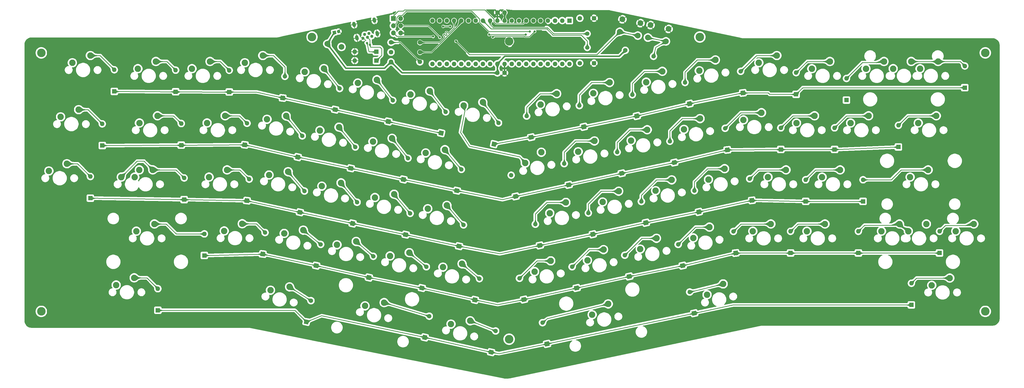
<source format=gbr>
%TF.GenerationSoftware,KiCad,Pcbnew,(5.1.7)-1*%
%TF.CreationDate,2020-11-01T13:45:23+07:00*%
%TF.ProjectId,sesame,73657361-6d65-42e6-9b69-6361645f7063,rev?*%
%TF.SameCoordinates,Original*%
%TF.FileFunction,Copper,L1,Top*%
%TF.FilePolarity,Positive*%
%FSLAX46Y46*%
G04 Gerber Fmt 4.6, Leading zero omitted, Abs format (unit mm)*
G04 Created by KiCad (PCBNEW (5.1.7)-1) date 2020-11-01 13:45:23*
%MOMM*%
%LPD*%
G01*
G04 APERTURE LIST*
%TA.AperFunction,ComponentPad*%
%ADD10O,1.700000X1.700000*%
%TD*%
%TA.AperFunction,ComponentPad*%
%ADD11R,1.700000X1.700000*%
%TD*%
%TA.AperFunction,ComponentPad*%
%ADD12C,1.100000*%
%TD*%
%TA.AperFunction,ComponentPad*%
%ADD13C,3.000000*%
%TD*%
%TA.AperFunction,ComponentPad*%
%ADD14C,1.200000*%
%TD*%
%TA.AperFunction,ComponentPad*%
%ADD15C,0.100000*%
%TD*%
%TA.AperFunction,ComponentPad*%
%ADD16C,2.250000*%
%TD*%
%TA.AperFunction,ComponentPad*%
%ADD17O,1.600000X1.600000*%
%TD*%
%TA.AperFunction,ComponentPad*%
%ADD18R,1.600000X1.600000*%
%TD*%
%TA.AperFunction,ComponentPad*%
%ADD19C,1.500000*%
%TD*%
%TA.AperFunction,ComponentPad*%
%ADD20C,2.000000*%
%TD*%
%TA.AperFunction,ComponentPad*%
%ADD21C,1.600000*%
%TD*%
%TA.AperFunction,ViaPad*%
%ADD22C,0.800000*%
%TD*%
%TA.AperFunction,Conductor*%
%ADD23C,0.500000*%
%TD*%
%TA.AperFunction,Conductor*%
%ADD24C,0.250000*%
%TD*%
%TA.AperFunction,Conductor*%
%ADD25C,0.200000*%
%TD*%
%TA.AperFunction,Conductor*%
%ADD26C,0.100000*%
%TD*%
%TA.AperFunction,Conductor*%
%ADD27C,0.025400*%
%TD*%
%TA.AperFunction,Conductor*%
%ADD28C,0.254000*%
%TD*%
G04 APERTURE END LIST*
D10*
%TO.P,AVR1,6*%
%TO.N,GND*%
X173633750Y-74173750D03*
%TO.P,AVR1,5*%
%TO.N,RST*%
X171093750Y-74173750D03*
%TO.P,AVR1,4*%
%TO.N,MOSI*%
X173633750Y-71633750D03*
%TO.P,AVR1,3*%
%TO.N,SCK*%
X171093750Y-71633750D03*
%TO.P,AVR1,2*%
%TO.N,+5V*%
X173633750Y-69093750D03*
D11*
%TO.P,AVR1,1*%
%TO.N,MISO*%
X171093750Y-69093750D03*
%TD*%
%TO.P,USB1,6*%
%TO.N,GND*%
%TA.AperFunction,ComponentPad*%
G36*
G01*
X158748642Y-75394407D02*
X158894180Y-76079111D01*
G75*
G02*
X158432038Y-76790747I-586889J-124747D01*
G01*
X158432038Y-76790747D01*
G75*
G02*
X157720402Y-76328605I-124747J586889D01*
G01*
X157574864Y-75643901D01*
G75*
G02*
X158037006Y-74932265I586889J124747D01*
G01*
X158037006Y-74932265D01*
G75*
G02*
X158748642Y-75394407I124747J-586889D01*
G01*
G37*
%TD.AperFunction*%
%TA.AperFunction,ComponentPad*%
G36*
G01*
X165889120Y-73876651D02*
X166034658Y-74561355D01*
G75*
G02*
X165572516Y-75272991I-586889J-124747D01*
G01*
X165572516Y-75272991D01*
G75*
G02*
X164860880Y-74810849I-124747J586889D01*
G01*
X164715342Y-74126145D01*
G75*
G02*
X165177484Y-73414509I586889J124747D01*
G01*
X165177484Y-73414509D01*
G75*
G02*
X165889120Y-73876651I124747J-586889D01*
G01*
G37*
%TD.AperFunction*%
D12*
%TO.P,USB1,1*%
%TO.N,VCC*%
X163494544Y-75356858D03*
%TO.P,USB1,2*%
%TO.N,Net-(D1-Pad1)*%
X162462532Y-74349410D03*
%TO.P,USB1,3*%
%TO.N,Net-(D2-Pad1)*%
X161929508Y-75689517D03*
%TO.P,USB1,4*%
%TO.N,Net-(USB1-Pad4)*%
X160897496Y-74682069D03*
%TO.P,USB1,5*%
%TO.N,GND*%
X160364472Y-76022175D03*
%TO.P,USB1,6*%
%TA.AperFunction,ComponentPad*%
G36*
G01*
X164886985Y-69161980D02*
X165032523Y-69846684D01*
G75*
G02*
X164570381Y-70558320I-586889J-124747D01*
G01*
X164570381Y-70558320D01*
G75*
G02*
X163858745Y-70096178I-124747J586889D01*
G01*
X163713207Y-69411474D01*
G75*
G02*
X164175349Y-68699838I586889J124747D01*
G01*
X164175349Y-68699838D01*
G75*
G02*
X164886985Y-69161980I124747J-586889D01*
G01*
G37*
%TD.AperFunction*%
%TA.AperFunction,ComponentPad*%
G36*
G01*
X157746508Y-70679735D02*
X157892046Y-71364439D01*
G75*
G02*
X157429904Y-72076075I-586889J-124747D01*
G01*
X157429904Y-72076075D01*
G75*
G02*
X156718268Y-71613933I-124747J586889D01*
G01*
X156572730Y-70929229D01*
G75*
G02*
X157034872Y-70217593I586889J124747D01*
G01*
X157034872Y-70217593D01*
G75*
G02*
X157746508Y-70679735I124747J-586889D01*
G01*
G37*
%TD.AperFunction*%
%TD*%
D13*
%TO.P,REF\u002A\u002A,1*%
%TO.N,N/C*%
X278955500Y-75565000D03*
%TD*%
D14*
%TO.P,C1,2*%
%TO.N,GND*%
X151771721Y-73665632D03*
%TA.AperFunction,ComponentPad*%
D15*
%TO.P,C1,1*%
%TO.N,+5V*%
G36*
X149842358Y-74689136D02*
G01*
X149592864Y-73515358D01*
X150766642Y-73265864D01*
X151016136Y-74439642D01*
X149842358Y-74689136D01*
G37*
%TD.AperFunction*%
%TD*%
D16*
%TO.P,MX23,2*%
%TO.N,Net-(D24-Pad2)*%
X189214686Y-115256606D03*
%TO.P,MX23,1*%
%TO.N,col6*%
X182475353Y-116420862D03*
%TD*%
D13*
%TO.P,REF\u002A\u002A,1*%
%TO.N,N/C*%
X142430500Y-75565000D03*
%TD*%
D16*
%TO.P,MX61,2*%
%TO.N,col13*%
X358711500Y-141414500D03*
%TO.P,MX61,1*%
%TO.N,rs*%
X352361500Y-143954500D03*
%TD*%
%TO.P,MX59,2*%
%TO.N,rs*%
X349250000Y-141414500D03*
%TO.P,MX59,1*%
%TO.N,col13*%
X342900000Y-143954500D03*
%TD*%
%TO.P,MX31,2*%
%TO.N,Net-(D32-Pad2)*%
X362204000Y-103314500D03*
%TO.P,MX31,1*%
%TO.N,col14*%
X355854000Y-105854500D03*
%TD*%
%TO.P,MX15,2*%
%TO.N,bs*%
X353377500Y-84201000D03*
%TO.P,MX15,1*%
%TO.N,col14*%
X347027500Y-86741000D03*
%TD*%
%TO.P,MX33,2*%
%TO.N,caps*%
X86360000Y-122364500D03*
%TO.P,MX33,1*%
%TO.N,col1*%
X80010000Y-124904500D03*
%TD*%
%TO.P,MX18,2*%
%TO.N,Net-(D19-Pad2)*%
X88011000Y-103314500D03*
%TO.P,MX18,1*%
%TO.N,col1*%
X81661000Y-105854500D03*
%TD*%
%TO.P,MX69,2*%
%TO.N,col1*%
X81610200Y-122377200D03*
%TO.P,MX69,1*%
%TO.N,caps*%
X75260200Y-124917200D03*
%TD*%
D17*
%TO.P,D60,2*%
%TO.N,rs*%
X334772000Y-144018000D03*
D18*
%TO.P,D60,1*%
%TO.N,row3*%
X334772000Y-151638000D03*
%TD*%
D17*
%TO.P,U1,40*%
%TO.N,col14*%
X233045000Y-85026500D03*
%TO.P,U1,20*%
%TO.N,col2*%
X184785000Y-69786500D03*
%TO.P,U1,39*%
%TO.N,col13*%
X230505000Y-85026500D03*
%TO.P,U1,19*%
%TO.N,col1*%
X187325000Y-69786500D03*
%TO.P,U1,38*%
%TO.N,col12*%
X227965000Y-85026500D03*
%TO.P,U1,18*%
%TO.N,BOOT*%
X189865000Y-69786500D03*
%TO.P,U1,37*%
%TO.N,col11*%
X225425000Y-85026500D03*
%TO.P,U1,17*%
%TO.N,D-*%
X192405000Y-69786500D03*
%TO.P,U1,36*%
%TO.N,col10*%
X222885000Y-85026500D03*
%TO.P,U1,16*%
%TO.N,D+*%
X194945000Y-69786500D03*
%TO.P,U1,35*%
%TO.N,col9*%
X220345000Y-85026500D03*
%TO.P,U1,15*%
%TO.N,col0*%
X197485000Y-69786500D03*
%TO.P,U1,34*%
%TO.N,col8*%
X217805000Y-85026500D03*
%TO.P,U1,14*%
%TO.N,Net-(U1-Pad14)*%
X200025000Y-69786500D03*
%TO.P,U1,33*%
%TO.N,row4*%
X215265000Y-85026500D03*
%TO.P,U1,13*%
%TO.N,Net-(C4-Pad2)*%
X202565000Y-69786500D03*
%TO.P,U1,32*%
%TO.N,Net-(U1-Pad32)*%
X212725000Y-85026500D03*
%TO.P,U1,12*%
%TO.N,Net-(C5-Pad2)*%
X205105000Y-69786500D03*
%TO.P,U1,31*%
%TO.N,GND*%
X210185000Y-85026500D03*
%TO.P,U1,11*%
X207645000Y-69786500D03*
%TO.P,U1,30*%
%TO.N,+5V*%
X207645000Y-85026500D03*
%TO.P,U1,10*%
X210185000Y-69786500D03*
%TO.P,U1,29*%
%TO.N,row3*%
X205105000Y-85026500D03*
%TO.P,U1,9*%
%TO.N,RST*%
X212725000Y-69786500D03*
%TO.P,U1,28*%
%TO.N,row2*%
X202565000Y-85026500D03*
%TO.P,U1,8*%
%TO.N,SCK*%
X215265000Y-69786500D03*
%TO.P,U1,27*%
%TO.N,row1*%
X200025000Y-85026500D03*
%TO.P,U1,7*%
%TO.N,MISO*%
X217805000Y-69786500D03*
%TO.P,U1,26*%
%TO.N,row0*%
X197485000Y-85026500D03*
%TO.P,U1,6*%
%TO.N,MOSI*%
X220345000Y-69786500D03*
%TO.P,U1,25*%
%TO.N,col7*%
X194945000Y-85026500D03*
%TO.P,U1,5*%
%TO.N,Net-(U1-Pad5)*%
X222885000Y-69786500D03*
%TO.P,U1,24*%
%TO.N,col6*%
X192405000Y-85026500D03*
%TO.P,U1,4*%
%TO.N,Net-(U1-Pad4)*%
X225425000Y-69786500D03*
%TO.P,U1,23*%
%TO.N,col5*%
X189865000Y-85026500D03*
%TO.P,U1,3*%
%TO.N,Net-(U1-Pad3)*%
X227965000Y-69786500D03*
%TO.P,U1,22*%
%TO.N,col4*%
X187325000Y-85026500D03*
%TO.P,U1,2*%
%TO.N,Net-(U1-Pad2)*%
X230505000Y-69786500D03*
%TO.P,U1,21*%
%TO.N,col3*%
X184785000Y-85026500D03*
D18*
%TO.P,U1,1*%
%TO.N,Net-(U1-Pad1)*%
X233045000Y-69786500D03*
%TD*%
D16*
%TO.P,MX5,2*%
%TO.N,Net-(D7-Pad2)*%
X146606186Y-86681606D03*
%TO.P,MX5,1*%
%TO.N,col4*%
X139866853Y-87845862D03*
%TD*%
D13*
%TO.P,REF\u002A\u002A,1*%
%TO.N,N/C*%
X211836000Y-181991000D03*
%TD*%
%TO.P,REF\u002A\u002A,1*%
%TO.N,N/C*%
X379476000Y-172212000D03*
%TD*%
%TO.P,REF\u002A\u002A,1*%
%TO.N,N/C*%
X379476000Y-81153000D03*
%TD*%
%TO.P,REF\u002A\u002A,1*%
%TO.N,N/C*%
X47117000Y-81153000D03*
%TD*%
%TO.P,REF\u002A\u002A,1*%
%TO.N,N/C*%
X47117000Y-172212000D03*
%TD*%
%TO.P,REF\u002A\u002A,1*%
%TO.N,N/C*%
X211836000Y-77089000D03*
%TD*%
D19*
%TO.P,XTAL1,2*%
%TO.N,Net-(C4-Pad2)*%
X239331500Y-79302000D03*
%TO.P,XTAL1,1*%
%TO.N,Net-(C5-Pad2)*%
X239331500Y-74422000D03*
%TD*%
D16*
%TO.P,MX24,2*%
%TO.N,Net-(D25-Pad2)*%
X223170304Y-116168914D03*
%TO.P,MX24,1*%
%TO.N,col7*%
X217487162Y-119973649D03*
%TD*%
%TO.P,MX28,2*%
%TO.N,Net-(D29-Pad2)*%
X300672500Y-102235000D03*
%TO.P,MX28,1*%
%TO.N,col11*%
X294322500Y-104775000D03*
%TD*%
%TO.P,MX66,2*%
%TO.N,Net-(D66-Pad2)*%
X246728804Y-169572414D03*
%TO.P,MX66,1*%
%TO.N,col8*%
X241045662Y-173377149D03*
%TD*%
%TO.P,MX65,2*%
%TO.N,Net-(D65-Pad2)*%
X198104686Y-175518106D03*
%TO.P,MX65,1*%
%TO.N,col6*%
X191365353Y-176682362D03*
%TD*%
%TO.P,MX64,2*%
%TO.N,Net-(D64-Pad2)*%
X167815186Y-169104606D03*
%TO.P,MX64,1*%
%TO.N,col5*%
X161075853Y-170268862D03*
%TD*%
%TO.P,MX46,2*%
%TO.N,Net-(D47-Pad2)*%
X359346500Y-122364500D03*
%TO.P,MX46,1*%
%TO.N,col14*%
X352996500Y-124904500D03*
%TD*%
%TO.P,MX47,2*%
%TO.N,Net-(D48-Pad2)*%
X86931500Y-141414500D03*
%TO.P,MX47,1*%
%TO.N,col1*%
X80581500Y-143954500D03*
%TD*%
%TO.P,MX16,2*%
%TO.N,bs*%
X362839000Y-84201000D03*
%TO.P,MX16,1*%
%TO.N,col14*%
X356489000Y-86741000D03*
%TD*%
%TO.P,MX45,2*%
%TO.N,Net-(D46-Pad2)*%
X343789000Y-84201000D03*
%TO.P,MX45,1*%
%TO.N,col13*%
X337439000Y-86741000D03*
%TD*%
%TO.P,MX68,2*%
%TO.N,Net-(D68-Pad2)*%
X366966500Y-160464500D03*
%TO.P,MX68,1*%
%TO.N,col13*%
X360616500Y-163004500D03*
%TD*%
%TO.P,MX67,2*%
%TO.N,Net-(D67-Pad2)*%
X287178304Y-162523914D03*
%TO.P,MX67,1*%
%TO.N,col10*%
X281495162Y-166328649D03*
%TD*%
%TO.P,MX63,2*%
%TO.N,Net-(D63-Pad2)*%
X134541186Y-163580106D03*
%TO.P,MX63,1*%
%TO.N,col3*%
X127801853Y-164744362D03*
%TD*%
%TO.P,MX62,2*%
%TO.N,Net-(D62-Pad2)*%
X79819500Y-160401000D03*
%TO.P,MX62,1*%
%TO.N,col1*%
X73469500Y-162941000D03*
%TD*%
%TO.P,MX60,2*%
%TO.N,Net-(D61-Pad2)*%
X375412000Y-141414500D03*
%TO.P,MX60,1*%
%TO.N,col14*%
X369062000Y-143954500D03*
%TD*%
%TO.P,MX58,2*%
%TO.N,Net-(D59-Pad2)*%
X323024500Y-141414500D03*
%TO.P,MX58,1*%
%TO.N,col12*%
X316674500Y-143954500D03*
%TD*%
%TO.P,MX57,2*%
%TO.N,Net-(D58-Pad2)*%
X303974500Y-141414500D03*
%TO.P,MX57,1*%
%TO.N,col11*%
X297624500Y-143954500D03*
%TD*%
%TO.P,MX56,2*%
%TO.N,Net-(D57-Pad2)*%
X282352304Y-142521414D03*
%TO.P,MX56,1*%
%TO.N,col10*%
X276669162Y-146326149D03*
%TD*%
%TO.P,MX55,2*%
%TO.N,Net-(D56-Pad2)*%
X263683304Y-146458414D03*
%TO.P,MX55,1*%
%TO.N,col9*%
X258000162Y-150263149D03*
%TD*%
%TO.P,MX54,2*%
%TO.N,Net-(D55-Pad2)*%
X245077804Y-150458914D03*
%TO.P,MX54,1*%
%TO.N,col8*%
X239394662Y-154263649D03*
%TD*%
%TO.P,MX53,2*%
%TO.N,Net-(D54-Pad2)*%
X226472304Y-154395914D03*
%TO.P,MX53,1*%
%TO.N,col7*%
X220789162Y-158200649D03*
%TD*%
%TO.P,MX52,2*%
%TO.N,Net-(D53-Pad2)*%
X195247186Y-155452106D03*
%TO.P,MX52,1*%
%TO.N,col6*%
X188507853Y-156616362D03*
%TD*%
%TO.P,MX51,2*%
%TO.N,Net-(D52-Pad2)*%
X176641686Y-151515106D03*
%TO.P,MX51,1*%
%TO.N,col5*%
X169902353Y-152679362D03*
%TD*%
%TO.P,MX50,2*%
%TO.N,Net-(D51-Pad2)*%
X157972686Y-147578106D03*
%TO.P,MX50,1*%
%TO.N,col4*%
X151233353Y-148742362D03*
%TD*%
%TO.P,MX49,2*%
%TO.N,Net-(D50-Pad2)*%
X139367186Y-143577606D03*
%TO.P,MX49,1*%
%TO.N,col3*%
X132627853Y-144741862D03*
%TD*%
%TO.P,MX48,2*%
%TO.N,Net-(D49-Pad2)*%
X117856000Y-141351000D03*
%TO.P,MX48,1*%
%TO.N,col2*%
X111506000Y-143891000D03*
%TD*%
%TO.P,MX44,2*%
%TO.N,Net-(D45-Pad2)*%
X328358500Y-122364500D03*
%TO.P,MX44,1*%
%TO.N,col12*%
X322008500Y-124904500D03*
%TD*%
%TO.P,MX43,2*%
%TO.N,Net-(D44-Pad2)*%
X309308500Y-122364500D03*
%TO.P,MX43,1*%
%TO.N,col11*%
X302958500Y-124904500D03*
%TD*%
%TO.P,MX42,2*%
%TO.N,Net-(D43-Pad2)*%
X287686304Y-121947414D03*
%TO.P,MX42,1*%
%TO.N,col10*%
X282003162Y-125752149D03*
%TD*%
%TO.P,MX41,2*%
%TO.N,Net-(D42-Pad2)*%
X269080804Y-125884414D03*
%TO.P,MX41,1*%
%TO.N,col9*%
X263397662Y-129689149D03*
%TD*%
%TO.P,MX40,2*%
%TO.N,Net-(D41-Pad2)*%
X250411804Y-129884914D03*
%TO.P,MX40,1*%
%TO.N,col8*%
X244728662Y-133689649D03*
%TD*%
%TO.P,MX39,2*%
%TO.N,Net-(D40-Pad2)*%
X231806304Y-133821914D03*
%TO.P,MX39,1*%
%TO.N,col7*%
X226123162Y-137626649D03*
%TD*%
%TO.P,MX38,2*%
%TO.N,Net-(D39-Pad2)*%
X189913186Y-134878106D03*
%TO.P,MX38,1*%
%TO.N,col6*%
X183173853Y-136042362D03*
%TD*%
%TO.P,MX37,2*%
%TO.N,Net-(D38-Pad2)*%
X171307686Y-130941106D03*
%TO.P,MX37,1*%
%TO.N,col5*%
X164568353Y-132105362D03*
%TD*%
%TO.P,MX36,2*%
%TO.N,Net-(D37-Pad2)*%
X152638686Y-126940606D03*
%TO.P,MX36,1*%
%TO.N,col4*%
X145899353Y-128104862D03*
%TD*%
%TO.P,MX35,2*%
%TO.N,Net-(D36-Pad2)*%
X134033186Y-123003606D03*
%TO.P,MX35,1*%
%TO.N,col3*%
X127293853Y-124167862D03*
%TD*%
%TO.P,MX34,2*%
%TO.N,Net-(D35-Pad2)*%
X112522000Y-122364500D03*
%TO.P,MX34,1*%
%TO.N,col2*%
X106172000Y-124904500D03*
%TD*%
%TO.P,MX32,2*%
%TO.N,Net-(D33-Pad2)*%
X56134000Y-120205500D03*
%TO.P,MX32,1*%
%TO.N,col0*%
X49784000Y-122745500D03*
%TD*%
%TO.P,MX30,2*%
%TO.N,Net-(D31-Pad2)*%
X338391500Y-103314500D03*
%TO.P,MX30,1*%
%TO.N,col13*%
X332041500Y-105854500D03*
%TD*%
%TO.P,MX29,2*%
%TO.N,Net-(D30-Pad2)*%
X319341500Y-103314500D03*
%TO.P,MX29,1*%
%TO.N,col12*%
X312991500Y-105854500D03*
%TD*%
%TO.P,MX27,2*%
%TO.N,Net-(D28-Pad2)*%
X279050304Y-104294414D03*
%TO.P,MX27,1*%
%TO.N,col10*%
X273367162Y-108099149D03*
%TD*%
%TO.P,MX26,2*%
%TO.N,Net-(D27-Pad2)*%
X260444804Y-108231414D03*
%TO.P,MX26,1*%
%TO.N,col9*%
X254761662Y-112036149D03*
%TD*%
%TO.P,MX25,2*%
%TO.N,Net-(D26-Pad2)*%
X241839304Y-112168414D03*
%TO.P,MX25,1*%
%TO.N,col8*%
X236156162Y-115973149D03*
%TD*%
%TO.P,MX22,2*%
%TO.N,Net-(D23-Pad2)*%
X170609186Y-111256106D03*
%TO.P,MX22,1*%
%TO.N,col5*%
X163869853Y-112420362D03*
%TD*%
%TO.P,MX21,2*%
%TO.N,Net-(D22-Pad2)*%
X151940186Y-107319106D03*
%TO.P,MX21,1*%
%TO.N,col4*%
X145200853Y-108483362D03*
%TD*%
%TO.P,MX20,2*%
%TO.N,Net-(D21-Pad2)*%
X133334686Y-103382106D03*
%TO.P,MX20,1*%
%TO.N,col3*%
X126595353Y-104546362D03*
%TD*%
%TO.P,MX19,2*%
%TO.N,Net-(D20-Pad2)*%
X111823500Y-103314500D03*
%TO.P,MX19,1*%
%TO.N,col2*%
X105473500Y-105854500D03*
%TD*%
%TO.P,MX17,2*%
%TO.N,Net-(D18-Pad2)*%
X60261500Y-101155500D03*
%TO.P,MX17,1*%
%TO.N,col0*%
X53911500Y-103695500D03*
%TD*%
%TO.P,MX14,2*%
%TO.N,Net-(D16-Pad2)*%
X324739000Y-84201000D03*
%TO.P,MX14,1*%
%TO.N,col13*%
X318389000Y-86741000D03*
%TD*%
%TO.P,MX13,2*%
%TO.N,Net-(D15-Pad2)*%
X306070000Y-82105500D03*
%TO.P,MX13,1*%
%TO.N,col12*%
X299720000Y-84645500D03*
%TD*%
%TO.P,MX12,2*%
%TO.N,Net-(D14-Pad2)*%
X284447804Y-83656914D03*
%TO.P,MX12,1*%
%TO.N,col11*%
X278764662Y-87461649D03*
%TD*%
%TO.P,MX11,2*%
%TO.N,Net-(D13-Pad2)*%
X265778804Y-87657414D03*
%TO.P,MX11,1*%
%TO.N,col10*%
X260095662Y-91462149D03*
%TD*%
%TO.P,MX10,2*%
%TO.N,Net-(D12-Pad2)*%
X247173304Y-91594414D03*
%TO.P,MX10,1*%
%TO.N,col9*%
X241490162Y-95399149D03*
%TD*%
%TO.P,MX9,2*%
%TO.N,Net-(D11-Pad2)*%
X228567804Y-95531414D03*
%TO.P,MX9,1*%
%TO.N,col8*%
X222884662Y-99336149D03*
%TD*%
%TO.P,MX8,2*%
%TO.N,Net-(D10-Pad2)*%
X202549686Y-98556106D03*
%TO.P,MX8,1*%
%TO.N,col7*%
X195810353Y-99720362D03*
%TD*%
%TO.P,MX7,2*%
%TO.N,Net-(D9-Pad2)*%
X183880686Y-94619106D03*
%TO.P,MX7,1*%
%TO.N,col6*%
X177141353Y-95783362D03*
%TD*%
%TO.P,MX6,2*%
%TO.N,Net-(D8-Pad2)*%
X165275186Y-90618606D03*
%TO.P,MX6,1*%
%TO.N,col5*%
X158535853Y-91782862D03*
%TD*%
%TO.P,MX4,2*%
%TO.N,Net-(D6-Pad2)*%
X125095000Y-82105500D03*
%TO.P,MX4,1*%
%TO.N,col3*%
X118745000Y-84645500D03*
%TD*%
%TO.P,MX3,2*%
%TO.N,Net-(D5-Pad2)*%
X106521250Y-84201000D03*
%TO.P,MX3,1*%
%TO.N,col2*%
X100171250Y-86741000D03*
%TD*%
%TO.P,MX2,2*%
%TO.N,Net-(D4-Pad2)*%
X87471250Y-84201000D03*
%TO.P,MX2,1*%
%TO.N,col1*%
X81121250Y-86741000D03*
%TD*%
%TO.P,MX1,2*%
%TO.N,Net-(D3-Pad2)*%
X64389000Y-82105500D03*
%TO.P,MX1,1*%
%TO.N,col0*%
X58039000Y-84645500D03*
%TD*%
D20*
%TO.P,Reset1,1*%
%TO.N,GND*%
X267977959Y-72725426D03*
%TO.P,Reset1,2*%
%TO.N,RST*%
X267042357Y-77127090D03*
%TO.P,Reset1,1*%
%TO.N,GND*%
X261620000Y-71374000D03*
%TO.P,Reset1,2*%
%TO.N,RST*%
X260684397Y-75775664D03*
%TD*%
%TO.P,R6,2*%
%TO.N,RST*%
%TA.AperFunction,ComponentPad*%
G36*
G01*
X261885462Y-82210054D02*
X261885462Y-82210054D01*
G75*
G02*
X262834309Y-81593865I782518J-166329D01*
G01*
X262834309Y-81593865D01*
G75*
G02*
X263450498Y-82542712I-166329J-782518D01*
G01*
X263450498Y-82542712D01*
G75*
G02*
X262501651Y-83158901I-782518J166329D01*
G01*
X262501651Y-83158901D01*
G75*
G02*
X261885462Y-82210054I166329J782518D01*
G01*
G37*
%TD.AperFunction*%
D21*
%TO.P,R6,1*%
%TO.N,+5V*%
X252730000Y-80264000D03*
%TD*%
D17*
%TO.P,R3,2*%
%TO.N,D+*%
X180403500Y-80899000D03*
D21*
%TO.P,R3,1*%
%TO.N,Net-(D2-Pad1)*%
X170243500Y-80899000D03*
%TD*%
D17*
%TO.P,R2,2*%
%TO.N,D-*%
X180403500Y-77470000D03*
D21*
%TO.P,R2,1*%
%TO.N,Net-(D1-Pad1)*%
X170243500Y-77470000D03*
%TD*%
D17*
%TO.P,R1,2*%
%TO.N,Net-(D1-Pad1)*%
X180403500Y-84328000D03*
D21*
%TO.P,R1,1*%
%TO.N,+5V*%
X170243500Y-84328000D03*
%TD*%
D20*
%TO.P,F1,2*%
%TO.N,VCC*%
X152794911Y-79043973D03*
%TO.P,F1,1*%
%TO.N,+5V*%
X147828000Y-77978000D03*
%TD*%
D17*
%TO.P,D68,2*%
%TO.N,Net-(D68-Pad2)*%
X353441000Y-162306000D03*
D18*
%TO.P,D68,1*%
%TO.N,row4*%
X353441000Y-169926000D03*
%TD*%
%TO.P,D67,2*%
%TO.N,Net-(D67-Pad2)*%
%TA.AperFunction,ComponentPad*%
G36*
G01*
X275569042Y-166176033D02*
X275569042Y-166176033D01*
G75*
G02*
X274620195Y-165559844I-166329J782518D01*
G01*
X274620195Y-165559844D01*
G75*
G02*
X275236384Y-164610997I782518J166329D01*
G01*
X275236384Y-164610997D01*
G75*
G02*
X276185231Y-165227186I166329J-782518D01*
G01*
X276185231Y-165227186D01*
G75*
G02*
X275569042Y-166176033I-782518J-166329D01*
G01*
G37*
%TD.AperFunction*%
%TA.AperFunction,ComponentPad*%
D15*
%TO.P,D67,1*%
%TO.N,row4*%
G36*
X277935847Y-173463189D02*
G01*
X276370811Y-173795847D01*
X276038153Y-172230811D01*
X277603189Y-171898153D01*
X277935847Y-173463189D01*
G37*
%TD.AperFunction*%
%TD*%
%TO.P,D66,2*%
%TO.N,Net-(D66-Pad2)*%
%TA.AperFunction,ComponentPad*%
G36*
G01*
X223753042Y-176971033D02*
X223753042Y-176971033D01*
G75*
G02*
X222804195Y-176354844I-166329J782518D01*
G01*
X222804195Y-176354844D01*
G75*
G02*
X223420384Y-175405997I782518J166329D01*
G01*
X223420384Y-175405997D01*
G75*
G02*
X224369231Y-176022186I166329J-782518D01*
G01*
X224369231Y-176022186D01*
G75*
G02*
X223753042Y-176971033I-782518J-166329D01*
G01*
G37*
%TD.AperFunction*%
%TA.AperFunction,ComponentPad*%
%TO.P,D66,1*%
%TO.N,row4*%
G36*
X226119847Y-184258189D02*
G01*
X224554811Y-184590847D01*
X224222153Y-183025811D01*
X225787189Y-182693153D01*
X226119847Y-184258189D01*
G37*
%TD.AperFunction*%
%TD*%
%TO.P,D65,2*%
%TO.N,Net-(D65-Pad2)*%
%TA.AperFunction,ComponentPad*%
G36*
G01*
X206903958Y-179892033D02*
X206903958Y-179892033D01*
G75*
G02*
X206287769Y-178943186I166329J782518D01*
G01*
X206287769Y-178943186D01*
G75*
G02*
X207236616Y-178326997I782518J-166329D01*
G01*
X207236616Y-178326997D01*
G75*
G02*
X207852805Y-179275844I-166329J-782518D01*
G01*
X207852805Y-179275844D01*
G75*
G02*
X206903958Y-179892033I-782518J166329D01*
G01*
G37*
%TD.AperFunction*%
%TA.AperFunction,ComponentPad*%
%TO.P,D65,1*%
%TO.N,row4*%
G36*
X206102189Y-187511847D02*
G01*
X204537153Y-187179189D01*
X204869811Y-185614153D01*
X206434847Y-185946811D01*
X206102189Y-187511847D01*
G37*
%TD.AperFunction*%
%TD*%
%TO.P,D64,2*%
%TO.N,Net-(D64-Pad2)*%
%TA.AperFunction,ComponentPad*%
G36*
G01*
X183535958Y-174685033D02*
X183535958Y-174685033D01*
G75*
G02*
X182919769Y-173736186I166329J782518D01*
G01*
X182919769Y-173736186D01*
G75*
G02*
X183868616Y-173119997I782518J-166329D01*
G01*
X183868616Y-173119997D01*
G75*
G02*
X184484805Y-174068844I-166329J-782518D01*
G01*
X184484805Y-174068844D01*
G75*
G02*
X183535958Y-174685033I-782518J166329D01*
G01*
G37*
%TD.AperFunction*%
%TA.AperFunction,ComponentPad*%
%TO.P,D64,1*%
%TO.N,row4*%
G36*
X182734189Y-182304847D02*
G01*
X181169153Y-181972189D01*
X181501811Y-180407153D01*
X183066847Y-180739811D01*
X182734189Y-182304847D01*
G37*
%TD.AperFunction*%
%TD*%
%TO.P,D63,2*%
%TO.N,Net-(D63-Pad2)*%
%TA.AperFunction,ComponentPad*%
G36*
G01*
X141879958Y-169224033D02*
X141879958Y-169224033D01*
G75*
G02*
X141263769Y-168275186I166329J782518D01*
G01*
X141263769Y-168275186D01*
G75*
G02*
X142212616Y-167658997I782518J-166329D01*
G01*
X142212616Y-167658997D01*
G75*
G02*
X142828805Y-168607844I-166329J-782518D01*
G01*
X142828805Y-168607844D01*
G75*
G02*
X141879958Y-169224033I-782518J166329D01*
G01*
G37*
%TD.AperFunction*%
%TA.AperFunction,ComponentPad*%
%TO.P,D63,1*%
%TO.N,row4*%
G36*
X141078189Y-176843847D02*
G01*
X139513153Y-176511189D01*
X139845811Y-174946153D01*
X141410847Y-175278811D01*
X141078189Y-176843847D01*
G37*
%TD.AperFunction*%
%TD*%
D17*
%TO.P,D62,2*%
%TO.N,Net-(D62-Pad2)*%
X88138000Y-164211000D03*
D18*
%TO.P,D62,1*%
%TO.N,row4*%
X88138000Y-171831000D03*
%TD*%
D17*
%TO.P,D61,2*%
%TO.N,Net-(D61-Pad2)*%
X363347000Y-144018000D03*
D18*
%TO.P,D61,1*%
%TO.N,row3*%
X363347000Y-151638000D03*
%TD*%
D17*
%TO.P,D59,2*%
%TO.N,Net-(D59-Pad2)*%
X310896000Y-144018000D03*
D18*
%TO.P,D59,1*%
%TO.N,row3*%
X310896000Y-151638000D03*
%TD*%
%TO.P,D58,2*%
%TO.N,Net-(D58-Pad2)*%
%TA.AperFunction,ComponentPad*%
G36*
G01*
X290879116Y-144855361D02*
X290879116Y-144855361D01*
G75*
G02*
X289999875Y-144143366I-83623J795618D01*
G01*
X289999875Y-144143366D01*
G75*
G02*
X290711870Y-143264125I795618J83623D01*
G01*
X290711870Y-143264125D01*
G75*
G02*
X291591111Y-143976120I83623J-795618D01*
G01*
X291591111Y-143976120D01*
G75*
G02*
X290879116Y-144855361I-795618J-83623D01*
G01*
G37*
%TD.AperFunction*%
%TA.AperFunction,ComponentPad*%
D15*
%TO.P,D58,1*%
%TO.N,row3*%
G36*
X292471240Y-152349995D02*
G01*
X290880005Y-152517240D01*
X290712760Y-150926005D01*
X292303995Y-150758760D01*
X292471240Y-152349995D01*
G37*
%TD.AperFunction*%
%TD*%
%TO.P,D57,2*%
%TO.N,Net-(D57-Pad2)*%
%TA.AperFunction,ComponentPad*%
G36*
G01*
X271505042Y-149412033D02*
X271505042Y-149412033D01*
G75*
G02*
X270556195Y-148795844I-166329J782518D01*
G01*
X270556195Y-148795844D01*
G75*
G02*
X271172384Y-147846997I782518J166329D01*
G01*
X271172384Y-147846997D01*
G75*
G02*
X272121231Y-148463186I166329J-782518D01*
G01*
X272121231Y-148463186D01*
G75*
G02*
X271505042Y-149412033I-782518J-166329D01*
G01*
G37*
%TD.AperFunction*%
%TA.AperFunction,ComponentPad*%
%TO.P,D57,1*%
%TO.N,row3*%
G36*
X273871847Y-156699189D02*
G01*
X272306811Y-157031847D01*
X271974153Y-155466811D01*
X273539189Y-155134153D01*
X273871847Y-156699189D01*
G37*
%TD.AperFunction*%
%TD*%
%TO.P,D56,2*%
%TO.N,Net-(D56-Pad2)*%
%TA.AperFunction,ComponentPad*%
G36*
G01*
X252709042Y-153222033D02*
X252709042Y-153222033D01*
G75*
G02*
X251760195Y-152605844I-166329J782518D01*
G01*
X251760195Y-152605844D01*
G75*
G02*
X252376384Y-151656997I782518J166329D01*
G01*
X252376384Y-151656997D01*
G75*
G02*
X253325231Y-152273186I166329J-782518D01*
G01*
X253325231Y-152273186D01*
G75*
G02*
X252709042Y-153222033I-782518J-166329D01*
G01*
G37*
%TD.AperFunction*%
%TA.AperFunction,ComponentPad*%
%TO.P,D56,1*%
%TO.N,row3*%
G36*
X255075847Y-160509189D02*
G01*
X253510811Y-160841847D01*
X253178153Y-159276811D01*
X254743189Y-158944153D01*
X255075847Y-160509189D01*
G37*
%TD.AperFunction*%
%TD*%
%TO.P,D55,2*%
%TO.N,Net-(D55-Pad2)*%
%TA.AperFunction,ComponentPad*%
G36*
G01*
X234167042Y-157286033D02*
X234167042Y-157286033D01*
G75*
G02*
X233218195Y-156669844I-166329J782518D01*
G01*
X233218195Y-156669844D01*
G75*
G02*
X233834384Y-155720997I782518J166329D01*
G01*
X233834384Y-155720997D01*
G75*
G02*
X234783231Y-156337186I166329J-782518D01*
G01*
X234783231Y-156337186D01*
G75*
G02*
X234167042Y-157286033I-782518J-166329D01*
G01*
G37*
%TD.AperFunction*%
%TA.AperFunction,ComponentPad*%
%TO.P,D55,1*%
%TO.N,row3*%
G36*
X236533847Y-164573189D02*
G01*
X234968811Y-164905847D01*
X234636153Y-163340811D01*
X236201189Y-163008153D01*
X236533847Y-164573189D01*
G37*
%TD.AperFunction*%
%TD*%
%TO.P,D54,2*%
%TO.N,Net-(D54-Pad2)*%
%TA.AperFunction,ComponentPad*%
G36*
G01*
X215625042Y-161350033D02*
X215625042Y-161350033D01*
G75*
G02*
X214676195Y-160733844I-166329J782518D01*
G01*
X214676195Y-160733844D01*
G75*
G02*
X215292384Y-159784997I782518J166329D01*
G01*
X215292384Y-159784997D01*
G75*
G02*
X216241231Y-160401186I166329J-782518D01*
G01*
X216241231Y-160401186D01*
G75*
G02*
X215625042Y-161350033I-782518J-166329D01*
G01*
G37*
%TD.AperFunction*%
%TA.AperFunction,ComponentPad*%
%TO.P,D54,1*%
%TO.N,row3*%
G36*
X217991847Y-168637189D02*
G01*
X216426811Y-168969847D01*
X216094153Y-167404811D01*
X217659189Y-167072153D01*
X217991847Y-168637189D01*
G37*
%TD.AperFunction*%
%TD*%
%TO.P,D53,2*%
%TO.N,Net-(D53-Pad2)*%
%TA.AperFunction,ComponentPad*%
G36*
G01*
X201188958Y-161477033D02*
X201188958Y-161477033D01*
G75*
G02*
X200572769Y-160528186I166329J782518D01*
G01*
X200572769Y-160528186D01*
G75*
G02*
X201521616Y-159911997I782518J-166329D01*
G01*
X201521616Y-159911997D01*
G75*
G02*
X202137805Y-160860844I-166329J-782518D01*
G01*
X202137805Y-160860844D01*
G75*
G02*
X201188958Y-161477033I-782518J166329D01*
G01*
G37*
%TD.AperFunction*%
%TA.AperFunction,ComponentPad*%
%TO.P,D53,1*%
%TO.N,row3*%
G36*
X200387189Y-169096847D02*
G01*
X198822153Y-168764189D01*
X199154811Y-167199153D01*
X200719847Y-167531811D01*
X200387189Y-169096847D01*
G37*
%TD.AperFunction*%
%TD*%
%TO.P,D52,2*%
%TO.N,Net-(D52-Pad2)*%
%TA.AperFunction,ComponentPad*%
G36*
G01*
X182519958Y-157286033D02*
X182519958Y-157286033D01*
G75*
G02*
X181903769Y-156337186I166329J782518D01*
G01*
X181903769Y-156337186D01*
G75*
G02*
X182852616Y-155720997I782518J-166329D01*
G01*
X182852616Y-155720997D01*
G75*
G02*
X183468805Y-156669844I-166329J-782518D01*
G01*
X183468805Y-156669844D01*
G75*
G02*
X182519958Y-157286033I-782518J166329D01*
G01*
G37*
%TD.AperFunction*%
%TA.AperFunction,ComponentPad*%
%TO.P,D52,1*%
%TO.N,row3*%
G36*
X181718189Y-164905847D02*
G01*
X180153153Y-164573189D01*
X180485811Y-163008153D01*
X182050847Y-163340811D01*
X181718189Y-164905847D01*
G37*
%TD.AperFunction*%
%TD*%
%TO.P,D51,2*%
%TO.N,Net-(D51-Pad2)*%
%TA.AperFunction,ComponentPad*%
G36*
G01*
X163850958Y-153603033D02*
X163850958Y-153603033D01*
G75*
G02*
X163234769Y-152654186I166329J782518D01*
G01*
X163234769Y-152654186D01*
G75*
G02*
X164183616Y-152037997I782518J-166329D01*
G01*
X164183616Y-152037997D01*
G75*
G02*
X164799805Y-152986844I-166329J-782518D01*
G01*
X164799805Y-152986844D01*
G75*
G02*
X163850958Y-153603033I-782518J166329D01*
G01*
G37*
%TD.AperFunction*%
%TA.AperFunction,ComponentPad*%
%TO.P,D51,1*%
%TO.N,row3*%
G36*
X163049189Y-161222847D02*
G01*
X161484153Y-160890189D01*
X161816811Y-159325153D01*
X163381847Y-159657811D01*
X163049189Y-161222847D01*
G37*
%TD.AperFunction*%
%TD*%
%TO.P,D50,2*%
%TO.N,Net-(D50-Pad2)*%
%TA.AperFunction,ComponentPad*%
G36*
G01*
X145308958Y-149412033D02*
X145308958Y-149412033D01*
G75*
G02*
X144692769Y-148463186I166329J782518D01*
G01*
X144692769Y-148463186D01*
G75*
G02*
X145641616Y-147846997I782518J-166329D01*
G01*
X145641616Y-147846997D01*
G75*
G02*
X146257805Y-148795844I-166329J-782518D01*
G01*
X146257805Y-148795844D01*
G75*
G02*
X145308958Y-149412033I-782518J166329D01*
G01*
G37*
%TD.AperFunction*%
%TA.AperFunction,ComponentPad*%
%TO.P,D50,1*%
%TO.N,row3*%
G36*
X144507189Y-157031847D02*
G01*
X142942153Y-156699189D01*
X143274811Y-155134153D01*
X144839847Y-155466811D01*
X144507189Y-157031847D01*
G37*
%TD.AperFunction*%
%TD*%
%TO.P,D49,2*%
%TO.N,Net-(D49-Pad2)*%
%TA.AperFunction,ComponentPad*%
G36*
G01*
X125807884Y-145236361D02*
X125807884Y-145236361D01*
G75*
G02*
X125095889Y-144357120I83623J795618D01*
G01*
X125095889Y-144357120D01*
G75*
G02*
X125975130Y-143645125I795618J-83623D01*
G01*
X125975130Y-143645125D01*
G75*
G02*
X126687125Y-144524366I-83623J-795618D01*
G01*
X126687125Y-144524366D01*
G75*
G02*
X125807884Y-145236361I-795618J83623D01*
G01*
G37*
%TD.AperFunction*%
%TA.AperFunction,ComponentPad*%
%TO.P,D49,1*%
%TO.N,row3*%
G36*
X125806995Y-152898240D02*
G01*
X124215760Y-152730995D01*
X124383005Y-151139760D01*
X125974240Y-151307005D01*
X125806995Y-152898240D01*
G37*
%TD.AperFunction*%
%TD*%
D17*
%TO.P,D48,2*%
%TO.N,Net-(D48-Pad2)*%
X104521000Y-144907000D03*
D18*
%TO.P,D48,1*%
%TO.N,row3*%
X104521000Y-152527000D03*
%TD*%
D17*
%TO.P,D47,2*%
%TO.N,Net-(D47-Pad2)*%
X336423000Y-125857000D03*
D18*
%TO.P,D47,1*%
%TO.N,row2*%
X336423000Y-133477000D03*
%TD*%
D17*
%TO.P,D45,2*%
%TO.N,Net-(D45-Pad2)*%
X316230000Y-125857000D03*
D18*
%TO.P,D45,1*%
%TO.N,row2*%
X316230000Y-133477000D03*
%TD*%
%TO.P,D44,2*%
%TO.N,Net-(D44-Pad2)*%
%TA.AperFunction,ComponentPad*%
G36*
G01*
X296594116Y-126313361D02*
X296594116Y-126313361D01*
G75*
G02*
X295714875Y-125601366I-83623J795618D01*
G01*
X295714875Y-125601366D01*
G75*
G02*
X296426870Y-124722125I795618J83623D01*
G01*
X296426870Y-124722125D01*
G75*
G02*
X297306111Y-125434120I83623J-795618D01*
G01*
X297306111Y-125434120D01*
G75*
G02*
X296594116Y-126313361I-795618J-83623D01*
G01*
G37*
%TD.AperFunction*%
%TA.AperFunction,ComponentPad*%
D15*
%TO.P,D44,1*%
%TO.N,row2*%
G36*
X298186240Y-133807995D02*
G01*
X296595005Y-133975240D01*
X296427760Y-132384005D01*
X298018995Y-132216760D01*
X298186240Y-133807995D01*
G37*
%TD.AperFunction*%
%TD*%
%TO.P,D43,2*%
%TO.N,Net-(D43-Pad2)*%
%TA.AperFunction,ComponentPad*%
G36*
G01*
X277220042Y-130489033D02*
X277220042Y-130489033D01*
G75*
G02*
X276271195Y-129872844I-166329J782518D01*
G01*
X276271195Y-129872844D01*
G75*
G02*
X276887384Y-128923997I782518J166329D01*
G01*
X276887384Y-128923997D01*
G75*
G02*
X277836231Y-129540186I166329J-782518D01*
G01*
X277836231Y-129540186D01*
G75*
G02*
X277220042Y-130489033I-782518J-166329D01*
G01*
G37*
%TD.AperFunction*%
%TA.AperFunction,ComponentPad*%
%TO.P,D43,1*%
%TO.N,row2*%
G36*
X279586847Y-137776189D02*
G01*
X278021811Y-138108847D01*
X277689153Y-136543811D01*
X279254189Y-136211153D01*
X279586847Y-137776189D01*
G37*
%TD.AperFunction*%
%TD*%
%TO.P,D42,2*%
%TO.N,Net-(D42-Pad2)*%
%TA.AperFunction,ComponentPad*%
G36*
G01*
X258551042Y-134299033D02*
X258551042Y-134299033D01*
G75*
G02*
X257602195Y-133682844I-166329J782518D01*
G01*
X257602195Y-133682844D01*
G75*
G02*
X258218384Y-132733997I782518J166329D01*
G01*
X258218384Y-132733997D01*
G75*
G02*
X259167231Y-133350186I166329J-782518D01*
G01*
X259167231Y-133350186D01*
G75*
G02*
X258551042Y-134299033I-782518J-166329D01*
G01*
G37*
%TD.AperFunction*%
%TA.AperFunction,ComponentPad*%
%TO.P,D42,1*%
%TO.N,row2*%
G36*
X260917847Y-141586189D02*
G01*
X259352811Y-141918847D01*
X259020153Y-140353811D01*
X260585189Y-140021153D01*
X260917847Y-141586189D01*
G37*
%TD.AperFunction*%
%TD*%
%TO.P,D41,2*%
%TO.N,Net-(D41-Pad2)*%
%TA.AperFunction,ComponentPad*%
G36*
G01*
X239882042Y-138363033D02*
X239882042Y-138363033D01*
G75*
G02*
X238933195Y-137746844I-166329J782518D01*
G01*
X238933195Y-137746844D01*
G75*
G02*
X239549384Y-136797997I782518J166329D01*
G01*
X239549384Y-136797997D01*
G75*
G02*
X240498231Y-137414186I166329J-782518D01*
G01*
X240498231Y-137414186D01*
G75*
G02*
X239882042Y-138363033I-782518J-166329D01*
G01*
G37*
%TD.AperFunction*%
%TA.AperFunction,ComponentPad*%
%TO.P,D41,1*%
%TO.N,row2*%
G36*
X242248847Y-145650189D02*
G01*
X240683811Y-145982847D01*
X240351153Y-144417811D01*
X241916189Y-144085153D01*
X242248847Y-145650189D01*
G37*
%TD.AperFunction*%
%TD*%
%TO.P,D40,2*%
%TO.N,Net-(D40-Pad2)*%
%TA.AperFunction,ComponentPad*%
G36*
G01*
X221213042Y-142300033D02*
X221213042Y-142300033D01*
G75*
G02*
X220264195Y-141683844I-166329J782518D01*
G01*
X220264195Y-141683844D01*
G75*
G02*
X220880384Y-140734997I782518J166329D01*
G01*
X220880384Y-140734997D01*
G75*
G02*
X221829231Y-141351186I166329J-782518D01*
G01*
X221829231Y-141351186D01*
G75*
G02*
X221213042Y-142300033I-782518J-166329D01*
G01*
G37*
%TD.AperFunction*%
%TA.AperFunction,ComponentPad*%
%TO.P,D40,1*%
%TO.N,row2*%
G36*
X223579847Y-149587189D02*
G01*
X222014811Y-149919847D01*
X221682153Y-148354811D01*
X223247189Y-148022153D01*
X223579847Y-149587189D01*
G37*
%TD.AperFunction*%
%TD*%
%TO.P,D39,2*%
%TO.N,Net-(D39-Pad2)*%
%TA.AperFunction,ComponentPad*%
G36*
G01*
X195600958Y-142554033D02*
X195600958Y-142554033D01*
G75*
G02*
X194984769Y-141605186I166329J782518D01*
G01*
X194984769Y-141605186D01*
G75*
G02*
X195933616Y-140988997I782518J-166329D01*
G01*
X195933616Y-140988997D01*
G75*
G02*
X196549805Y-141937844I-166329J-782518D01*
G01*
X196549805Y-141937844D01*
G75*
G02*
X195600958Y-142554033I-782518J166329D01*
G01*
G37*
%TD.AperFunction*%
%TA.AperFunction,ComponentPad*%
%TO.P,D39,1*%
%TO.N,row2*%
G36*
X194799189Y-150173847D02*
G01*
X193234153Y-149841189D01*
X193566811Y-148276153D01*
X195131847Y-148608811D01*
X194799189Y-150173847D01*
G37*
%TD.AperFunction*%
%TD*%
%TO.P,D38,2*%
%TO.N,Net-(D38-Pad2)*%
%TA.AperFunction,ComponentPad*%
G36*
G01*
X176804958Y-138490033D02*
X176804958Y-138490033D01*
G75*
G02*
X176188769Y-137541186I166329J782518D01*
G01*
X176188769Y-137541186D01*
G75*
G02*
X177137616Y-136924997I782518J-166329D01*
G01*
X177137616Y-136924997D01*
G75*
G02*
X177753805Y-137873844I-166329J-782518D01*
G01*
X177753805Y-137873844D01*
G75*
G02*
X176804958Y-138490033I-782518J166329D01*
G01*
G37*
%TD.AperFunction*%
%TA.AperFunction,ComponentPad*%
%TO.P,D38,1*%
%TO.N,row2*%
G36*
X176003189Y-146109847D02*
G01*
X174438153Y-145777189D01*
X174770811Y-144212153D01*
X176335847Y-144544811D01*
X176003189Y-146109847D01*
G37*
%TD.AperFunction*%
%TD*%
%TO.P,D37,2*%
%TO.N,Net-(D37-Pad2)*%
%TA.AperFunction,ComponentPad*%
G36*
G01*
X158135958Y-134553033D02*
X158135958Y-134553033D01*
G75*
G02*
X157519769Y-133604186I166329J782518D01*
G01*
X157519769Y-133604186D01*
G75*
G02*
X158468616Y-132987997I782518J-166329D01*
G01*
X158468616Y-132987997D01*
G75*
G02*
X159084805Y-133936844I-166329J-782518D01*
G01*
X159084805Y-133936844D01*
G75*
G02*
X158135958Y-134553033I-782518J166329D01*
G01*
G37*
%TD.AperFunction*%
%TA.AperFunction,ComponentPad*%
%TO.P,D37,1*%
%TO.N,row2*%
G36*
X157334189Y-142172847D02*
G01*
X155769153Y-141840189D01*
X156101811Y-140275153D01*
X157666847Y-140607811D01*
X157334189Y-142172847D01*
G37*
%TD.AperFunction*%
%TD*%
%TO.P,D36,2*%
%TO.N,Net-(D36-Pad2)*%
%TA.AperFunction,ComponentPad*%
G36*
G01*
X139593958Y-130616033D02*
X139593958Y-130616033D01*
G75*
G02*
X138977769Y-129667186I166329J782518D01*
G01*
X138977769Y-129667186D01*
G75*
G02*
X139926616Y-129050997I782518J-166329D01*
G01*
X139926616Y-129050997D01*
G75*
G02*
X140542805Y-129999844I-166329J-782518D01*
G01*
X140542805Y-129999844D01*
G75*
G02*
X139593958Y-130616033I-782518J166329D01*
G01*
G37*
%TD.AperFunction*%
%TA.AperFunction,ComponentPad*%
%TO.P,D36,1*%
%TO.N,row2*%
G36*
X138792189Y-138235847D02*
G01*
X137227153Y-137903189D01*
X137559811Y-136338153D01*
X139124847Y-136670811D01*
X138792189Y-138235847D01*
G37*
%TD.AperFunction*%
%TD*%
%TO.P,D35,2*%
%TO.N,Net-(D35-Pad2)*%
%TA.AperFunction,ComponentPad*%
G36*
G01*
X120219884Y-126440361D02*
X120219884Y-126440361D01*
G75*
G02*
X119507889Y-125561120I83623J795618D01*
G01*
X119507889Y-125561120D01*
G75*
G02*
X120387130Y-124849125I795618J-83623D01*
G01*
X120387130Y-124849125D01*
G75*
G02*
X121099125Y-125728366I-83623J-795618D01*
G01*
X121099125Y-125728366D01*
G75*
G02*
X120219884Y-126440361I-795618J83623D01*
G01*
G37*
%TD.AperFunction*%
%TA.AperFunction,ComponentPad*%
%TO.P,D35,1*%
%TO.N,row2*%
G36*
X120218995Y-134102240D02*
G01*
X118627760Y-133934995D01*
X118795005Y-132343760D01*
X120386240Y-132511005D01*
X120218995Y-134102240D01*
G37*
%TD.AperFunction*%
%TD*%
D17*
%TO.P,D34,2*%
%TO.N,caps*%
X97409000Y-125222000D03*
D18*
%TO.P,D34,1*%
%TO.N,row2*%
X97409000Y-132842000D03*
%TD*%
D17*
%TO.P,D33,2*%
%TO.N,Net-(D33-Pad2)*%
X64389000Y-124714000D03*
D18*
%TO.P,D33,1*%
%TO.N,row2*%
X64389000Y-132334000D03*
%TD*%
D17*
%TO.P,D32,2*%
%TO.N,Net-(D32-Pad2)*%
X348869000Y-106680000D03*
D18*
%TO.P,D32,1*%
%TO.N,row1*%
X348869000Y-114300000D03*
%TD*%
D17*
%TO.P,D31,2*%
%TO.N,Net-(D31-Pad2)*%
X326390000Y-107569000D03*
D18*
%TO.P,D31,1*%
%TO.N,row1*%
X326390000Y-115189000D03*
%TD*%
D17*
%TO.P,D30,2*%
%TO.N,Net-(D30-Pad2)*%
X307467000Y-107569000D03*
D18*
%TO.P,D30,1*%
%TO.N,row1*%
X307467000Y-115189000D03*
%TD*%
%TO.P,D29,2*%
%TO.N,Net-(D29-Pad2)*%
%TA.AperFunction,ComponentPad*%
G36*
G01*
X287958116Y-108533361D02*
X287958116Y-108533361D01*
G75*
G02*
X287078875Y-107821366I-83623J795618D01*
G01*
X287078875Y-107821366D01*
G75*
G02*
X287790870Y-106942125I795618J83623D01*
G01*
X287790870Y-106942125D01*
G75*
G02*
X288670111Y-107654120I83623J-795618D01*
G01*
X288670111Y-107654120D01*
G75*
G02*
X287958116Y-108533361I-795618J-83623D01*
G01*
G37*
%TD.AperFunction*%
%TA.AperFunction,ComponentPad*%
D15*
%TO.P,D29,1*%
%TO.N,row1*%
G36*
X289550240Y-116027995D02*
G01*
X287959005Y-116195240D01*
X287791760Y-114604005D01*
X289382995Y-114436760D01*
X289550240Y-116027995D01*
G37*
%TD.AperFunction*%
%TD*%
%TO.P,D28,2*%
%TO.N,Net-(D28-Pad2)*%
%TA.AperFunction,ComponentPad*%
G36*
G01*
X268584042Y-113090033D02*
X268584042Y-113090033D01*
G75*
G02*
X267635195Y-112473844I-166329J782518D01*
G01*
X267635195Y-112473844D01*
G75*
G02*
X268251384Y-111524997I782518J166329D01*
G01*
X268251384Y-111524997D01*
G75*
G02*
X269200231Y-112141186I166329J-782518D01*
G01*
X269200231Y-112141186D01*
G75*
G02*
X268584042Y-113090033I-782518J-166329D01*
G01*
G37*
%TD.AperFunction*%
%TA.AperFunction,ComponentPad*%
%TO.P,D28,1*%
%TO.N,row1*%
G36*
X270950847Y-120377189D02*
G01*
X269385811Y-120709847D01*
X269053153Y-119144811D01*
X270618189Y-118812153D01*
X270950847Y-120377189D01*
G37*
%TD.AperFunction*%
%TD*%
%TO.P,D27,2*%
%TO.N,Net-(D27-Pad2)*%
%TA.AperFunction,ComponentPad*%
G36*
G01*
X250042042Y-116900033D02*
X250042042Y-116900033D01*
G75*
G02*
X249093195Y-116283844I-166329J782518D01*
G01*
X249093195Y-116283844D01*
G75*
G02*
X249709384Y-115334997I782518J166329D01*
G01*
X249709384Y-115334997D01*
G75*
G02*
X250658231Y-115951186I166329J-782518D01*
G01*
X250658231Y-115951186D01*
G75*
G02*
X250042042Y-116900033I-782518J-166329D01*
G01*
G37*
%TD.AperFunction*%
%TA.AperFunction,ComponentPad*%
%TO.P,D27,1*%
%TO.N,row1*%
G36*
X252408847Y-124187189D02*
G01*
X250843811Y-124519847D01*
X250511153Y-122954811D01*
X252076189Y-122622153D01*
X252408847Y-124187189D01*
G37*
%TD.AperFunction*%
%TD*%
%TO.P,D26,2*%
%TO.N,Net-(D26-Pad2)*%
%TA.AperFunction,ComponentPad*%
G36*
G01*
X231373042Y-120964033D02*
X231373042Y-120964033D01*
G75*
G02*
X230424195Y-120347844I-166329J782518D01*
G01*
X230424195Y-120347844D01*
G75*
G02*
X231040384Y-119398997I782518J166329D01*
G01*
X231040384Y-119398997D01*
G75*
G02*
X231989231Y-120015186I166329J-782518D01*
G01*
X231989231Y-120015186D01*
G75*
G02*
X231373042Y-120964033I-782518J-166329D01*
G01*
G37*
%TD.AperFunction*%
%TA.AperFunction,ComponentPad*%
%TO.P,D26,1*%
%TO.N,row1*%
G36*
X233739847Y-128251189D02*
G01*
X232174811Y-128583847D01*
X231842153Y-127018811D01*
X233407189Y-126686153D01*
X233739847Y-128251189D01*
G37*
%TD.AperFunction*%
%TD*%
%TO.P,D25,2*%
%TO.N,Net-(D25-Pad2)*%
%TA.AperFunction,ComponentPad*%
G36*
G01*
X212704042Y-125028033D02*
X212704042Y-125028033D01*
G75*
G02*
X211755195Y-124411844I-166329J782518D01*
G01*
X211755195Y-124411844D01*
G75*
G02*
X212371384Y-123462997I782518J166329D01*
G01*
X212371384Y-123462997D01*
G75*
G02*
X213320231Y-124079186I166329J-782518D01*
G01*
X213320231Y-124079186D01*
G75*
G02*
X212704042Y-125028033I-782518J-166329D01*
G01*
G37*
%TD.AperFunction*%
%TA.AperFunction,ComponentPad*%
%TO.P,D25,1*%
%TO.N,row1*%
G36*
X215070847Y-132315189D02*
G01*
X213505811Y-132647847D01*
X213173153Y-131082811D01*
X214738189Y-130750153D01*
X215070847Y-132315189D01*
G37*
%TD.AperFunction*%
%TD*%
%TO.P,D24,2*%
%TO.N,Net-(D24-Pad2)*%
%TA.AperFunction,ComponentPad*%
G36*
G01*
X194838958Y-122996033D02*
X194838958Y-122996033D01*
G75*
G02*
X194222769Y-122047186I166329J782518D01*
G01*
X194222769Y-122047186D01*
G75*
G02*
X195171616Y-121430997I782518J-166329D01*
G01*
X195171616Y-121430997D01*
G75*
G02*
X195787805Y-122379844I-166329J-782518D01*
G01*
X195787805Y-122379844D01*
G75*
G02*
X194838958Y-122996033I-782518J166329D01*
G01*
G37*
%TD.AperFunction*%
%TA.AperFunction,ComponentPad*%
%TO.P,D24,1*%
%TO.N,row1*%
G36*
X194037189Y-130615847D02*
G01*
X192472153Y-130283189D01*
X192804811Y-128718153D01*
X194369847Y-129050811D01*
X194037189Y-130615847D01*
G37*
%TD.AperFunction*%
%TD*%
%TO.P,D23,2*%
%TO.N,Net-(D23-Pad2)*%
%TA.AperFunction,ComponentPad*%
G36*
G01*
X176042958Y-119059033D02*
X176042958Y-119059033D01*
G75*
G02*
X175426769Y-118110186I166329J782518D01*
G01*
X175426769Y-118110186D01*
G75*
G02*
X176375616Y-117493997I782518J-166329D01*
G01*
X176375616Y-117493997D01*
G75*
G02*
X176991805Y-118442844I-166329J-782518D01*
G01*
X176991805Y-118442844D01*
G75*
G02*
X176042958Y-119059033I-782518J166329D01*
G01*
G37*
%TD.AperFunction*%
%TA.AperFunction,ComponentPad*%
%TO.P,D23,1*%
%TO.N,row1*%
G36*
X175241189Y-126678847D02*
G01*
X173676153Y-126346189D01*
X174008811Y-124781153D01*
X175573847Y-125113811D01*
X175241189Y-126678847D01*
G37*
%TD.AperFunction*%
%TD*%
%TO.P,D22,2*%
%TO.N,Net-(D22-Pad2)*%
%TA.AperFunction,ComponentPad*%
G36*
G01*
X157500958Y-115122033D02*
X157500958Y-115122033D01*
G75*
G02*
X156884769Y-114173186I166329J782518D01*
G01*
X156884769Y-114173186D01*
G75*
G02*
X157833616Y-113556997I782518J-166329D01*
G01*
X157833616Y-113556997D01*
G75*
G02*
X158449805Y-114505844I-166329J-782518D01*
G01*
X158449805Y-114505844D01*
G75*
G02*
X157500958Y-115122033I-782518J166329D01*
G01*
G37*
%TD.AperFunction*%
%TA.AperFunction,ComponentPad*%
%TO.P,D22,1*%
%TO.N,row1*%
G36*
X156699189Y-122741847D02*
G01*
X155134153Y-122409189D01*
X155466811Y-120844153D01*
X157031847Y-121176811D01*
X156699189Y-122741847D01*
G37*
%TD.AperFunction*%
%TD*%
%TO.P,D21,2*%
%TO.N,Net-(D21-Pad2)*%
%TA.AperFunction,ComponentPad*%
G36*
G01*
X138831958Y-111185033D02*
X138831958Y-111185033D01*
G75*
G02*
X138215769Y-110236186I166329J782518D01*
G01*
X138215769Y-110236186D01*
G75*
G02*
X139164616Y-109619997I782518J-166329D01*
G01*
X139164616Y-109619997D01*
G75*
G02*
X139780805Y-110568844I-166329J-782518D01*
G01*
X139780805Y-110568844D01*
G75*
G02*
X138831958Y-111185033I-782518J166329D01*
G01*
G37*
%TD.AperFunction*%
%TA.AperFunction,ComponentPad*%
%TO.P,D21,1*%
%TO.N,row1*%
G36*
X138030189Y-118804847D02*
G01*
X136465153Y-118472189D01*
X136797811Y-116907153D01*
X138362847Y-117239811D01*
X138030189Y-118804847D01*
G37*
%TD.AperFunction*%
%TD*%
%TO.P,D20,2*%
%TO.N,Net-(D20-Pad2)*%
%TA.AperFunction,ComponentPad*%
G36*
G01*
X119457884Y-106755361D02*
X119457884Y-106755361D01*
G75*
G02*
X118745889Y-105876120I83623J795618D01*
G01*
X118745889Y-105876120D01*
G75*
G02*
X119625130Y-105164125I795618J-83623D01*
G01*
X119625130Y-105164125D01*
G75*
G02*
X120337125Y-106043366I-83623J-795618D01*
G01*
X120337125Y-106043366D01*
G75*
G02*
X119457884Y-106755361I-795618J83623D01*
G01*
G37*
%TD.AperFunction*%
%TA.AperFunction,ComponentPad*%
%TO.P,D20,1*%
%TO.N,row1*%
G36*
X119456995Y-114417240D02*
G01*
X117865760Y-114249995D01*
X118033005Y-112658760D01*
X119624240Y-112826005D01*
X119456995Y-114417240D01*
G37*
%TD.AperFunction*%
%TD*%
D17*
%TO.P,D19,2*%
%TO.N,Net-(D19-Pad2)*%
X96393000Y-106045000D03*
D18*
%TO.P,D19,1*%
%TO.N,row1*%
X96393000Y-113665000D03*
%TD*%
D17*
%TO.P,D18,2*%
%TO.N,Net-(D18-Pad2)*%
X68580000Y-106172000D03*
D18*
%TO.P,D18,1*%
%TO.N,row1*%
X68580000Y-113792000D03*
%TD*%
D17*
%TO.P,D17,2*%
%TO.N,bs*%
X372237000Y-85788500D03*
D18*
%TO.P,D17,1*%
%TO.N,row0*%
X372237000Y-93408500D03*
%TD*%
D17*
%TO.P,D46,2*%
%TO.N,Net-(D46-Pad2)*%
X330581000Y-90170000D03*
D18*
%TO.P,D46,1*%
%TO.N,row2*%
X330581000Y-97790000D03*
%TD*%
D17*
%TO.P,D16,2*%
%TO.N,Net-(D16-Pad2)*%
X312864500Y-88138000D03*
D18*
%TO.P,D16,1*%
%TO.N,row0*%
X312864500Y-95758000D03*
%TD*%
%TO.P,D15,2*%
%TO.N,Net-(D15-Pad2)*%
%TA.AperFunction,ComponentPad*%
G36*
G01*
X293419116Y-88467361D02*
X293419116Y-88467361D01*
G75*
G02*
X292539875Y-87755366I-83623J795618D01*
G01*
X292539875Y-87755366D01*
G75*
G02*
X293251870Y-86876125I795618J83623D01*
G01*
X293251870Y-86876125D01*
G75*
G02*
X294131111Y-87588120I83623J-795618D01*
G01*
X294131111Y-87588120D01*
G75*
G02*
X293419116Y-88467361I-795618J-83623D01*
G01*
G37*
%TD.AperFunction*%
%TA.AperFunction,ComponentPad*%
D15*
%TO.P,D15,1*%
%TO.N,row0*%
G36*
X295011240Y-95961995D02*
G01*
X293420005Y-96129240D01*
X293252760Y-94538005D01*
X294843995Y-94370760D01*
X295011240Y-95961995D01*
G37*
%TD.AperFunction*%
%TD*%
%TO.P,D14,2*%
%TO.N,Net-(D14-Pad2)*%
%TA.AperFunction,ComponentPad*%
G36*
G01*
X273918042Y-92389033D02*
X273918042Y-92389033D01*
G75*
G02*
X272969195Y-91772844I-166329J782518D01*
G01*
X272969195Y-91772844D01*
G75*
G02*
X273585384Y-90823997I782518J166329D01*
G01*
X273585384Y-90823997D01*
G75*
G02*
X274534231Y-91440186I166329J-782518D01*
G01*
X274534231Y-91440186D01*
G75*
G02*
X273918042Y-92389033I-782518J-166329D01*
G01*
G37*
%TD.AperFunction*%
%TA.AperFunction,ComponentPad*%
%TO.P,D14,1*%
%TO.N,row0*%
G36*
X276284847Y-99676189D02*
G01*
X274719811Y-100008847D01*
X274387153Y-98443811D01*
X275952189Y-98111153D01*
X276284847Y-99676189D01*
G37*
%TD.AperFunction*%
%TD*%
%TO.P,D13,2*%
%TO.N,Net-(D13-Pad2)*%
%TA.AperFunction,ComponentPad*%
G36*
G01*
X255376042Y-96707033D02*
X255376042Y-96707033D01*
G75*
G02*
X254427195Y-96090844I-166329J782518D01*
G01*
X254427195Y-96090844D01*
G75*
G02*
X255043384Y-95141997I782518J166329D01*
G01*
X255043384Y-95141997D01*
G75*
G02*
X255992231Y-95758186I166329J-782518D01*
G01*
X255992231Y-95758186D01*
G75*
G02*
X255376042Y-96707033I-782518J-166329D01*
G01*
G37*
%TD.AperFunction*%
%TA.AperFunction,ComponentPad*%
%TO.P,D13,1*%
%TO.N,row0*%
G36*
X257742847Y-103994189D02*
G01*
X256177811Y-104326847D01*
X255845153Y-102761811D01*
X257410189Y-102429153D01*
X257742847Y-103994189D01*
G37*
%TD.AperFunction*%
%TD*%
%TO.P,D12,2*%
%TO.N,Net-(D12-Pad2)*%
%TA.AperFunction,ComponentPad*%
G36*
G01*
X236707042Y-100517033D02*
X236707042Y-100517033D01*
G75*
G02*
X235758195Y-99900844I-166329J782518D01*
G01*
X235758195Y-99900844D01*
G75*
G02*
X236374384Y-98951997I782518J166329D01*
G01*
X236374384Y-98951997D01*
G75*
G02*
X237323231Y-99568186I166329J-782518D01*
G01*
X237323231Y-99568186D01*
G75*
G02*
X236707042Y-100517033I-782518J-166329D01*
G01*
G37*
%TD.AperFunction*%
%TA.AperFunction,ComponentPad*%
%TO.P,D12,1*%
%TO.N,row0*%
G36*
X239073847Y-107804189D02*
G01*
X237508811Y-108136847D01*
X237176153Y-106571811D01*
X238741189Y-106239153D01*
X239073847Y-107804189D01*
G37*
%TD.AperFunction*%
%TD*%
%TO.P,D11,2*%
%TO.N,Net-(D11-Pad2)*%
%TA.AperFunction,ComponentPad*%
G36*
G01*
X218165042Y-104200033D02*
X218165042Y-104200033D01*
G75*
G02*
X217216195Y-103583844I-166329J782518D01*
G01*
X217216195Y-103583844D01*
G75*
G02*
X217832384Y-102634997I782518J166329D01*
G01*
X217832384Y-102634997D01*
G75*
G02*
X218781231Y-103251186I166329J-782518D01*
G01*
X218781231Y-103251186D01*
G75*
G02*
X218165042Y-104200033I-782518J-166329D01*
G01*
G37*
%TD.AperFunction*%
%TA.AperFunction,ComponentPad*%
%TO.P,D11,1*%
%TO.N,row0*%
G36*
X220531847Y-111487189D02*
G01*
X218966811Y-111819847D01*
X218634153Y-110254811D01*
X220199189Y-109922153D01*
X220531847Y-111487189D01*
G37*
%TD.AperFunction*%
%TD*%
%TO.P,D10,2*%
%TO.N,Net-(D10-Pad2)*%
%TA.AperFunction,ComponentPad*%
G36*
G01*
X207919958Y-106613033D02*
X207919958Y-106613033D01*
G75*
G02*
X207303769Y-105664186I166329J782518D01*
G01*
X207303769Y-105664186D01*
G75*
G02*
X208252616Y-105047997I782518J-166329D01*
G01*
X208252616Y-105047997D01*
G75*
G02*
X208868805Y-105996844I-166329J-782518D01*
G01*
X208868805Y-105996844D01*
G75*
G02*
X207919958Y-106613033I-782518J166329D01*
G01*
G37*
%TD.AperFunction*%
%TA.AperFunction,ComponentPad*%
%TO.P,D10,1*%
%TO.N,row0*%
G36*
X207118189Y-114232847D02*
G01*
X205553153Y-113900189D01*
X205885811Y-112335153D01*
X207450847Y-112667811D01*
X207118189Y-114232847D01*
G37*
%TD.AperFunction*%
%TD*%
%TO.P,D9,2*%
%TO.N,Net-(D9-Pad2)*%
%TA.AperFunction,ComponentPad*%
G36*
G01*
X189314458Y-102739533D02*
X189314458Y-102739533D01*
G75*
G02*
X188698269Y-101790686I166329J782518D01*
G01*
X188698269Y-101790686D01*
G75*
G02*
X189647116Y-101174497I782518J-166329D01*
G01*
X189647116Y-101174497D01*
G75*
G02*
X190263305Y-102123344I-166329J-782518D01*
G01*
X190263305Y-102123344D01*
G75*
G02*
X189314458Y-102739533I-782518J166329D01*
G01*
G37*
%TD.AperFunction*%
%TA.AperFunction,ComponentPad*%
%TO.P,D9,1*%
%TO.N,row0*%
G36*
X188512689Y-110359347D02*
G01*
X186947653Y-110026689D01*
X187280311Y-108461653D01*
X188845347Y-108794311D01*
X188512689Y-110359347D01*
G37*
%TD.AperFunction*%
%TD*%
%TO.P,D8,2*%
%TO.N,Net-(D8-Pad2)*%
%TA.AperFunction,ComponentPad*%
G36*
G01*
X170708958Y-98675533D02*
X170708958Y-98675533D01*
G75*
G02*
X170092769Y-97726686I166329J782518D01*
G01*
X170092769Y-97726686D01*
G75*
G02*
X171041616Y-97110497I782518J-166329D01*
G01*
X171041616Y-97110497D01*
G75*
G02*
X171657805Y-98059344I-166329J-782518D01*
G01*
X171657805Y-98059344D01*
G75*
G02*
X170708958Y-98675533I-782518J166329D01*
G01*
G37*
%TD.AperFunction*%
%TA.AperFunction,ComponentPad*%
%TO.P,D8,1*%
%TO.N,row0*%
G36*
X169907189Y-106295347D02*
G01*
X168342153Y-105962689D01*
X168674811Y-104397653D01*
X170239847Y-104730311D01*
X169907189Y-106295347D01*
G37*
%TD.AperFunction*%
%TD*%
%TO.P,D7,2*%
%TO.N,Net-(D7-Pad2)*%
%TA.AperFunction,ComponentPad*%
G36*
G01*
X151976458Y-94484533D02*
X151976458Y-94484533D01*
G75*
G02*
X151360269Y-93535686I166329J782518D01*
G01*
X151360269Y-93535686D01*
G75*
G02*
X152309116Y-92919497I782518J-166329D01*
G01*
X152309116Y-92919497D01*
G75*
G02*
X152925305Y-93868344I-166329J-782518D01*
G01*
X152925305Y-93868344D01*
G75*
G02*
X151976458Y-94484533I-782518J166329D01*
G01*
G37*
%TD.AperFunction*%
%TA.AperFunction,ComponentPad*%
%TO.P,D7,1*%
%TO.N,row0*%
G36*
X151174689Y-102104347D02*
G01*
X149609653Y-101771689D01*
X149942311Y-100206653D01*
X151507347Y-100539311D01*
X151174689Y-102104347D01*
G37*
%TD.AperFunction*%
%TD*%
%TO.P,D6,2*%
%TO.N,Net-(D6-Pad2)*%
%TA.AperFunction,ComponentPad*%
G36*
G01*
X132792884Y-90245361D02*
X132792884Y-90245361D01*
G75*
G02*
X132080889Y-89366120I83623J795618D01*
G01*
X132080889Y-89366120D01*
G75*
G02*
X132960130Y-88654125I795618J-83623D01*
G01*
X132960130Y-88654125D01*
G75*
G02*
X133672125Y-89533366I-83623J-795618D01*
G01*
X133672125Y-89533366D01*
G75*
G02*
X132792884Y-90245361I-795618J83623D01*
G01*
G37*
%TD.AperFunction*%
%TA.AperFunction,ComponentPad*%
%TO.P,D6,1*%
%TO.N,row0*%
G36*
X132791995Y-97907240D02*
G01*
X131200760Y-97739995D01*
X131368005Y-96148760D01*
X132959240Y-96316005D01*
X132791995Y-97907240D01*
G37*
%TD.AperFunction*%
%TD*%
D17*
%TO.P,D5,2*%
%TO.N,Net-(D5-Pad2)*%
X113284000Y-87312500D03*
D18*
%TO.P,D5,1*%
%TO.N,row0*%
X113284000Y-94932500D03*
%TD*%
D17*
%TO.P,D4,2*%
%TO.N,Net-(D4-Pad2)*%
X94424500Y-87249000D03*
D18*
%TO.P,D4,1*%
%TO.N,row0*%
X94424500Y-94869000D03*
%TD*%
D17*
%TO.P,D3,2*%
%TO.N,Net-(D3-Pad2)*%
X72834500Y-87122000D03*
D18*
%TO.P,D3,1*%
%TO.N,row0*%
X72834500Y-94742000D03*
%TD*%
D17*
%TO.P,D2,2*%
%TO.N,GND*%
X157480000Y-83883500D03*
D18*
%TO.P,D2,1*%
%TO.N,Net-(D2-Pad1)*%
X165100000Y-83883500D03*
%TD*%
D17*
%TO.P,D1,2*%
%TO.N,GND*%
X157480000Y-80772000D03*
D18*
%TO.P,D1,1*%
%TO.N,Net-(D1-Pad1)*%
X165100000Y-80772000D03*
%TD*%
D21*
%TO.P,C5,2*%
%TO.N,Net-(C5-Pad2)*%
X236744500Y-68961000D03*
%TO.P,C5,1*%
%TO.N,GND*%
X241744500Y-68961000D03*
%TD*%
%TO.P,C4,2*%
%TO.N,Net-(C4-Pad2)*%
X236681000Y-84772500D03*
%TO.P,C4,1*%
%TO.N,GND*%
X241681000Y-84772500D03*
%TD*%
%TO.P,C3,2*%
%TO.N,GND*%
X210208500Y-88201500D03*
%TO.P,C3,1*%
%TO.N,+5V*%
X207708500Y-88201500D03*
%TD*%
%TO.P,C2,2*%
%TO.N,GND*%
X207748500Y-66929000D03*
%TO.P,C2,1*%
%TO.N,+5V*%
X210248500Y-66929000D03*
%TD*%
D20*
%TO.P,Boot1,1*%
%TO.N,GND*%
X258071959Y-70693426D03*
%TO.P,Boot1,2*%
%TO.N,BOOT*%
X257136357Y-75095090D03*
%TO.P,Boot1,1*%
%TO.N,GND*%
X251714000Y-69342000D03*
%TO.P,Boot1,2*%
%TO.N,BOOT*%
X250778397Y-73743664D03*
%TD*%
D22*
%TO.N,Net-(D1-Pad1)*%
X161798000Y-77660500D03*
%TO.N,Net-(D2-Pad1)*%
X162814000Y-78295500D03*
%TO.N,SCK*%
X219093750Y-73593750D03*
%TO.N,MOSI*%
X187406250Y-75656250D03*
X206062500Y-75562500D03*
X220781250Y-73593750D03*
%TO.N,RST*%
X191062500Y-71812500D03*
X204750000Y-74718750D03*
X217672375Y-74733875D03*
X185036251Y-75348751D03*
X188572502Y-71812500D03*
%TO.N,BOOT*%
X193103500Y-77025500D03*
%TD*%
D23*
%TO.N,GND*%
X207645000Y-67032500D02*
X207748500Y-66929000D01*
X207645000Y-69786500D02*
X207645000Y-67032500D01*
X210185000Y-88178000D02*
X210208500Y-88201500D01*
X210185000Y-85026500D02*
X210185000Y-88178000D01*
%TO.N,+5V*%
X210248500Y-69723000D02*
X210185000Y-69786500D01*
X210248500Y-66929000D02*
X210248500Y-69723000D01*
X207708500Y-85090000D02*
X207645000Y-85026500D01*
X207708500Y-88201500D02*
X207708500Y-85090000D01*
X252730000Y-80264000D02*
X250634500Y-82359500D01*
X210312000Y-82359500D02*
X207645000Y-85026500D01*
X250634500Y-82359500D02*
X210312000Y-82359500D01*
X174117000Y-88201500D02*
X170243500Y-84328000D01*
X207708500Y-88201500D02*
X174117000Y-88201500D01*
X170243500Y-84328000D02*
X167957500Y-86614000D01*
X167957500Y-86614000D02*
X154305000Y-86614000D01*
X147828000Y-77978000D02*
X150304500Y-73977500D01*
X154305000Y-86614000D02*
X147828000Y-77978000D01*
D24*
%TO.N,Net-(C4-Pad2)*%
X202565000Y-70232410D02*
X202565000Y-69786500D01*
X237178010Y-74872010D02*
X239331500Y-77025500D01*
X202565000Y-69786500D02*
X205491510Y-72713010D01*
X205491510Y-72713010D02*
X225111600Y-72713010D01*
X225111600Y-72713010D02*
X227270600Y-74872010D01*
X239331500Y-77025500D02*
X239331500Y-79302000D01*
X227270600Y-74872010D02*
X237178010Y-74872010D01*
%TO.N,Net-(C5-Pad2)*%
X239331500Y-74422000D02*
X227457000Y-74422000D01*
X227457000Y-74422000D02*
X225298000Y-72263000D01*
X225298000Y-72263000D02*
X206248000Y-72263000D01*
X205105000Y-71120000D02*
X205105000Y-69786500D01*
X206248000Y-72263000D02*
X205105000Y-71120000D01*
%TO.N,Net-(D1-Pad1)*%
X173545500Y-77470000D02*
X180403500Y-84328000D01*
X170243500Y-77470000D02*
X173545500Y-77470000D01*
X161798000Y-77660500D02*
X162433000Y-80772000D01*
X162433000Y-80772000D02*
X165100000Y-80772000D01*
%TO.N,Net-(D2-Pad1)*%
X166941500Y-82042000D02*
X165100000Y-83883500D01*
X166370000Y-79121000D02*
X166941500Y-79692500D01*
X166941500Y-79692500D02*
X166941500Y-82042000D01*
X162814000Y-78295500D02*
X163004500Y-79121000D01*
X163004500Y-79121000D02*
X166370000Y-79121000D01*
X162814000Y-76574009D02*
X161929508Y-75689517D01*
X162814000Y-78295500D02*
X162814000Y-76574009D01*
%TO.N,Net-(D3-Pad2)*%
X67818000Y-82105500D02*
X72834500Y-87122000D01*
X64389000Y-82105500D02*
X67818000Y-82105500D01*
%TO.N,row0*%
X312864500Y-95758000D02*
X303530000Y-95758000D01*
X303022000Y-95250000D02*
X294132000Y-95250000D01*
X303530000Y-95758000D02*
X303022000Y-95250000D01*
X294132000Y-95250000D02*
X275336000Y-99060000D01*
X275336000Y-99060000D02*
X256794000Y-103378000D01*
X256794000Y-103378000D02*
X238125000Y-107188000D01*
X187896500Y-109410500D02*
X169291000Y-105346500D01*
X169291000Y-105346500D02*
X150558500Y-101155500D01*
X150558500Y-101155500D02*
X132080000Y-97028000D01*
X72834500Y-94742000D02*
X94424500Y-94869000D01*
X94424500Y-94869000D02*
X113284000Y-94932500D01*
X219583000Y-110871000D02*
X238125000Y-107188000D01*
X219583000Y-110871000D02*
X206502000Y-113284000D01*
X122872500Y-94932500D02*
X113284000Y-94932500D01*
X132080000Y-97028000D02*
X122872500Y-94932500D01*
X315214000Y-93408500D02*
X312864500Y-95758000D01*
X372237000Y-93408500D02*
X315214000Y-93408500D01*
%TO.N,Net-(D4-Pad2)*%
X91376500Y-84201000D02*
X94424500Y-87249000D01*
X87471250Y-84201000D02*
X91376500Y-84201000D01*
%TO.N,Net-(D5-Pad2)*%
X110172500Y-84201000D02*
X113284000Y-87312500D01*
X106521250Y-84201000D02*
X110172500Y-84201000D01*
%TO.N,Net-(D6-Pad2)*%
X132876507Y-89449743D02*
X132876507Y-86140507D01*
X128841500Y-82105500D02*
X125095000Y-82105500D01*
X132876507Y-86140507D02*
X128841500Y-82105500D01*
%TO.N,Net-(D7-Pad2)*%
X152142787Y-93702015D02*
X146606186Y-86681606D01*
%TO.N,Net-(D8-Pad2)*%
X165275186Y-90618606D02*
X170875287Y-97893015D01*
%TO.N,Net-(D9-Pad2)*%
X183880686Y-94619106D02*
X189480787Y-101957015D01*
%TO.N,Net-(D10-Pad2)*%
X202549686Y-98556106D02*
X208086287Y-105830515D01*
%TO.N,Net-(D11-Pad2)*%
X217998713Y-103417515D02*
X217998713Y-100263287D01*
X222730586Y-95531414D02*
X228567804Y-95531414D01*
X217998713Y-100263287D02*
X222730586Y-95531414D01*
%TO.N,Net-(D12-Pad2)*%
X236540713Y-99734515D02*
X236540713Y-95945287D01*
X240891586Y-91594414D02*
X247173304Y-91594414D01*
X236540713Y-95945287D02*
X240891586Y-91594414D01*
%TO.N,Net-(D13-Pad2)*%
X255209713Y-95924515D02*
X255209713Y-91881287D01*
X259433586Y-87657414D02*
X265778804Y-87657414D01*
X255209713Y-91881287D02*
X259433586Y-87657414D01*
%TO.N,Net-(D14-Pad2)*%
X284447804Y-83656914D02*
X278039086Y-83656914D01*
X273751713Y-87944287D02*
X273751713Y-91606515D01*
X278039086Y-83656914D02*
X273751713Y-87944287D01*
%TO.N,Net-(D15-Pad2)*%
X298901736Y-82105500D02*
X293335493Y-87671743D01*
X306070000Y-82105500D02*
X298901736Y-82105500D01*
%TO.N,Net-(D16-Pad2)*%
X312864500Y-88138000D02*
X316801500Y-84201000D01*
X316801500Y-84201000D02*
X324739000Y-84201000D01*
%TO.N,Net-(D19-Pad2)*%
X93662500Y-103314500D02*
X96393000Y-106045000D01*
X88011000Y-103314500D02*
X93662500Y-103314500D01*
%TO.N,row1*%
X68580000Y-113792000D02*
X96393000Y-113665000D01*
X96393000Y-113665000D02*
X118745000Y-113538000D01*
X118745000Y-113538000D02*
X137414000Y-117856000D01*
X137414000Y-117856000D02*
X156083000Y-121793000D01*
X156083000Y-121793000D02*
X174625000Y-125730000D01*
X174625000Y-125730000D02*
X193421000Y-129667000D01*
X214122000Y-131699000D02*
X232791000Y-127635000D01*
X232791000Y-127635000D02*
X251460000Y-123571000D01*
X251460000Y-123571000D02*
X270002000Y-119761000D01*
X270002000Y-119761000D02*
X288671000Y-115316000D01*
X288671000Y-115316000D02*
X307467000Y-115189000D01*
X307467000Y-115189000D02*
X326390000Y-115189000D01*
X326390000Y-115189000D02*
X348869000Y-114300000D01*
X209423000Y-132842000D02*
X193421000Y-129667000D01*
X214122000Y-131699000D02*
X209423000Y-132842000D01*
%TO.N,Net-(D20-Pad2)*%
X116896264Y-103314500D02*
X119541507Y-105959743D01*
X111823500Y-103314500D02*
X116896264Y-103314500D01*
%TO.N,Net-(D21-Pad2)*%
X133334686Y-103382106D02*
X138998287Y-110402515D01*
%TO.N,Net-(D22-Pad2)*%
X151940186Y-107319106D02*
X157667287Y-114339515D01*
%TO.N,Net-(D23-Pad2)*%
X170609186Y-111256106D02*
X176209287Y-118276515D01*
%TO.N,Net-(D24-Pad2)*%
X189214686Y-115256606D02*
X195005287Y-122213515D01*
%TO.N,Net-(D26-Pad2)*%
X231206713Y-120181515D02*
X231206713Y-116138287D01*
X235176586Y-112168414D02*
X241839304Y-112168414D01*
X231206713Y-116138287D02*
X235176586Y-112168414D01*
%TO.N,Net-(D27-Pad2)*%
X249875713Y-116117515D02*
X249875713Y-112709287D01*
X254353586Y-108231414D02*
X260444804Y-108231414D01*
X249875713Y-112709287D02*
X254353586Y-108231414D01*
%TO.N,Net-(D28-Pad2)*%
X268417713Y-112307515D02*
X268417713Y-108645287D01*
X272768586Y-104294414D02*
X279050304Y-104294414D01*
X268417713Y-108645287D02*
X272768586Y-104294414D01*
%TO.N,Net-(D29-Pad2)*%
X293377236Y-102235000D02*
X287874493Y-107737743D01*
X300672500Y-102235000D02*
X293377236Y-102235000D01*
%TO.N,Net-(D30-Pad2)*%
X311721500Y-103314500D02*
X307467000Y-107569000D01*
X319341500Y-103314500D02*
X311721500Y-103314500D01*
%TO.N,Net-(D31-Pad2)*%
X330644500Y-103314500D02*
X326390000Y-107569000D01*
X338391500Y-103314500D02*
X330644500Y-103314500D01*
%TO.N,Net-(D32-Pad2)*%
X352234500Y-103314500D02*
X348869000Y-106680000D01*
X362204000Y-103314500D02*
X352234500Y-103314500D01*
%TO.N,Net-(D33-Pad2)*%
X59880500Y-120205500D02*
X64389000Y-124714000D01*
X56134000Y-120205500D02*
X59880500Y-120205500D01*
%TO.N,Net-(D35-Pad2)*%
X117023264Y-122364500D02*
X120303507Y-125644743D01*
X112522000Y-122364500D02*
X117023264Y-122364500D01*
%TO.N,row2*%
X336423000Y-133477000D02*
X316230000Y-133477000D01*
X297307000Y-133096000D02*
X316230000Y-133477000D01*
X297307000Y-133096000D02*
X278638000Y-137160000D01*
X278638000Y-137160000D02*
X259969000Y-140970000D01*
X259969000Y-140970000D02*
X241300000Y-145034000D01*
X241300000Y-145034000D02*
X222631000Y-148971000D01*
X194183000Y-149225000D02*
X175387000Y-145161000D01*
X222631000Y-148971000D02*
X208534000Y-151892000D01*
X208534000Y-151892000D02*
X194183000Y-149225000D01*
X175387000Y-145161000D02*
X156718000Y-141224000D01*
X156718000Y-141224000D02*
X138176000Y-137287000D01*
X138176000Y-137287000D02*
X119507000Y-133223000D01*
X119507000Y-133223000D02*
X97409000Y-132842000D01*
X97409000Y-132842000D02*
X64389000Y-132334000D01*
%TO.N,Net-(D36-Pad2)*%
X134033186Y-123003606D02*
X139760287Y-129833515D01*
%TO.N,Net-(D37-Pad2)*%
X152638686Y-126940606D02*
X158302287Y-133770515D01*
%TO.N,Net-(D38-Pad2)*%
X171307686Y-130941106D02*
X176971287Y-137707515D01*
%TO.N,Net-(D39-Pad2)*%
X189913186Y-134878106D02*
X195767287Y-141771515D01*
%TO.N,Net-(D40-Pad2)*%
X221046713Y-141517515D02*
X221046713Y-137855287D01*
X225080086Y-133821914D02*
X231806304Y-133821914D01*
X221046713Y-137855287D02*
X225080086Y-133821914D01*
%TO.N,Net-(D41-Pad2)*%
X239715713Y-137580515D02*
X239715713Y-134426287D01*
X244257086Y-129884914D02*
X250411804Y-129884914D01*
X239715713Y-134426287D02*
X244257086Y-129884914D01*
%TO.N,Net-(D42-Pad2)*%
X258384713Y-133516515D02*
X258384713Y-131251287D01*
X263751586Y-125884414D02*
X269080804Y-125884414D01*
X258384713Y-131251287D02*
X263751586Y-125884414D01*
%TO.N,Net-(D43-Pad2)*%
X277053713Y-129706515D02*
X277053713Y-126552287D01*
X281658586Y-121947414D02*
X287686304Y-121947414D01*
X277053713Y-126552287D02*
X281658586Y-121947414D01*
%TO.N,Net-(D44-Pad2)*%
X299663736Y-122364500D02*
X296510493Y-125517743D01*
X309308500Y-122364500D02*
X299663736Y-122364500D01*
%TO.N,Net-(D45-Pad2)*%
X319722500Y-122364500D02*
X316230000Y-125857000D01*
X328358500Y-122364500D02*
X319722500Y-122364500D01*
%TO.N,Net-(D46-Pad2)*%
X330581000Y-90170000D02*
X336169000Y-84582000D01*
X343408000Y-84582000D02*
X343789000Y-84201000D01*
X336169000Y-84582000D02*
X343408000Y-84582000D01*
%TO.N,Net-(D47-Pad2)*%
X336423000Y-125857000D02*
X346329000Y-125857000D01*
X349821500Y-122364500D02*
X359346500Y-122364500D01*
X346329000Y-125857000D02*
X349821500Y-122364500D01*
%TO.N,Net-(D48-Pad2)*%
X86931500Y-141414500D02*
X91122500Y-141414500D01*
X94615000Y-144907000D02*
X104521000Y-144907000D01*
X91122500Y-141414500D02*
X94615000Y-144907000D01*
%TO.N,Net-(D51-Pad2)*%
X164017287Y-152820515D02*
X157972686Y-147578106D01*
%TO.N,Net-(D52-Pad2)*%
X182686287Y-156503515D02*
X176641686Y-151515106D01*
%TO.N,Net-(D53-Pad2)*%
X201355287Y-160694515D02*
X195247186Y-155452106D01*
%TO.N,Net-(D54-Pad2)*%
X221630314Y-154395914D02*
X226472304Y-154395914D01*
X215458713Y-160567515D02*
X221630314Y-154395914D01*
%TO.N,Net-(D55-Pad2)*%
X240045314Y-150458914D02*
X245077804Y-150458914D01*
X234000713Y-156503515D02*
X240045314Y-150458914D01*
%TO.N,Net-(D56-Pad2)*%
X258523814Y-146458414D02*
X263683304Y-146458414D01*
X252542713Y-152439515D02*
X258523814Y-146458414D01*
%TO.N,Net-(D57-Pad2)*%
X277446814Y-142521414D02*
X282352304Y-142521414D01*
X271338713Y-148629515D02*
X277446814Y-142521414D01*
%TO.N,Net-(D58-Pad2)*%
X293440736Y-141414500D02*
X290795493Y-144059743D01*
X303974500Y-141414500D02*
X293440736Y-141414500D01*
%TO.N,Net-(D59-Pad2)*%
X313499500Y-141414500D02*
X310896000Y-144018000D01*
X323024500Y-141414500D02*
X313499500Y-141414500D01*
%TO.N,Net-(D61-Pad2)*%
X363347000Y-144018000D02*
X365379000Y-141986000D01*
X374840500Y-141986000D02*
X375412000Y-141414500D01*
X365379000Y-141986000D02*
X374840500Y-141986000D01*
%TO.N,Net-(D62-Pad2)*%
X84328000Y-160401000D02*
X88138000Y-164211000D01*
X79819500Y-160401000D02*
X84328000Y-160401000D01*
%TO.N,Net-(D64-Pad2)*%
X183702287Y-173902515D02*
X167815186Y-169104606D01*
%TO.N,Net-(D66-Pad2)*%
X246728804Y-169572414D02*
X225298000Y-174752000D01*
X225298000Y-174752000D02*
X223586713Y-176188515D01*
%TO.N,Net-(D67-Pad2)*%
X287178304Y-162523914D02*
X275402713Y-165393515D01*
%TO.N,Net-(D68-Pad2)*%
X355282500Y-160464500D02*
X353441000Y-162306000D01*
X366966500Y-160464500D02*
X355282500Y-160464500D01*
%TO.N,col7*%
X196215000Y-101473000D02*
X195810353Y-99720362D01*
X194691000Y-109220000D02*
X196215000Y-101473000D01*
X197866000Y-114046000D02*
X194691000Y-109220000D01*
X217487162Y-119973649D02*
X215519000Y-117729000D01*
X215519000Y-117729000D02*
X197866000Y-114046000D01*
%TO.N,D-*%
X188976000Y-75755500D02*
X187261500Y-77470000D01*
X188976000Y-75331236D02*
X189017885Y-75383760D01*
X188713750Y-75068986D02*
X188976000Y-75331236D01*
X189017886Y-75702978D02*
X188976000Y-75755500D01*
X188671864Y-75016465D02*
X188713750Y-75068986D01*
X188642716Y-74955939D02*
X188671864Y-75016465D01*
X188627769Y-74890443D02*
X188642716Y-74955939D01*
X188627769Y-74823265D02*
X188627769Y-74890443D01*
X188642716Y-74757771D02*
X188627769Y-74823265D01*
X188671864Y-74697245D02*
X188642716Y-74757771D01*
X188713750Y-74644722D02*
X188671864Y-74697245D01*
X189491243Y-74107412D02*
X189520391Y-74167938D01*
X189476296Y-73974738D02*
X189476296Y-74041916D01*
X189520391Y-73848718D02*
X189491243Y-73909244D01*
X189614800Y-73754310D02*
X189562277Y-73796195D01*
X189675325Y-73725164D02*
X189614800Y-73754310D01*
X189491243Y-73909244D02*
X189476296Y-73974738D01*
X192405000Y-72326500D02*
X190673055Y-74058446D01*
X190494513Y-74144428D02*
X190427335Y-74144428D01*
X189047032Y-75642453D02*
X189017886Y-75702978D01*
X189740820Y-73710214D02*
X189675325Y-73725164D01*
X189017885Y-75383760D02*
X189047033Y-75444285D01*
X190248792Y-74058447D02*
X189986541Y-73796196D01*
X189873493Y-73725163D02*
X189807998Y-73710215D01*
X189934018Y-73754311D02*
X189873493Y-73725163D01*
X190620535Y-74100331D02*
X190560009Y-74129479D01*
X190673055Y-74058446D02*
X190620535Y-74100331D01*
X190361841Y-74129479D02*
X190301315Y-74100331D01*
X190301315Y-74100331D02*
X190248792Y-74058447D01*
X188826798Y-74573691D02*
X188766273Y-74602837D01*
X189476296Y-74041916D02*
X189491243Y-74107412D01*
X192405000Y-69786500D02*
X192405000Y-72326500D01*
X189807998Y-73710215D02*
X189740820Y-73710214D01*
X190560009Y-74129479D02*
X190494513Y-74144428D01*
X189711482Y-74978006D02*
X189645986Y-74992955D01*
X190427335Y-74144428D02*
X190361841Y-74129479D01*
X189895560Y-74595758D02*
X189910508Y-74661253D01*
X189562277Y-73796195D02*
X189520391Y-73848718D01*
X189986541Y-73796196D02*
X189934018Y-73754311D01*
X189520391Y-74167938D02*
X189562277Y-74220459D01*
X189061982Y-75576958D02*
X189047032Y-75642453D01*
X189562277Y-74220459D02*
X189824527Y-74482709D01*
X189824527Y-74482709D02*
X189866412Y-74535233D01*
X189866412Y-74535233D02*
X189895560Y-74595758D01*
X189910508Y-74661253D02*
X189910509Y-74728431D01*
X189910509Y-74728431D02*
X189895559Y-74793926D01*
X189895559Y-74793926D02*
X189866413Y-74854451D01*
X189061981Y-75509780D02*
X189061982Y-75576958D01*
X189866413Y-74854451D02*
X189824528Y-74906973D01*
X189824528Y-74906973D02*
X189772008Y-74948858D01*
X189772008Y-74948858D02*
X189711482Y-74978006D01*
X189645986Y-74992955D02*
X189578808Y-74992955D01*
X189578808Y-74992955D02*
X189513314Y-74978006D01*
X189513314Y-74978006D02*
X189452788Y-74948858D01*
X189452788Y-74948858D02*
X189400265Y-74906974D01*
X189400265Y-74906974D02*
X189138014Y-74644723D01*
X189047033Y-75444285D02*
X189061981Y-75509780D01*
X189138014Y-74644723D02*
X189085491Y-74602838D01*
X189085491Y-74602838D02*
X189024966Y-74573690D01*
X189024966Y-74573690D02*
X188959471Y-74558742D01*
X187261500Y-77470000D02*
X180403500Y-77470000D01*
X188959471Y-74558742D02*
X188892293Y-74558741D01*
X188892293Y-74558741D02*
X188826798Y-74573691D01*
X188766273Y-74602837D02*
X188713750Y-74644722D01*
%TO.N,D+*%
X194945000Y-69786500D02*
X194945000Y-70422910D01*
X194945000Y-70422910D02*
X184468910Y-80899000D01*
X180403500Y-80899000D02*
X184468910Y-80899000D01*
%TO.N,SCK*%
X215265000Y-69786500D02*
X215328500Y-69786500D01*
X219093750Y-73593750D02*
X219093750Y-73593750D01*
X173069749Y-67918749D02*
X172268751Y-68719747D01*
X174143751Y-67918749D02*
X173069749Y-67918749D01*
X175612490Y-66450010D02*
X174143751Y-67918749D01*
X201439999Y-69246499D02*
X198643510Y-66450010D01*
X198643510Y-66450010D02*
X175612490Y-66450010D01*
X201439999Y-70377499D02*
X201439999Y-69246499D01*
X172268751Y-70458749D02*
X171093750Y-71633750D01*
X204656250Y-73593750D02*
X201439999Y-70377499D01*
X172268751Y-68719747D02*
X172268751Y-70458749D01*
X219093750Y-73593750D02*
X204656250Y-73593750D01*
%TO.N,MISO*%
X217805000Y-69786500D02*
X217868500Y-69786500D01*
X174988498Y-66000000D02*
X174519748Y-66468750D01*
X174519748Y-66468750D02*
X172781250Y-66468750D01*
X203273500Y-66000000D02*
X174988498Y-66000000D01*
X206519999Y-69246499D02*
X203273500Y-66000000D01*
X206519999Y-70326501D02*
X206519999Y-69246499D01*
X171093750Y-68156250D02*
X171093750Y-69093750D01*
X172781250Y-66468750D02*
X171093750Y-68156250D01*
X207104999Y-70911501D02*
X206519999Y-70326501D01*
X216679999Y-70911501D02*
X207104999Y-70911501D01*
X217805000Y-69786500D02*
X216679999Y-70911501D01*
%TO.N,MOSI*%
X220345000Y-69786500D02*
X220408500Y-69786500D01*
X186817501Y-75067501D02*
X187406250Y-75656250D01*
X187406250Y-75656250D02*
X187406250Y-75656250D01*
X217129497Y-75263999D02*
X217324374Y-75458876D01*
X206361001Y-75263999D02*
X217129497Y-75263999D01*
X217324374Y-75458876D02*
X218916124Y-75458876D01*
X206062500Y-75562500D02*
X206361001Y-75263999D01*
X218916124Y-75458876D02*
X220781250Y-73593750D01*
X220781250Y-73593750D02*
X220781250Y-73593750D01*
X183383750Y-71633750D02*
X187406250Y-75656250D01*
X173633750Y-71633750D02*
X183383750Y-71633750D01*
%TO.N,bs*%
X353377500Y-84201000D02*
X362839000Y-84201000D01*
X370649500Y-84201000D02*
X372237000Y-85788500D01*
X362839000Y-84201000D02*
X370649500Y-84201000D01*
%TO.N,rs*%
X334772000Y-144018000D02*
X336931000Y-141859000D01*
X348805500Y-141859000D02*
X349250000Y-141414500D01*
X336931000Y-141859000D02*
X348805500Y-141859000D01*
X351790000Y-143954500D02*
X352361500Y-143954500D01*
X349250000Y-141414500D02*
X351790000Y-143954500D01*
%TO.N,row3*%
X104521000Y-152527000D02*
X125095000Y-152019000D01*
X162433000Y-160274000D02*
X181102000Y-163957000D01*
X181102000Y-163957000D02*
X199771000Y-168148000D01*
X217043000Y-168021000D02*
X235585000Y-163957000D01*
X235585000Y-163957000D02*
X254127000Y-159893000D01*
X254127000Y-159893000D02*
X272923000Y-156083000D01*
X272923000Y-156083000D02*
X291592000Y-151638000D01*
X199771000Y-168148000D02*
X207772000Y-169799000D01*
X207772000Y-169799000D02*
X217043000Y-168021000D01*
X291592000Y-151638000D02*
X310896000Y-151638000D01*
X310896000Y-151638000D02*
X334772000Y-151638000D01*
X334772000Y-151638000D02*
X363347000Y-151638000D01*
X162433000Y-160274000D02*
X143891000Y-156083000D01*
X143891000Y-156083000D02*
X125095000Y-152019000D01*
%TO.N,row4*%
X205486000Y-186563000D02*
X182118000Y-181356000D01*
X136398000Y-171831000D02*
X140462000Y-175895000D01*
X88138000Y-171831000D02*
X136398000Y-171831000D01*
X145796000Y-173736000D02*
X182118000Y-181356000D01*
X140462000Y-175895000D02*
X145796000Y-173736000D01*
X276987000Y-172847000D02*
X225171000Y-183642000D01*
X225171000Y-183642000D02*
X208280000Y-187071000D01*
X208280000Y-187071000D02*
X205486000Y-186563000D01*
X215265000Y-85026500D02*
X215265000Y-85090000D01*
X276987000Y-172847000D02*
X290703000Y-169926000D01*
X290703000Y-169926000D02*
X353441000Y-169926000D01*
%TO.N,Net-(D18-Pad2)*%
X63563500Y-101155500D02*
X68580000Y-106172000D01*
X60261500Y-101155500D02*
X63563500Y-101155500D01*
%TO.N,Net-(D49-Pad2)*%
X122801764Y-141351000D02*
X125891507Y-144440743D01*
X117856000Y-141351000D02*
X122801764Y-141351000D01*
%TO.N,Net-(D50-Pad2)*%
X145475287Y-148629515D02*
X139367186Y-143577606D01*
%TO.N,Net-(D63-Pad2)*%
X142046287Y-168441515D02*
X134541186Y-163580106D01*
%TO.N,Net-(D65-Pad2)*%
X198104686Y-175518106D02*
X207070287Y-179109515D01*
%TO.N,caps*%
X94551500Y-122364500D02*
X97409000Y-125222000D01*
X86360000Y-122364500D02*
X94551500Y-122364500D01*
X86360000Y-122364500D02*
X83299300Y-119303800D01*
X80873600Y-119303800D02*
X75260200Y-124917200D01*
X83299300Y-119303800D02*
X80873600Y-119303800D01*
%TO.N,RST*%
X267042357Y-77127090D02*
X260684397Y-75775664D01*
X262667980Y-82376383D02*
X263398000Y-79248000D01*
X263398000Y-79248000D02*
X267042357Y-77127090D01*
X191062500Y-71812500D02*
X191062500Y-71812500D01*
X204750000Y-74718750D02*
X217593750Y-74718750D01*
X172268751Y-75348751D02*
X185036251Y-75348751D01*
X171093750Y-74173750D02*
X172268751Y-75348751D01*
X185036251Y-75348751D02*
X185036251Y-75348751D01*
X188572502Y-71812500D02*
X191062500Y-71812500D01*
%TO.N,BOOT*%
X257136357Y-75095090D02*
X250778397Y-73743664D01*
X250778397Y-73743664D02*
X242737571Y-81784490D01*
X242737571Y-81784490D02*
X197862490Y-81784490D01*
X197862490Y-81784490D02*
X193103500Y-77025500D01*
%TD*%
D25*
%TO.N,GND*%
X247123574Y-66208001D02*
X247270003Y-66242419D01*
X247276771Y-66244560D01*
X293259820Y-75957705D01*
X293403442Y-75989856D01*
X293437119Y-75994002D01*
X293470306Y-76001056D01*
X293478984Y-76001968D01*
X294070666Y-76059983D01*
X294101296Y-76063000D01*
X381985433Y-76063000D01*
X382486045Y-76112086D01*
X382938194Y-76248597D01*
X383355207Y-76470327D01*
X383721215Y-76768835D01*
X384022275Y-77132754D01*
X384246911Y-77548209D01*
X384386575Y-77999390D01*
X384439000Y-78498179D01*
X384439001Y-174721423D01*
X384389914Y-175222045D01*
X384253403Y-175674194D01*
X384031673Y-176091207D01*
X383733163Y-176457217D01*
X383369249Y-176758273D01*
X382953790Y-176982911D01*
X382502610Y-177122575D01*
X382003821Y-177175000D01*
X300763457Y-177175000D01*
X300729501Y-177172010D01*
X300671576Y-177178321D01*
X300613479Y-177184043D01*
X300580847Y-177193942D01*
X212046184Y-195758887D01*
X211115540Y-195836059D01*
X210175938Y-195771019D01*
X209917070Y-195727246D01*
X144127602Y-182644114D01*
X172344307Y-182644114D01*
X172344307Y-183062506D01*
X172425931Y-183472858D01*
X172586043Y-183859401D01*
X172818489Y-184207281D01*
X173114336Y-184503128D01*
X173462216Y-184735574D01*
X173848759Y-184895686D01*
X174259111Y-184977310D01*
X174677503Y-184977310D01*
X175087855Y-184895686D01*
X175474398Y-184735574D01*
X175822278Y-184503128D01*
X176118125Y-184207281D01*
X176350571Y-183859401D01*
X176510683Y-183472858D01*
X176592307Y-183062506D01*
X176592307Y-182644114D01*
X176510683Y-182233762D01*
X176350571Y-181847219D01*
X176118125Y-181499339D01*
X175822278Y-181203492D01*
X175474398Y-180971046D01*
X175087855Y-180810934D01*
X174677503Y-180729310D01*
X174259111Y-180729310D01*
X173848759Y-180810934D01*
X173462216Y-180971046D01*
X173114336Y-181203492D01*
X172818489Y-181499339D01*
X172586043Y-181847219D01*
X172425931Y-182233762D01*
X172344307Y-182644114D01*
X144127602Y-182644114D01*
X120548035Y-177954996D01*
X120518521Y-177946043D01*
X120487799Y-177943017D01*
X120487788Y-177943015D01*
X120461104Y-177940388D01*
X120426704Y-177937000D01*
X120426689Y-177937000D01*
X120395972Y-177933976D01*
X120365283Y-177937000D01*
X43718567Y-177937000D01*
X43217955Y-177887914D01*
X42765806Y-177751403D01*
X42656373Y-177693216D01*
X149052167Y-177693216D01*
X149052167Y-178111608D01*
X149133791Y-178521960D01*
X149293903Y-178908503D01*
X149526349Y-179256383D01*
X149822196Y-179552230D01*
X150170076Y-179784676D01*
X150556619Y-179944788D01*
X150966971Y-180026412D01*
X151385363Y-180026412D01*
X151795715Y-179944788D01*
X152182258Y-179784676D01*
X152530138Y-179552230D01*
X152825985Y-179256383D01*
X153058431Y-178908503D01*
X153218543Y-178521960D01*
X153300167Y-178111608D01*
X153300167Y-177693216D01*
X153218543Y-177282864D01*
X153058431Y-176896321D01*
X152825985Y-176548441D01*
X152530138Y-176252594D01*
X152182258Y-176020148D01*
X151795715Y-175860036D01*
X151385363Y-175778412D01*
X150966971Y-175778412D01*
X150556619Y-175860036D01*
X150170076Y-176020148D01*
X149822196Y-176252594D01*
X149526349Y-176548441D01*
X149293903Y-176896321D01*
X149133791Y-177282864D01*
X149052167Y-177693216D01*
X42656373Y-177693216D01*
X42348793Y-177529673D01*
X41982783Y-177231163D01*
X41681727Y-176867249D01*
X41457089Y-176451790D01*
X41317425Y-176000610D01*
X41265000Y-175501821D01*
X41265000Y-172005168D01*
X45017000Y-172005168D01*
X45017000Y-172418832D01*
X45097702Y-172824547D01*
X45256004Y-173206723D01*
X45485823Y-173550672D01*
X45778328Y-173843177D01*
X46122277Y-174072996D01*
X46504453Y-174231298D01*
X46910168Y-174312000D01*
X47323832Y-174312000D01*
X47729547Y-174231298D01*
X48111723Y-174072996D01*
X48455672Y-173843177D01*
X48748177Y-173550672D01*
X48977996Y-173206723D01*
X49136298Y-172824547D01*
X49217000Y-172418832D01*
X49217000Y-172005168D01*
X49136298Y-171599453D01*
X48977996Y-171217277D01*
X48853530Y-171031000D01*
X86735097Y-171031000D01*
X86735097Y-172631000D01*
X86746682Y-172748621D01*
X86780990Y-172861721D01*
X86836704Y-172965955D01*
X86911683Y-173057317D01*
X87003045Y-173132296D01*
X87107279Y-173188010D01*
X87220379Y-173222318D01*
X87338000Y-173233903D01*
X88938000Y-173233903D01*
X89055621Y-173222318D01*
X89168721Y-173188010D01*
X89272955Y-173132296D01*
X89364317Y-173057317D01*
X89439296Y-172965955D01*
X89495010Y-172861721D01*
X89529318Y-172748621D01*
X89540903Y-172631000D01*
X89540903Y-172580510D01*
X89541121Y-172580451D01*
X89610804Y-172567397D01*
X89686181Y-172559214D01*
X89778047Y-172556000D01*
X136097696Y-172556000D01*
X138789645Y-175247949D01*
X138852341Y-175315193D01*
X138899860Y-175374285D01*
X138939905Y-175432793D01*
X138973267Y-175491071D01*
X139000691Y-175549738D01*
X139022785Y-175609642D01*
X139039927Y-175671753D01*
X139052243Y-175737107D01*
X139055258Y-175765614D01*
X138923425Y-176385839D01*
X138910302Y-176503297D01*
X138920346Y-176621060D01*
X138953171Y-176734599D01*
X139007516Y-176839554D01*
X139081293Y-176931889D01*
X139171665Y-177008057D01*
X139275161Y-177065131D01*
X139387803Y-177100917D01*
X140952839Y-177433575D01*
X141070297Y-177446698D01*
X141188060Y-177436654D01*
X141301599Y-177403829D01*
X141406554Y-177349484D01*
X141498889Y-177275707D01*
X141575057Y-177185335D01*
X141632131Y-177081839D01*
X141667917Y-176969197D01*
X141803146Y-176332992D01*
X141821637Y-176299636D01*
X141858475Y-176244264D01*
X141898490Y-176193764D01*
X141942204Y-176147229D01*
X141990347Y-176103908D01*
X142043798Y-176063268D01*
X142103500Y-176025018D01*
X142170307Y-175989148D01*
X142254293Y-175951685D01*
X145863296Y-174490900D01*
X180363988Y-181728808D01*
X180453283Y-181750827D01*
X180525379Y-181774313D01*
X180589231Y-181800707D01*
X180579425Y-181846839D01*
X180566302Y-181964297D01*
X180576346Y-182082060D01*
X180609171Y-182195599D01*
X180663516Y-182300554D01*
X180737293Y-182392889D01*
X180827665Y-182469057D01*
X180931161Y-182526131D01*
X181043803Y-182561917D01*
X182608839Y-182894575D01*
X182726297Y-182907698D01*
X182844060Y-182897654D01*
X182957599Y-182864829D01*
X183062554Y-182810484D01*
X183154889Y-182736707D01*
X183231057Y-182646335D01*
X183288131Y-182542839D01*
X183323917Y-182430197D01*
X183331839Y-182392928D01*
X183395387Y-182395093D01*
X183470734Y-182403499D01*
X183561153Y-182420352D01*
X203727492Y-186913939D01*
X203816498Y-186937066D01*
X203888298Y-186961449D01*
X203953473Y-186989346D01*
X203960362Y-186992974D01*
X203947425Y-187053839D01*
X203934302Y-187171297D01*
X203944346Y-187289060D01*
X203977171Y-187402599D01*
X204031516Y-187507554D01*
X204105293Y-187599889D01*
X204195665Y-187676057D01*
X204299161Y-187733131D01*
X204411803Y-187768917D01*
X205976839Y-188101575D01*
X206094297Y-188114698D01*
X206212060Y-188104654D01*
X206325599Y-188071829D01*
X206430554Y-188017484D01*
X206522889Y-187943707D01*
X206599057Y-187853335D01*
X206656131Y-187749839D01*
X206691917Y-187637197D01*
X206709749Y-187553306D01*
X206732428Y-187551359D01*
X206803308Y-187550981D01*
X206878937Y-187556415D01*
X206969924Y-187569690D01*
X208110782Y-187777119D01*
X208140689Y-187786063D01*
X208180852Y-187789859D01*
X208185340Y-187790675D01*
X208216288Y-187793208D01*
X208282867Y-187799501D01*
X208287440Y-187799032D01*
X208292016Y-187799407D01*
X208358390Y-187791763D01*
X208389343Y-187788591D01*
X208393821Y-187787682D01*
X208433891Y-187783067D01*
X208463605Y-187773515D01*
X223707974Y-184678795D01*
X223798639Y-184663668D01*
X223874144Y-184656691D01*
X223945047Y-184655620D01*
X223952308Y-184656094D01*
X223965083Y-184716197D01*
X224000869Y-184828839D01*
X224057943Y-184932335D01*
X224134111Y-185022707D01*
X224226446Y-185096484D01*
X224331401Y-185150829D01*
X224444940Y-185183654D01*
X224562703Y-185193698D01*
X224680161Y-185180575D01*
X226245197Y-184847917D01*
X226357839Y-184812131D01*
X226461335Y-184755057D01*
X226551707Y-184678889D01*
X226625484Y-184586554D01*
X226679829Y-184481599D01*
X226712654Y-184368060D01*
X226722698Y-184250297D01*
X226709575Y-184132839D01*
X226700136Y-184088433D01*
X226763030Y-184062538D01*
X226835163Y-184039150D01*
X226924490Y-184017256D01*
X234041481Y-182534550D01*
X233752722Y-182727492D01*
X233456875Y-183023339D01*
X233224429Y-183371219D01*
X233064317Y-183757762D01*
X232982693Y-184168114D01*
X232982693Y-184586506D01*
X233064317Y-184996858D01*
X233224429Y-185383401D01*
X233456875Y-185731281D01*
X233752722Y-186027128D01*
X234100602Y-186259574D01*
X234487145Y-186419686D01*
X234897497Y-186501310D01*
X235315889Y-186501310D01*
X235726241Y-186419686D01*
X236112784Y-186259574D01*
X236460664Y-186027128D01*
X236756511Y-185731281D01*
X236988957Y-185383401D01*
X237149069Y-184996858D01*
X237230693Y-184586506D01*
X237230693Y-184168114D01*
X237149069Y-183757762D01*
X236988957Y-183371219D01*
X236756511Y-183023339D01*
X236460664Y-182727492D01*
X236112784Y-182495046D01*
X235726241Y-182334934D01*
X235354534Y-182260997D01*
X257119703Y-177726587D01*
X257044862Y-177776594D01*
X256749015Y-178072441D01*
X256516569Y-178420321D01*
X256356457Y-178806864D01*
X256274833Y-179217216D01*
X256274833Y-179635608D01*
X256356457Y-180045960D01*
X256516569Y-180432503D01*
X256749015Y-180780383D01*
X257044862Y-181076230D01*
X257392742Y-181308676D01*
X257779285Y-181468788D01*
X258189637Y-181550412D01*
X258608029Y-181550412D01*
X259018381Y-181468788D01*
X259404924Y-181308676D01*
X259752804Y-181076230D01*
X260048651Y-180780383D01*
X260281097Y-180432503D01*
X260441209Y-180045960D01*
X260522833Y-179635608D01*
X260522833Y-179217216D01*
X260441209Y-178806864D01*
X260281097Y-178420321D01*
X260048651Y-178072441D01*
X259752804Y-177776594D01*
X259404924Y-177544148D01*
X259018381Y-177384036D01*
X258888221Y-177358146D01*
X275529273Y-173891260D01*
X275619885Y-173875666D01*
X275695354Y-173868303D01*
X275766229Y-173866870D01*
X275769578Y-173867071D01*
X275781083Y-173921197D01*
X275816869Y-174033839D01*
X275873943Y-174137335D01*
X275950111Y-174227707D01*
X276042446Y-174301484D01*
X276147401Y-174355829D01*
X276260940Y-174388654D01*
X276378703Y-174398698D01*
X276496161Y-174385575D01*
X278061197Y-174052917D01*
X278173839Y-174017131D01*
X278277335Y-173960057D01*
X278367707Y-173883889D01*
X278441484Y-173791554D01*
X278495829Y-173686599D01*
X278528654Y-173573060D01*
X278538698Y-173455297D01*
X278525575Y-173337839D01*
X278514981Y-173287996D01*
X278515444Y-173287758D01*
X278580885Y-173260473D01*
X278652906Y-173236769D01*
X278742119Y-173214483D01*
X284420642Y-172005168D01*
X377376000Y-172005168D01*
X377376000Y-172418832D01*
X377456702Y-172824547D01*
X377615004Y-173206723D01*
X377844823Y-173550672D01*
X378137328Y-173843177D01*
X378481277Y-174072996D01*
X378863453Y-174231298D01*
X379269168Y-174312000D01*
X379682832Y-174312000D01*
X380088547Y-174231298D01*
X380470723Y-174072996D01*
X380814672Y-173843177D01*
X381107177Y-173550672D01*
X381336996Y-173206723D01*
X381495298Y-172824547D01*
X381576000Y-172418832D01*
X381576000Y-172005168D01*
X381495298Y-171599453D01*
X381336996Y-171217277D01*
X381107177Y-170873328D01*
X380814672Y-170580823D01*
X380470723Y-170351004D01*
X380088547Y-170192702D01*
X379682832Y-170112000D01*
X379269168Y-170112000D01*
X378863453Y-170192702D01*
X378481277Y-170351004D01*
X378137328Y-170580823D01*
X377844823Y-170873328D01*
X377615004Y-171217277D01*
X377456702Y-171599453D01*
X377376000Y-172005168D01*
X284420642Y-172005168D01*
X290779345Y-170651000D01*
X351800953Y-170651000D01*
X351892818Y-170654214D01*
X351968195Y-170662397D01*
X352037878Y-170675451D01*
X352038097Y-170675511D01*
X352038097Y-170726000D01*
X352049682Y-170843621D01*
X352083990Y-170956721D01*
X352139704Y-171060955D01*
X352214683Y-171152317D01*
X352306045Y-171227296D01*
X352410279Y-171283010D01*
X352523379Y-171317318D01*
X352641000Y-171328903D01*
X354241000Y-171328903D01*
X354358621Y-171317318D01*
X354471721Y-171283010D01*
X354575955Y-171227296D01*
X354667317Y-171152317D01*
X354742296Y-171060955D01*
X354798010Y-170956721D01*
X354832318Y-170843621D01*
X354843903Y-170726000D01*
X354843903Y-169126000D01*
X354832318Y-169008379D01*
X354798010Y-168895279D01*
X354742296Y-168791045D01*
X354667317Y-168699683D01*
X354575955Y-168624704D01*
X354471721Y-168568990D01*
X354358621Y-168534682D01*
X354241000Y-168523097D01*
X352641000Y-168523097D01*
X352523379Y-168534682D01*
X352410279Y-168568990D01*
X352306045Y-168624704D01*
X352214683Y-168699683D01*
X352139704Y-168791045D01*
X352083990Y-168895279D01*
X352049682Y-169008379D01*
X352038097Y-169126000D01*
X352038097Y-169176488D01*
X352037878Y-169176548D01*
X351968195Y-169189602D01*
X351892818Y-169197785D01*
X351800945Y-169201000D01*
X290733712Y-169201000D01*
X290693181Y-169197559D01*
X290627071Y-169204971D01*
X290560875Y-169211491D01*
X290521951Y-169223298D01*
X287592075Y-169847254D01*
X287764814Y-169674515D01*
X288048685Y-169249672D01*
X288244218Y-168777613D01*
X288343900Y-168276477D01*
X288343900Y-167765523D01*
X288244218Y-167264387D01*
X288059955Y-166819534D01*
X289243990Y-166819534D01*
X289243990Y-167110084D01*
X289300673Y-167395051D01*
X289411862Y-167663484D01*
X289573283Y-167905067D01*
X289778732Y-168110516D01*
X290020315Y-168271937D01*
X290288748Y-168383126D01*
X290573715Y-168439809D01*
X290864265Y-168439809D01*
X291149232Y-168383126D01*
X291417665Y-168271937D01*
X291659248Y-168110516D01*
X291864697Y-167905067D01*
X292026118Y-167663484D01*
X292137307Y-167395051D01*
X292193990Y-167110084D01*
X292193990Y-166819534D01*
X292137307Y-166534567D01*
X292026118Y-166266134D01*
X291864697Y-166024551D01*
X291659248Y-165819102D01*
X291417665Y-165657681D01*
X291149232Y-165546492D01*
X290864265Y-165489809D01*
X290573715Y-165489809D01*
X290288748Y-165546492D01*
X290020315Y-165657681D01*
X289778732Y-165819102D01*
X289573283Y-166024551D01*
X289411862Y-166266134D01*
X289300673Y-166534567D01*
X289243990Y-166819534D01*
X288059955Y-166819534D01*
X288048685Y-166792328D01*
X287764814Y-166367485D01*
X287403515Y-166006186D01*
X286978672Y-165722315D01*
X286506613Y-165526782D01*
X286005477Y-165427100D01*
X285494523Y-165427100D01*
X284993387Y-165526782D01*
X284521328Y-165722315D01*
X284096485Y-166006186D01*
X283735186Y-166367485D01*
X283451315Y-166792328D01*
X283255782Y-167264387D01*
X283156100Y-167765523D01*
X283156100Y-168276477D01*
X283255782Y-168777613D01*
X283451315Y-169249672D01*
X283735186Y-169674515D01*
X284096485Y-170035814D01*
X284521328Y-170319685D01*
X284810759Y-170439571D01*
X278440095Y-171796287D01*
X278349546Y-171812283D01*
X278274115Y-171819980D01*
X278203316Y-171821725D01*
X278192917Y-171772803D01*
X278157131Y-171660161D01*
X278100057Y-171556665D01*
X278023889Y-171466293D01*
X277931554Y-171392516D01*
X277826599Y-171338171D01*
X277713060Y-171305346D01*
X277595297Y-171295302D01*
X277477839Y-171308425D01*
X275912803Y-171641083D01*
X275800161Y-171676869D01*
X275696665Y-171733943D01*
X275606293Y-171810111D01*
X275532516Y-171902446D01*
X275478171Y-172007401D01*
X275445346Y-172120940D01*
X275435302Y-172238703D01*
X275448425Y-172356161D01*
X275457864Y-172400566D01*
X275394969Y-172426461D01*
X275322823Y-172449853D01*
X275233527Y-172471741D01*
X226628766Y-182597733D01*
X226538112Y-182613333D01*
X226462646Y-182620696D01*
X226391770Y-182622129D01*
X226388422Y-182621928D01*
X226376917Y-182567803D01*
X226341131Y-182455161D01*
X226284057Y-182351665D01*
X226207889Y-182261293D01*
X226115554Y-182187516D01*
X226010599Y-182133171D01*
X225897060Y-182100346D01*
X225779297Y-182090302D01*
X225661839Y-182103425D01*
X224096803Y-182436083D01*
X223984161Y-182471869D01*
X223880665Y-182528943D01*
X223790293Y-182605111D01*
X223716516Y-182697446D01*
X223662171Y-182802401D01*
X223629346Y-182915940D01*
X223619302Y-183033703D01*
X223632425Y-183151161D01*
X223640519Y-183189238D01*
X223581143Y-183213331D01*
X223508884Y-183236352D01*
X223419431Y-183257794D01*
X208272458Y-186332743D01*
X207229327Y-186143083D01*
X207139479Y-186123478D01*
X207066774Y-186101941D01*
X207021891Y-186084788D01*
X207024575Y-186072161D01*
X207037698Y-185954703D01*
X207027654Y-185836940D01*
X206994829Y-185723401D01*
X206940484Y-185618446D01*
X206866707Y-185526111D01*
X206776335Y-185449943D01*
X206672839Y-185392869D01*
X206560197Y-185357083D01*
X204995161Y-185024425D01*
X204877703Y-185011302D01*
X204759940Y-185021346D01*
X204646401Y-185054171D01*
X204541446Y-185108516D01*
X204449111Y-185182293D01*
X204372943Y-185272665D01*
X204315869Y-185376161D01*
X204280083Y-185488803D01*
X204272161Y-185526071D01*
X204208612Y-185523906D01*
X204133253Y-185515499D01*
X204042892Y-185498657D01*
X183876508Y-181005061D01*
X183787505Y-180981934D01*
X183715701Y-180957550D01*
X183650526Y-180929653D01*
X183643638Y-180926026D01*
X183656575Y-180865161D01*
X183669698Y-180747703D01*
X183659654Y-180629940D01*
X183626829Y-180516401D01*
X183572484Y-180411446D01*
X183498707Y-180319111D01*
X183408335Y-180242943D01*
X183304839Y-180185869D01*
X183192197Y-180150083D01*
X181627161Y-179817425D01*
X181509703Y-179804302D01*
X181391940Y-179814346D01*
X181278401Y-179847171D01*
X181173446Y-179901516D01*
X181081111Y-179975293D01*
X181004943Y-180065665D01*
X180947869Y-180169161D01*
X180912083Y-180281803D01*
X180900926Y-180334292D01*
X180898660Y-180334425D01*
X180827773Y-180332894D01*
X180752320Y-180325425D01*
X180661719Y-180309704D01*
X173263042Y-178757534D01*
X188120010Y-178757534D01*
X188120010Y-179048084D01*
X188176693Y-179333051D01*
X188287882Y-179601484D01*
X188449303Y-179843067D01*
X188654752Y-180048516D01*
X188896335Y-180209937D01*
X189164768Y-180321126D01*
X189449735Y-180377809D01*
X189740285Y-180377809D01*
X190025252Y-180321126D01*
X190293685Y-180209937D01*
X190535268Y-180048516D01*
X190740717Y-179843067D01*
X190833957Y-179703523D01*
X191970100Y-179703523D01*
X191970100Y-180214477D01*
X192069782Y-180715613D01*
X192265315Y-181187672D01*
X192549186Y-181612515D01*
X192910485Y-181973814D01*
X193335328Y-182257685D01*
X193807387Y-182453218D01*
X194308523Y-182552900D01*
X194819477Y-182552900D01*
X195320613Y-182453218D01*
X195792672Y-182257685D01*
X196217515Y-181973814D01*
X196578814Y-181612515D01*
X196862685Y-181187672D01*
X196994303Y-180869916D01*
X198057990Y-180869916D01*
X198057990Y-181160466D01*
X198114673Y-181445433D01*
X198225862Y-181713866D01*
X198387283Y-181955449D01*
X198592732Y-182160898D01*
X198834315Y-182322319D01*
X199102748Y-182433508D01*
X199387715Y-182490191D01*
X199678265Y-182490191D01*
X199963232Y-182433508D01*
X200231665Y-182322319D01*
X200473248Y-182160898D01*
X200678697Y-181955449D01*
X200793143Y-181784168D01*
X209736000Y-181784168D01*
X209736000Y-182197832D01*
X209816702Y-182603547D01*
X209975004Y-182985723D01*
X210204823Y-183329672D01*
X210497328Y-183622177D01*
X210841277Y-183851996D01*
X211223453Y-184010298D01*
X211629168Y-184091000D01*
X212042832Y-184091000D01*
X212448547Y-184010298D01*
X212830723Y-183851996D01*
X213174672Y-183622177D01*
X213467177Y-183329672D01*
X213696996Y-182985723D01*
X213855298Y-182603547D01*
X213936000Y-182197832D01*
X213936000Y-181784168D01*
X213855298Y-181378453D01*
X213696996Y-180996277D01*
X213467177Y-180652328D01*
X213174672Y-180359823D01*
X212830723Y-180130004D01*
X212448547Y-179971702D01*
X212042832Y-179891000D01*
X211629168Y-179891000D01*
X211223453Y-179971702D01*
X210841277Y-180130004D01*
X210497328Y-180359823D01*
X210204823Y-180652328D01*
X209975004Y-180996277D01*
X209816702Y-181378453D01*
X209736000Y-181784168D01*
X200793143Y-181784168D01*
X200840118Y-181713866D01*
X200951307Y-181445433D01*
X201007990Y-181160466D01*
X201007990Y-180869916D01*
X200951307Y-180584949D01*
X200840118Y-180316516D01*
X200678697Y-180074933D01*
X200473248Y-179869484D01*
X200231665Y-179708063D01*
X199963232Y-179596874D01*
X199678265Y-179540191D01*
X199387715Y-179540191D01*
X199102748Y-179596874D01*
X198834315Y-179708063D01*
X198592732Y-179869484D01*
X198387283Y-180074933D01*
X198225862Y-180316516D01*
X198114673Y-180584949D01*
X198057990Y-180869916D01*
X196994303Y-180869916D01*
X197058218Y-180715613D01*
X197157900Y-180214477D01*
X197157900Y-179703523D01*
X197058218Y-179202387D01*
X196862685Y-178730328D01*
X196578814Y-178305485D01*
X196217515Y-177944186D01*
X195792672Y-177660315D01*
X195320613Y-177464782D01*
X194819477Y-177365100D01*
X194308523Y-177365100D01*
X193807387Y-177464782D01*
X193335328Y-177660315D01*
X192910485Y-177944186D01*
X192549186Y-178305485D01*
X192265315Y-178730328D01*
X192069782Y-179202387D01*
X191970100Y-179703523D01*
X190833957Y-179703523D01*
X190902138Y-179601484D01*
X191013327Y-179333051D01*
X191070010Y-179048084D01*
X191070010Y-178757534D01*
X191013327Y-178472567D01*
X190967540Y-178362027D01*
X191195455Y-178407362D01*
X191535251Y-178407362D01*
X191868517Y-178341072D01*
X192182447Y-178211038D01*
X192464977Y-178022257D01*
X192705248Y-177781986D01*
X192894029Y-177499456D01*
X193024063Y-177185526D01*
X193090353Y-176852260D01*
X193090353Y-176512464D01*
X193024063Y-176179198D01*
X192894029Y-175865268D01*
X192705248Y-175582738D01*
X192470718Y-175348208D01*
X196379686Y-175348208D01*
X196379686Y-175688004D01*
X196445976Y-176021270D01*
X196576010Y-176335200D01*
X196764791Y-176617730D01*
X197005062Y-176858001D01*
X197287592Y-177046782D01*
X197601522Y-177176816D01*
X197934788Y-177243106D01*
X198274584Y-177243106D01*
X198607850Y-177176816D01*
X198798568Y-177097818D01*
X198927034Y-177046969D01*
X199052672Y-177008225D01*
X199176662Y-176980721D01*
X199299851Y-176963951D01*
X199423213Y-176957623D01*
X199547840Y-176961697D01*
X199674699Y-176976395D01*
X199804673Y-177002157D01*
X199938423Y-177039573D01*
X200085915Y-177092744D01*
X205278206Y-179172653D01*
X205362331Y-179209816D01*
X205429271Y-179245447D01*
X205489099Y-179283474D01*
X205542698Y-179323923D01*
X205591006Y-179367078D01*
X205634881Y-179413450D01*
X205675074Y-179463801D01*
X205712111Y-179519038D01*
X205746254Y-179580113D01*
X205781859Y-179657352D01*
X205829623Y-179772664D01*
X205982836Y-180001963D01*
X206177839Y-180196966D01*
X206407138Y-180350179D01*
X206661922Y-180455714D01*
X206932399Y-180509515D01*
X207208175Y-180509515D01*
X207478652Y-180455714D01*
X207733436Y-180350179D01*
X207962735Y-180196966D01*
X208157738Y-180001963D01*
X208310951Y-179772664D01*
X208416486Y-179517880D01*
X208470287Y-179247403D01*
X208470287Y-178971627D01*
X208416486Y-178701150D01*
X208310951Y-178446366D01*
X208157738Y-178217067D01*
X207962735Y-178022064D01*
X207733436Y-177868851D01*
X207478652Y-177763316D01*
X207208175Y-177709515D01*
X206932399Y-177709515D01*
X206661922Y-177763316D01*
X206511848Y-177825479D01*
X206437304Y-177854980D01*
X206370429Y-177875596D01*
X206305520Y-177889984D01*
X206241660Y-177898665D01*
X206177913Y-177901922D01*
X206113165Y-177899792D01*
X206046480Y-177892054D01*
X205976925Y-177878257D01*
X205903914Y-177857825D01*
X205817424Y-177826643D01*
X201383774Y-176050627D01*
X222186713Y-176050627D01*
X222186713Y-176326403D01*
X222240514Y-176596880D01*
X222346049Y-176851664D01*
X222499262Y-177080963D01*
X222694265Y-177275966D01*
X222923564Y-177429179D01*
X223178348Y-177534714D01*
X223448825Y-177588515D01*
X223724601Y-177588515D01*
X223995078Y-177534714D01*
X224249862Y-177429179D01*
X224479161Y-177275966D01*
X224674164Y-177080963D01*
X224827377Y-176851664D01*
X224932912Y-176596880D01*
X224986713Y-176326403D01*
X224986713Y-176263896D01*
X224991481Y-176222476D01*
X225004860Y-176153813D01*
X225022814Y-176089769D01*
X225045288Y-176029393D01*
X225072508Y-175971637D01*
X225104933Y-175915573D01*
X225143236Y-175860417D01*
X225188212Y-175805620D01*
X225240695Y-175750878D01*
X225309007Y-175689337D01*
X225633767Y-175416723D01*
X240132788Y-171912472D01*
X239946038Y-172037254D01*
X239705767Y-172277525D01*
X239516986Y-172560055D01*
X239386952Y-172873985D01*
X239320662Y-173207251D01*
X239320662Y-173547047D01*
X239386952Y-173880313D01*
X239516986Y-174194243D01*
X239705767Y-174476773D01*
X239930545Y-174701551D01*
X239901268Y-174707374D01*
X239632835Y-174818563D01*
X239391252Y-174979984D01*
X239185803Y-175185433D01*
X239024382Y-175427016D01*
X238913193Y-175695449D01*
X238856510Y-175980416D01*
X238856510Y-176270966D01*
X238913193Y-176555933D01*
X239024382Y-176824366D01*
X239185803Y-177065949D01*
X239391252Y-177271398D01*
X239632835Y-177432819D01*
X239901268Y-177544008D01*
X240186235Y-177600691D01*
X240476785Y-177600691D01*
X240761752Y-177544008D01*
X241030185Y-177432819D01*
X241271768Y-177271398D01*
X241477217Y-177065949D01*
X241638638Y-176824366D01*
X241749827Y-176555933D01*
X241806510Y-176270966D01*
X241806510Y-175980416D01*
X241749827Y-175695449D01*
X241638638Y-175427016D01*
X241477217Y-175185433D01*
X241364339Y-175072555D01*
X241548826Y-175035859D01*
X241862756Y-174905825D01*
X242000147Y-174814023D01*
X242706600Y-174814023D01*
X242706600Y-175324977D01*
X242806282Y-175826113D01*
X243001815Y-176298172D01*
X243285686Y-176723015D01*
X243646985Y-177084314D01*
X244071828Y-177368185D01*
X244543887Y-177563718D01*
X245045023Y-177663400D01*
X245555977Y-177663400D01*
X246057113Y-177563718D01*
X246529172Y-177368185D01*
X246954015Y-177084314D01*
X247315314Y-176723015D01*
X247599185Y-176298172D01*
X247794718Y-175826113D01*
X247894400Y-175324977D01*
X247894400Y-174814023D01*
X247794718Y-174312887D01*
X247610455Y-173868034D01*
X248794490Y-173868034D01*
X248794490Y-174158584D01*
X248851173Y-174443551D01*
X248962362Y-174711984D01*
X249123783Y-174953567D01*
X249329232Y-175159016D01*
X249570815Y-175320437D01*
X249839248Y-175431626D01*
X250124215Y-175488309D01*
X250414765Y-175488309D01*
X250699732Y-175431626D01*
X250968165Y-175320437D01*
X251209748Y-175159016D01*
X251415197Y-174953567D01*
X251576618Y-174711984D01*
X251687807Y-174443551D01*
X251744490Y-174158584D01*
X251744490Y-173868034D01*
X251687807Y-173583067D01*
X251576618Y-173314634D01*
X251415197Y-173073051D01*
X251209748Y-172867602D01*
X250968165Y-172706181D01*
X250699732Y-172594992D01*
X250414765Y-172538309D01*
X250124215Y-172538309D01*
X249839248Y-172594992D01*
X249570815Y-172706181D01*
X249329232Y-172867602D01*
X249123783Y-173073051D01*
X248962362Y-173314634D01*
X248851173Y-173583067D01*
X248794490Y-173868034D01*
X247610455Y-173868034D01*
X247599185Y-173840828D01*
X247315314Y-173415985D01*
X246954015Y-173054686D01*
X246529172Y-172770815D01*
X246057113Y-172575282D01*
X245555977Y-172475600D01*
X245045023Y-172475600D01*
X244543887Y-172575282D01*
X244071828Y-172770815D01*
X243646985Y-173054686D01*
X243285686Y-173415985D01*
X243001815Y-173840828D01*
X242806282Y-174312887D01*
X242706600Y-174814023D01*
X242000147Y-174814023D01*
X242145286Y-174717044D01*
X242385557Y-174476773D01*
X242574338Y-174194243D01*
X242704372Y-173880313D01*
X242770662Y-173547047D01*
X242770662Y-173207251D01*
X242704372Y-172873985D01*
X242574338Y-172560055D01*
X242385557Y-172277525D01*
X242145286Y-172037254D01*
X241862756Y-171848473D01*
X241548826Y-171718439D01*
X241215560Y-171652149D01*
X241209886Y-171652149D01*
X244542275Y-170846748D01*
X244695893Y-170815266D01*
X244833608Y-170797414D01*
X244965939Y-170790552D01*
X245093595Y-170794193D01*
X245217519Y-170808028D01*
X245338702Y-170831978D01*
X245458210Y-170866234D01*
X245576972Y-170911228D01*
X245695765Y-170967588D01*
X245809783Y-171032985D01*
X245911710Y-171101090D01*
X246225640Y-171231124D01*
X246558906Y-171297414D01*
X246898702Y-171297414D01*
X247231968Y-171231124D01*
X247545898Y-171101090D01*
X247828428Y-170912309D01*
X248068699Y-170672038D01*
X248257480Y-170389508D01*
X248387514Y-170075578D01*
X248453804Y-169742312D01*
X248453804Y-169402516D01*
X248387514Y-169069250D01*
X248257480Y-168755320D01*
X248068699Y-168472790D01*
X247828428Y-168232519D01*
X247545898Y-168043738D01*
X247231968Y-167913704D01*
X246898702Y-167847414D01*
X246558906Y-167847414D01*
X246225640Y-167913704D01*
X245911710Y-168043738D01*
X245629180Y-168232519D01*
X245388909Y-168472790D01*
X245200128Y-168755320D01*
X245194036Y-168770028D01*
X245172617Y-168803024D01*
X245092680Y-168907411D01*
X245007566Y-169001686D01*
X244916895Y-169086741D01*
X244820031Y-169163387D01*
X244716104Y-169232290D01*
X244604203Y-169293829D01*
X244483332Y-169348166D01*
X244352678Y-169395174D01*
X244201591Y-169437339D01*
X225138137Y-174044764D01*
X225078796Y-174057254D01*
X225035962Y-174075557D01*
X224991997Y-174090877D01*
X224970456Y-174103546D01*
X224947470Y-174113368D01*
X224909036Y-174139671D01*
X224868898Y-174163278D01*
X224823666Y-174203596D01*
X224376753Y-174578750D01*
X224304297Y-174635374D01*
X224241291Y-174677577D01*
X224179532Y-174712378D01*
X224118575Y-174740545D01*
X224057737Y-174762767D01*
X223996143Y-174779567D01*
X223932783Y-174791241D01*
X223866606Y-174797827D01*
X223796640Y-174799108D01*
X223769820Y-174797510D01*
X223724601Y-174788515D01*
X223448825Y-174788515D01*
X223178348Y-174842316D01*
X222923564Y-174947851D01*
X222694265Y-175101064D01*
X222499262Y-175296067D01*
X222346049Y-175525366D01*
X222240514Y-175780150D01*
X222186713Y-176050627D01*
X201383774Y-176050627D01*
X200625142Y-175746737D01*
X200481678Y-175683355D01*
X200359105Y-175618097D01*
X200247278Y-175546996D01*
X200145350Y-175470046D01*
X200052386Y-175386964D01*
X199967506Y-175297217D01*
X199889970Y-175200047D01*
X199819246Y-175094534D01*
X199755103Y-174979772D01*
X199693177Y-174845417D01*
X199633362Y-174701012D01*
X199444581Y-174418482D01*
X199204310Y-174178211D01*
X198921780Y-173989430D01*
X198607850Y-173859396D01*
X198274584Y-173793106D01*
X197934788Y-173793106D01*
X197601522Y-173859396D01*
X197287592Y-173989430D01*
X197005062Y-174178211D01*
X196764791Y-174418482D01*
X196576010Y-174701012D01*
X196445976Y-175014942D01*
X196379686Y-175348208D01*
X192470718Y-175348208D01*
X192464977Y-175342467D01*
X192182447Y-175153686D01*
X191868517Y-175023652D01*
X191535251Y-174957362D01*
X191195455Y-174957362D01*
X190862189Y-175023652D01*
X190548259Y-175153686D01*
X190265729Y-175342467D01*
X190025458Y-175582738D01*
X189836677Y-175865268D01*
X189706643Y-176179198D01*
X189640353Y-176512464D01*
X189640353Y-176852260D01*
X189706643Y-177185526D01*
X189812990Y-177442271D01*
X189740285Y-177427809D01*
X189449735Y-177427809D01*
X189164768Y-177484492D01*
X188896335Y-177595681D01*
X188654752Y-177757102D01*
X188449303Y-177962551D01*
X188287882Y-178204134D01*
X188176693Y-178472567D01*
X188120010Y-178757534D01*
X173263042Y-178757534D01*
X145978864Y-173033581D01*
X145943903Y-173022666D01*
X145873830Y-173015191D01*
X145803606Y-173007533D01*
X145802751Y-173007608D01*
X145801896Y-173007517D01*
X145731777Y-173013851D01*
X145661344Y-173020046D01*
X145660515Y-173020288D01*
X145659663Y-173020365D01*
X145592004Y-173040292D01*
X145524256Y-173060074D01*
X145491776Y-173077001D01*
X141710256Y-174607617D01*
X141623870Y-174639113D01*
X141550912Y-174659814D01*
X141481431Y-174673856D01*
X141470638Y-174675148D01*
X139977766Y-174357829D01*
X139941285Y-174332860D01*
X139882193Y-174285341D01*
X139814949Y-174222645D01*
X137936338Y-172344034D01*
X157830510Y-172344034D01*
X157830510Y-172634584D01*
X157887193Y-172919551D01*
X157998382Y-173187984D01*
X158159803Y-173429567D01*
X158365252Y-173635016D01*
X158606835Y-173796437D01*
X158875268Y-173907626D01*
X159160235Y-173964309D01*
X159450785Y-173964309D01*
X159735752Y-173907626D01*
X160004185Y-173796437D01*
X160245768Y-173635016D01*
X160451217Y-173429567D01*
X160544457Y-173290023D01*
X161680600Y-173290023D01*
X161680600Y-173800977D01*
X161780282Y-174302113D01*
X161975815Y-174774172D01*
X162259686Y-175199015D01*
X162620985Y-175560314D01*
X163045828Y-175844185D01*
X163517887Y-176039718D01*
X164019023Y-176139400D01*
X164529977Y-176139400D01*
X165031113Y-176039718D01*
X165503172Y-175844185D01*
X165928015Y-175560314D01*
X166289314Y-175199015D01*
X166573185Y-174774172D01*
X166704803Y-174456416D01*
X167768490Y-174456416D01*
X167768490Y-174746966D01*
X167825173Y-175031933D01*
X167936362Y-175300366D01*
X168097783Y-175541949D01*
X168303232Y-175747398D01*
X168544815Y-175908819D01*
X168813248Y-176020008D01*
X169098215Y-176076691D01*
X169388765Y-176076691D01*
X169673732Y-176020008D01*
X169942165Y-175908819D01*
X170183748Y-175747398D01*
X170389197Y-175541949D01*
X170550618Y-175300366D01*
X170661807Y-175031933D01*
X170718490Y-174746966D01*
X170718490Y-174456416D01*
X170661807Y-174171449D01*
X170550618Y-173903016D01*
X170389197Y-173661433D01*
X170183748Y-173455984D01*
X169942165Y-173294563D01*
X169673732Y-173183374D01*
X169388765Y-173126691D01*
X169098215Y-173126691D01*
X168813248Y-173183374D01*
X168544815Y-173294563D01*
X168303232Y-173455984D01*
X168097783Y-173661433D01*
X167936362Y-173903016D01*
X167825173Y-174171449D01*
X167768490Y-174456416D01*
X166704803Y-174456416D01*
X166768718Y-174302113D01*
X166868400Y-173800977D01*
X166868400Y-173290023D01*
X166768718Y-172788887D01*
X166573185Y-172316828D01*
X166289314Y-171891985D01*
X165928015Y-171530686D01*
X165503172Y-171246815D01*
X165031113Y-171051282D01*
X164529977Y-170951600D01*
X164019023Y-170951600D01*
X163517887Y-171051282D01*
X163045828Y-171246815D01*
X162620985Y-171530686D01*
X162259686Y-171891985D01*
X161975815Y-172316828D01*
X161780282Y-172788887D01*
X161680600Y-173290023D01*
X160544457Y-173290023D01*
X160612638Y-173187984D01*
X160723827Y-172919551D01*
X160780510Y-172634584D01*
X160780510Y-172344034D01*
X160723827Y-172059067D01*
X160678040Y-171948527D01*
X160905955Y-171993862D01*
X161245751Y-171993862D01*
X161579017Y-171927572D01*
X161892947Y-171797538D01*
X162175477Y-171608757D01*
X162415748Y-171368486D01*
X162604529Y-171085956D01*
X162734563Y-170772026D01*
X162800853Y-170438760D01*
X162800853Y-170098964D01*
X162734563Y-169765698D01*
X162604529Y-169451768D01*
X162415748Y-169169238D01*
X162181218Y-168934708D01*
X166090186Y-168934708D01*
X166090186Y-169274504D01*
X166156476Y-169607770D01*
X166286510Y-169921700D01*
X166475291Y-170204230D01*
X166715562Y-170444501D01*
X166998092Y-170633282D01*
X167312022Y-170763316D01*
X167645288Y-170829606D01*
X167985084Y-170829606D01*
X168318350Y-170763316D01*
X168632280Y-170633282D01*
X168689496Y-170595051D01*
X168768303Y-170555553D01*
X168890059Y-170505954D01*
X169011169Y-170467694D01*
X169132403Y-170440199D01*
X169254754Y-170423086D01*
X169379246Y-170416229D01*
X169506912Y-170419757D01*
X169638639Y-170434033D01*
X169775146Y-170459588D01*
X169926772Y-170499645D01*
X181922607Y-174122390D01*
X182009685Y-174152048D01*
X182079486Y-174181677D01*
X182142424Y-174214321D01*
X182199351Y-174249914D01*
X182251243Y-174288664D01*
X182299025Y-174331026D01*
X182343478Y-174377666D01*
X182385207Y-174429442D01*
X182424569Y-174487289D01*
X182441202Y-174516362D01*
X182461623Y-174565664D01*
X182614836Y-174794963D01*
X182809839Y-174989966D01*
X183039138Y-175143179D01*
X183293922Y-175248714D01*
X183564399Y-175302515D01*
X183840175Y-175302515D01*
X184110652Y-175248714D01*
X184365436Y-175143179D01*
X184594735Y-174989966D01*
X184789738Y-174794963D01*
X184942951Y-174565664D01*
X185048486Y-174310880D01*
X185102287Y-174040403D01*
X185102287Y-173764627D01*
X185048486Y-173494150D01*
X184942951Y-173239366D01*
X184789738Y-173010067D01*
X184594735Y-172815064D01*
X184365436Y-172661851D01*
X184110652Y-172556316D01*
X183840175Y-172502515D01*
X183564399Y-172502515D01*
X183293922Y-172556316D01*
X183039138Y-172661851D01*
X182993261Y-172692505D01*
X182961829Y-172708257D01*
X182897033Y-172734645D01*
X182833622Y-172754668D01*
X182770788Y-172768905D01*
X182707543Y-172777738D01*
X182642893Y-172781286D01*
X182575756Y-172779418D01*
X182505286Y-172771770D01*
X182430740Y-172757807D01*
X182341831Y-172734317D01*
X170345963Y-169111562D01*
X170197522Y-169060999D01*
X170069692Y-169006724D01*
X169952071Y-168945695D01*
X169843803Y-168877974D01*
X169743913Y-168803352D01*
X169651493Y-168721381D01*
X169565740Y-168631375D01*
X169486051Y-168532469D01*
X169412104Y-168423770D01*
X169369329Y-168348995D01*
X169343862Y-168287512D01*
X169155081Y-168004982D01*
X168914810Y-167764711D01*
X168804289Y-167690863D01*
X175042981Y-167690863D01*
X175042981Y-168201817D01*
X175142663Y-168702953D01*
X175338196Y-169175012D01*
X175622067Y-169599855D01*
X175983366Y-169961154D01*
X176408209Y-170245025D01*
X176880268Y-170440558D01*
X177381404Y-170540240D01*
X177892358Y-170540240D01*
X178393494Y-170440558D01*
X178865553Y-170245025D01*
X179290396Y-169961154D01*
X179651695Y-169599855D01*
X179935566Y-169175012D01*
X180131099Y-168702953D01*
X180230781Y-168201817D01*
X180230781Y-167690863D01*
X180131099Y-167189727D01*
X179935566Y-166717668D01*
X179651695Y-166292825D01*
X179290396Y-165931526D01*
X178865553Y-165647655D01*
X178393494Y-165452122D01*
X177892358Y-165352440D01*
X177381404Y-165352440D01*
X176880268Y-165452122D01*
X176408209Y-165647655D01*
X175983366Y-165931526D01*
X175622067Y-166292825D01*
X175338196Y-166717668D01*
X175142663Y-167189727D01*
X175042981Y-167690863D01*
X168804289Y-167690863D01*
X168632280Y-167575930D01*
X168318350Y-167445896D01*
X167985084Y-167379606D01*
X167645288Y-167379606D01*
X167312022Y-167445896D01*
X166998092Y-167575930D01*
X166715562Y-167764711D01*
X166475291Y-168004982D01*
X166286510Y-168287512D01*
X166156476Y-168601442D01*
X166090186Y-168934708D01*
X162181218Y-168934708D01*
X162175477Y-168928967D01*
X161892947Y-168740186D01*
X161579017Y-168610152D01*
X161245751Y-168543862D01*
X160905955Y-168543862D01*
X160572689Y-168610152D01*
X160258759Y-168740186D01*
X159976229Y-168928967D01*
X159735958Y-169169238D01*
X159547177Y-169451768D01*
X159417143Y-169765698D01*
X159350853Y-170098964D01*
X159350853Y-170438760D01*
X159417143Y-170772026D01*
X159523490Y-171028771D01*
X159450785Y-171014309D01*
X159160235Y-171014309D01*
X158875268Y-171070992D01*
X158606835Y-171182181D01*
X158365252Y-171343602D01*
X158159803Y-171549051D01*
X157998382Y-171790634D01*
X157887193Y-172059067D01*
X157830510Y-172344034D01*
X137936338Y-172344034D01*
X136935832Y-171343528D01*
X136913132Y-171315868D01*
X136802737Y-171225269D01*
X136676788Y-171157947D01*
X136540125Y-171116491D01*
X136433607Y-171106000D01*
X136433597Y-171106000D01*
X136398000Y-171102494D01*
X136362403Y-171106000D01*
X89778055Y-171106000D01*
X89686181Y-171102785D01*
X89610804Y-171094602D01*
X89541121Y-171081548D01*
X89540903Y-171081489D01*
X89540903Y-171031000D01*
X89529318Y-170913379D01*
X89495010Y-170800279D01*
X89439296Y-170696045D01*
X89364317Y-170604683D01*
X89272955Y-170529704D01*
X89168721Y-170473990D01*
X89055621Y-170439682D01*
X88938000Y-170428097D01*
X87338000Y-170428097D01*
X87220379Y-170439682D01*
X87107279Y-170473990D01*
X87003045Y-170529704D01*
X86911683Y-170604683D01*
X86836704Y-170696045D01*
X86780990Y-170800279D01*
X86746682Y-170913379D01*
X86735097Y-171031000D01*
X48853530Y-171031000D01*
X48748177Y-170873328D01*
X48455672Y-170580823D01*
X48111723Y-170351004D01*
X47729547Y-170192702D01*
X47323832Y-170112000D01*
X46910168Y-170112000D01*
X46504453Y-170192702D01*
X46122277Y-170351004D01*
X45778328Y-170580823D01*
X45485823Y-170873328D01*
X45256004Y-171217277D01*
X45097702Y-171599453D01*
X45017000Y-172005168D01*
X41265000Y-172005168D01*
X41265000Y-165335725D01*
X70724500Y-165335725D01*
X70724500Y-165626275D01*
X70781183Y-165911242D01*
X70892372Y-166179675D01*
X71053793Y-166421258D01*
X71259242Y-166626707D01*
X71500825Y-166788128D01*
X71769258Y-166899317D01*
X72054225Y-166956000D01*
X72344775Y-166956000D01*
X72629742Y-166899317D01*
X72898175Y-166788128D01*
X73139758Y-166626707D01*
X73345207Y-166421258D01*
X73506628Y-166179675D01*
X73617817Y-165911242D01*
X73674500Y-165626275D01*
X73674500Y-165335725D01*
X73652580Y-165225523D01*
X74685600Y-165225523D01*
X74685600Y-165736477D01*
X74785282Y-166237613D01*
X74980815Y-166709672D01*
X75264686Y-167134515D01*
X75625985Y-167495814D01*
X76050828Y-167779685D01*
X76522887Y-167975218D01*
X77024023Y-168074900D01*
X77534977Y-168074900D01*
X78036113Y-167975218D01*
X78508172Y-167779685D01*
X78933015Y-167495814D01*
X79294314Y-167134515D01*
X79578185Y-166709672D01*
X79773718Y-166237613D01*
X79873400Y-165736477D01*
X79873400Y-165335725D01*
X80884500Y-165335725D01*
X80884500Y-165626275D01*
X80941183Y-165911242D01*
X81052372Y-166179675D01*
X81213793Y-166421258D01*
X81419242Y-166626707D01*
X81660825Y-166788128D01*
X81929258Y-166899317D01*
X82214225Y-166956000D01*
X82504775Y-166956000D01*
X82789742Y-166899317D01*
X82982354Y-166819534D01*
X124556510Y-166819534D01*
X124556510Y-167110084D01*
X124613193Y-167395051D01*
X124724382Y-167663484D01*
X124885803Y-167905067D01*
X125091252Y-168110516D01*
X125332835Y-168271937D01*
X125601268Y-168383126D01*
X125886235Y-168439809D01*
X126176785Y-168439809D01*
X126461752Y-168383126D01*
X126730185Y-168271937D01*
X126971768Y-168110516D01*
X127177217Y-167905067D01*
X127270457Y-167765523D01*
X128406600Y-167765523D01*
X128406600Y-168276477D01*
X128506282Y-168777613D01*
X128701815Y-169249672D01*
X128985686Y-169674515D01*
X129346985Y-170035814D01*
X129771828Y-170319685D01*
X130243887Y-170515218D01*
X130745023Y-170614900D01*
X131255977Y-170614900D01*
X131757113Y-170515218D01*
X132229172Y-170319685D01*
X132654015Y-170035814D01*
X133015314Y-169674515D01*
X133299185Y-169249672D01*
X133430803Y-168931916D01*
X134494490Y-168931916D01*
X134494490Y-169222466D01*
X134551173Y-169507433D01*
X134662362Y-169775866D01*
X134823783Y-170017449D01*
X135029232Y-170222898D01*
X135270815Y-170384319D01*
X135539248Y-170495508D01*
X135824215Y-170552191D01*
X136114765Y-170552191D01*
X136399732Y-170495508D01*
X136668165Y-170384319D01*
X136909748Y-170222898D01*
X137115197Y-170017449D01*
X137276618Y-169775866D01*
X137387807Y-169507433D01*
X137444490Y-169222466D01*
X137444490Y-168931916D01*
X137387807Y-168646949D01*
X137276618Y-168378516D01*
X137115197Y-168136933D01*
X136909748Y-167931484D01*
X136668165Y-167770063D01*
X136399732Y-167658874D01*
X136114765Y-167602191D01*
X135824215Y-167602191D01*
X135539248Y-167658874D01*
X135270815Y-167770063D01*
X135029232Y-167931484D01*
X134823783Y-168136933D01*
X134662362Y-168378516D01*
X134551173Y-168646949D01*
X134494490Y-168931916D01*
X133430803Y-168931916D01*
X133494718Y-168777613D01*
X133594400Y-168276477D01*
X133594400Y-167765523D01*
X133494718Y-167264387D01*
X133299185Y-166792328D01*
X133015314Y-166367485D01*
X132654015Y-166006186D01*
X132229172Y-165722315D01*
X131757113Y-165526782D01*
X131255977Y-165427100D01*
X130745023Y-165427100D01*
X130243887Y-165526782D01*
X129771828Y-165722315D01*
X129346985Y-166006186D01*
X128985686Y-166367485D01*
X128701815Y-166792328D01*
X128506282Y-167264387D01*
X128406600Y-167765523D01*
X127270457Y-167765523D01*
X127338638Y-167663484D01*
X127449827Y-167395051D01*
X127506510Y-167110084D01*
X127506510Y-166819534D01*
X127449827Y-166534567D01*
X127404040Y-166424027D01*
X127631955Y-166469362D01*
X127971751Y-166469362D01*
X128305017Y-166403072D01*
X128618947Y-166273038D01*
X128901477Y-166084257D01*
X129141748Y-165843986D01*
X129330529Y-165561456D01*
X129460563Y-165247526D01*
X129526853Y-164914260D01*
X129526853Y-164574464D01*
X129460563Y-164241198D01*
X129330529Y-163927268D01*
X129141748Y-163644738D01*
X128907218Y-163410208D01*
X132816186Y-163410208D01*
X132816186Y-163750004D01*
X132882476Y-164083270D01*
X133012510Y-164397200D01*
X133201291Y-164679730D01*
X133441562Y-164920001D01*
X133724092Y-165108782D01*
X134038022Y-165238816D01*
X134371288Y-165305106D01*
X134711084Y-165305106D01*
X134925237Y-165262509D01*
X135053723Y-165238715D01*
X135184459Y-165224893D01*
X135311434Y-165221781D01*
X135435536Y-165229048D01*
X135557822Y-165246597D01*
X135679330Y-165274595D01*
X135800973Y-165313444D01*
X135923568Y-165363759D01*
X136047594Y-165426225D01*
X136182099Y-165506811D01*
X140275601Y-168158366D01*
X140350983Y-168211025D01*
X140409805Y-168258878D01*
X140461198Y-168307722D01*
X140506005Y-168357737D01*
X140545090Y-168409377D01*
X140579216Y-168463333D01*
X140608963Y-168520487D01*
X140634671Y-168581828D01*
X140656411Y-168648325D01*
X140676260Y-168730090D01*
X140700088Y-168849880D01*
X140805623Y-169104664D01*
X140958836Y-169333963D01*
X141153839Y-169528966D01*
X141383138Y-169682179D01*
X141637922Y-169787714D01*
X141908399Y-169841515D01*
X142184175Y-169841515D01*
X142454652Y-169787714D01*
X142709436Y-169682179D01*
X142938735Y-169528966D01*
X143133738Y-169333963D01*
X143286951Y-169104664D01*
X143392486Y-168849880D01*
X143446287Y-168579403D01*
X143446287Y-168303627D01*
X143392486Y-168033150D01*
X143286951Y-167778366D01*
X143133738Y-167549067D01*
X142938735Y-167354064D01*
X142709436Y-167200851D01*
X142454652Y-167095316D01*
X142184175Y-167041515D01*
X141908399Y-167041515D01*
X141740585Y-167074895D01*
X141666739Y-167088567D01*
X141597163Y-167095916D01*
X141530678Y-167097535D01*
X141466364Y-167093757D01*
X141403166Y-167084675D01*
X141340045Y-167070117D01*
X141276093Y-167049679D01*
X141210514Y-167022754D01*
X141142786Y-166988634D01*
X141063893Y-166941364D01*
X136970422Y-164289829D01*
X136841867Y-164200018D01*
X136734144Y-164112368D01*
X136638114Y-164021073D01*
X136552909Y-163925930D01*
X136477682Y-163826497D01*
X136411674Y-163722083D01*
X136354300Y-163611799D01*
X136305223Y-163494649D01*
X136264384Y-163369691D01*
X136229714Y-163226851D01*
X136199896Y-163076942D01*
X136069862Y-162763012D01*
X136054464Y-162739966D01*
X151750841Y-162739966D01*
X151750841Y-163250920D01*
X151850523Y-163752056D01*
X152046056Y-164224115D01*
X152329927Y-164648958D01*
X152691226Y-165010257D01*
X153116069Y-165294128D01*
X153588128Y-165489661D01*
X154089264Y-165589343D01*
X154600218Y-165589343D01*
X155101354Y-165489661D01*
X155573413Y-165294128D01*
X155998256Y-165010257D01*
X156359555Y-164648958D01*
X156643426Y-164224115D01*
X156838959Y-163752056D01*
X156938641Y-163250920D01*
X156938641Y-162739966D01*
X156838959Y-162238830D01*
X156643426Y-161766771D01*
X156359555Y-161341928D01*
X155998256Y-160980629D01*
X155573413Y-160696758D01*
X155101354Y-160501225D01*
X154600218Y-160401543D01*
X154089264Y-160401543D01*
X153588128Y-160501225D01*
X153116069Y-160696758D01*
X152691226Y-160980629D01*
X152329927Y-161341928D01*
X152046056Y-161766771D01*
X151850523Y-162238830D01*
X151750841Y-162739966D01*
X136054464Y-162739966D01*
X135881081Y-162480482D01*
X135640810Y-162240211D01*
X135358280Y-162051430D01*
X135044350Y-161921396D01*
X134711084Y-161855106D01*
X134371288Y-161855106D01*
X134038022Y-161921396D01*
X133724092Y-162051430D01*
X133441562Y-162240211D01*
X133201291Y-162480482D01*
X133012510Y-162763012D01*
X132882476Y-163076942D01*
X132816186Y-163410208D01*
X128907218Y-163410208D01*
X128901477Y-163404467D01*
X128618947Y-163215686D01*
X128305017Y-163085652D01*
X127971751Y-163019362D01*
X127631955Y-163019362D01*
X127298689Y-163085652D01*
X126984759Y-163215686D01*
X126702229Y-163404467D01*
X126461958Y-163644738D01*
X126273177Y-163927268D01*
X126143143Y-164241198D01*
X126076853Y-164574464D01*
X126076853Y-164914260D01*
X126143143Y-165247526D01*
X126249490Y-165504271D01*
X126176785Y-165489809D01*
X125886235Y-165489809D01*
X125601268Y-165546492D01*
X125332835Y-165657681D01*
X125091252Y-165819102D01*
X124885803Y-166024551D01*
X124724382Y-166266134D01*
X124613193Y-166534567D01*
X124556510Y-166819534D01*
X82982354Y-166819534D01*
X83058175Y-166788128D01*
X83299758Y-166626707D01*
X83505207Y-166421258D01*
X83666628Y-166179675D01*
X83777817Y-165911242D01*
X83834500Y-165626275D01*
X83834500Y-165335725D01*
X83777817Y-165050758D01*
X83666628Y-164782325D01*
X83505207Y-164540742D01*
X83299758Y-164335293D01*
X83058175Y-164173872D01*
X82789742Y-164062683D01*
X82504775Y-164006000D01*
X82214225Y-164006000D01*
X81929258Y-164062683D01*
X81660825Y-164173872D01*
X81419242Y-164335293D01*
X81213793Y-164540742D01*
X81052372Y-164782325D01*
X80941183Y-165050758D01*
X80884500Y-165335725D01*
X79873400Y-165335725D01*
X79873400Y-165225523D01*
X79773718Y-164724387D01*
X79578185Y-164252328D01*
X79294314Y-163827485D01*
X78933015Y-163466186D01*
X78508172Y-163182315D01*
X78036113Y-162986782D01*
X77534977Y-162887100D01*
X77024023Y-162887100D01*
X76522887Y-162986782D01*
X76050828Y-163182315D01*
X75625985Y-163466186D01*
X75264686Y-163827485D01*
X74980815Y-164252328D01*
X74785282Y-164724387D01*
X74685600Y-165225523D01*
X73652580Y-165225523D01*
X73617817Y-165050758D01*
X73506628Y-164782325D01*
X73428902Y-164666000D01*
X73639398Y-164666000D01*
X73972664Y-164599710D01*
X74286594Y-164469676D01*
X74569124Y-164280895D01*
X74809395Y-164040624D01*
X74998176Y-163758094D01*
X75128210Y-163444164D01*
X75194500Y-163110898D01*
X75194500Y-162771102D01*
X75128210Y-162437836D01*
X74998176Y-162123906D01*
X74809395Y-161841376D01*
X74569124Y-161601105D01*
X74286594Y-161412324D01*
X73972664Y-161282290D01*
X73639398Y-161216000D01*
X73299602Y-161216000D01*
X72966336Y-161282290D01*
X72652406Y-161412324D01*
X72369876Y-161601105D01*
X72129605Y-161841376D01*
X71940824Y-162123906D01*
X71810790Y-162437836D01*
X71744500Y-162771102D01*
X71744500Y-163110898D01*
X71810790Y-163444164D01*
X71940824Y-163758094D01*
X72106470Y-164006000D01*
X72054225Y-164006000D01*
X71769258Y-164062683D01*
X71500825Y-164173872D01*
X71259242Y-164335293D01*
X71053793Y-164540742D01*
X70892372Y-164782325D01*
X70781183Y-165050758D01*
X70724500Y-165335725D01*
X41265000Y-165335725D01*
X41265000Y-160231102D01*
X78094500Y-160231102D01*
X78094500Y-160570898D01*
X78160790Y-160904164D01*
X78290824Y-161218094D01*
X78479605Y-161500624D01*
X78719876Y-161740895D01*
X79002406Y-161929676D01*
X79316336Y-162059710D01*
X79649602Y-162126000D01*
X79989398Y-162126000D01*
X80322664Y-162059710D01*
X80636594Y-161929676D01*
X80919124Y-161740895D01*
X81042857Y-161617162D01*
X81151394Y-161514436D01*
X81253607Y-161431758D01*
X81358482Y-161360118D01*
X81466602Y-161298743D01*
X81578775Y-161246991D01*
X81695960Y-161204438D01*
X81819200Y-161170906D01*
X81949439Y-161146488D01*
X82087501Y-161131487D01*
X82244189Y-161126000D01*
X84027696Y-161126000D01*
X86465644Y-163563949D01*
X86528341Y-163631193D01*
X86575860Y-163690285D01*
X86615905Y-163748793D01*
X86649267Y-163807071D01*
X86676691Y-163865738D01*
X86698785Y-163925642D01*
X86715927Y-163987753D01*
X86728243Y-164053107D01*
X86735601Y-164122683D01*
X86738000Y-164209758D01*
X86738000Y-164348888D01*
X86791801Y-164619365D01*
X86897336Y-164874149D01*
X87050549Y-165103448D01*
X87245552Y-165298451D01*
X87474851Y-165451664D01*
X87729635Y-165557199D01*
X88000112Y-165611000D01*
X88275888Y-165611000D01*
X88546365Y-165557199D01*
X88801149Y-165451664D01*
X89030448Y-165298451D01*
X89225451Y-165103448D01*
X89378664Y-164874149D01*
X89484199Y-164619365D01*
X89538000Y-164348888D01*
X89538000Y-164073112D01*
X89484199Y-163802635D01*
X89378664Y-163547851D01*
X89225451Y-163318552D01*
X89030448Y-163123549D01*
X88801149Y-162970336D01*
X88546365Y-162864801D01*
X88275888Y-162811000D01*
X88136758Y-162811000D01*
X88049683Y-162808601D01*
X87980107Y-162801243D01*
X87914753Y-162788927D01*
X87852642Y-162771785D01*
X87792738Y-162749691D01*
X87734071Y-162722267D01*
X87675793Y-162688905D01*
X87617285Y-162648860D01*
X87558193Y-162601341D01*
X87490949Y-162538644D01*
X84865832Y-159913528D01*
X84843132Y-159885868D01*
X84732737Y-159795269D01*
X84606788Y-159727947D01*
X84470125Y-159686491D01*
X84363607Y-159676000D01*
X84363597Y-159676000D01*
X84328000Y-159672494D01*
X84292403Y-159676000D01*
X82244194Y-159676000D01*
X82087501Y-159670512D01*
X81949439Y-159655511D01*
X81819200Y-159631093D01*
X81695960Y-159597561D01*
X81578775Y-159555008D01*
X81466602Y-159503256D01*
X81358482Y-159441881D01*
X81253607Y-159370241D01*
X81151394Y-159287563D01*
X81042854Y-159184835D01*
X80919124Y-159061105D01*
X80636594Y-158872324D01*
X80322664Y-158742290D01*
X79989398Y-158676000D01*
X79649602Y-158676000D01*
X79316336Y-158742290D01*
X79002406Y-158872324D01*
X78719876Y-159061105D01*
X78479605Y-159301376D01*
X78290824Y-159583906D01*
X78160790Y-159897836D01*
X78094500Y-160231102D01*
X41265000Y-160231102D01*
X41265000Y-154494023D01*
X69891350Y-154494023D01*
X69891350Y-155004977D01*
X69991032Y-155506113D01*
X70186565Y-155978172D01*
X70470436Y-156403015D01*
X70831735Y-156764314D01*
X71256578Y-157048185D01*
X71728637Y-157243718D01*
X72229773Y-157343400D01*
X72740727Y-157343400D01*
X73241863Y-157243718D01*
X73713922Y-157048185D01*
X74138765Y-156764314D01*
X74500064Y-156403015D01*
X74783935Y-155978172D01*
X74979468Y-155506113D01*
X75079150Y-155004977D01*
X75079150Y-154494023D01*
X93703850Y-154494023D01*
X93703850Y-155004977D01*
X93803532Y-155506113D01*
X93999065Y-155978172D01*
X94282936Y-156403015D01*
X94644235Y-156764314D01*
X95069078Y-157048185D01*
X95541137Y-157243718D01*
X96042273Y-157343400D01*
X96553227Y-157343400D01*
X97054363Y-157243718D01*
X97526422Y-157048185D01*
X97951265Y-156764314D01*
X98312564Y-156403015D01*
X98596435Y-155978172D01*
X98791968Y-155506113D01*
X98891650Y-155004977D01*
X98891650Y-154494023D01*
X98791968Y-153992887D01*
X98596435Y-153520828D01*
X98312564Y-153095985D01*
X97951265Y-152734686D01*
X97526422Y-152450815D01*
X97054363Y-152255282D01*
X96553227Y-152155600D01*
X96042273Y-152155600D01*
X95541137Y-152255282D01*
X95069078Y-152450815D01*
X94644235Y-152734686D01*
X94282936Y-153095985D01*
X93999065Y-153520828D01*
X93803532Y-153992887D01*
X93703850Y-154494023D01*
X75079150Y-154494023D01*
X74979468Y-153992887D01*
X74783935Y-153520828D01*
X74500064Y-153095985D01*
X74138765Y-152734686D01*
X73713922Y-152450815D01*
X73241863Y-152255282D01*
X72740727Y-152155600D01*
X72229773Y-152155600D01*
X71728637Y-152255282D01*
X71256578Y-152450815D01*
X70831735Y-152734686D01*
X70470436Y-153095985D01*
X70186565Y-153520828D01*
X69991032Y-153992887D01*
X69891350Y-154494023D01*
X41265000Y-154494023D01*
X41265000Y-151727000D01*
X103118097Y-151727000D01*
X103118097Y-153327000D01*
X103129682Y-153444621D01*
X103163990Y-153557721D01*
X103219704Y-153661955D01*
X103294683Y-153753317D01*
X103386045Y-153828296D01*
X103490279Y-153884010D01*
X103603379Y-153918318D01*
X103721000Y-153929903D01*
X105321000Y-153929903D01*
X105438621Y-153918318D01*
X105551721Y-153884010D01*
X105655955Y-153828296D01*
X105747317Y-153753317D01*
X105822296Y-153661955D01*
X105878010Y-153557721D01*
X105912318Y-153444621D01*
X105923903Y-153327000D01*
X105923903Y-153247048D01*
X105942187Y-153241589D01*
X106011512Y-153226822D01*
X106086689Y-153216778D01*
X106178471Y-153211296D01*
X123473332Y-152784262D01*
X123565257Y-152785207D01*
X123616018Y-152789453D01*
X123637685Y-152902229D01*
X123682198Y-153011716D01*
X123747216Y-153110414D01*
X123830240Y-153194532D01*
X123928080Y-153260837D01*
X124036974Y-153306779D01*
X124152740Y-153330595D01*
X125743975Y-153497840D01*
X125862162Y-153498614D01*
X125978229Y-153476315D01*
X126087716Y-153431802D01*
X126186414Y-153366784D01*
X126270532Y-153283760D01*
X126336837Y-153185920D01*
X126382779Y-153077026D01*
X126388136Y-153050988D01*
X126454323Y-153057950D01*
X126544828Y-153074229D01*
X142134710Y-156445015D01*
X142223883Y-156467586D01*
X142295844Y-156491519D01*
X142361192Y-156519003D01*
X142363794Y-156520352D01*
X142352425Y-156573839D01*
X142339302Y-156691297D01*
X142349346Y-156809060D01*
X142382171Y-156922599D01*
X142436516Y-157027554D01*
X142510293Y-157119889D01*
X142600665Y-157196057D01*
X142704161Y-157253131D01*
X142816803Y-157288917D01*
X144381839Y-157621575D01*
X144499297Y-157634698D01*
X144617060Y-157624654D01*
X144730599Y-157591829D01*
X144835554Y-157537484D01*
X144927889Y-157463707D01*
X145004057Y-157373335D01*
X145061131Y-157269839D01*
X145096917Y-157157197D01*
X145104035Y-157123710D01*
X145165200Y-157125981D01*
X145240558Y-157134621D01*
X145330871Y-157151739D01*
X160673420Y-160619575D01*
X160762361Y-160642975D01*
X160834089Y-160667578D01*
X160899179Y-160695673D01*
X160908119Y-160700416D01*
X160894425Y-160764839D01*
X160881302Y-160882297D01*
X160891346Y-161000060D01*
X160924171Y-161113599D01*
X160978516Y-161218554D01*
X161052293Y-161310889D01*
X161142665Y-161387057D01*
X161246161Y-161444131D01*
X161358803Y-161479917D01*
X162923839Y-161812575D01*
X163041297Y-161825698D01*
X163159060Y-161815654D01*
X163272599Y-161782829D01*
X163377554Y-161728484D01*
X163469889Y-161654707D01*
X163546057Y-161564335D01*
X163603131Y-161460839D01*
X163638917Y-161348197D01*
X163653059Y-161281664D01*
X163664534Y-161280851D01*
X163735413Y-161281531D01*
X163810965Y-161288094D01*
X163901745Y-161302726D01*
X179352582Y-164350850D01*
X179442146Y-164371797D01*
X179514529Y-164394419D01*
X179570065Y-164416599D01*
X179563425Y-164447839D01*
X179550302Y-164565297D01*
X179560346Y-164683060D01*
X179593171Y-164796599D01*
X179647516Y-164901554D01*
X179721293Y-164993889D01*
X179811665Y-165070057D01*
X179915161Y-165127131D01*
X180027803Y-165162917D01*
X181592839Y-165495575D01*
X181710297Y-165508698D01*
X181828060Y-165498654D01*
X181941599Y-165465829D01*
X182046554Y-165411484D01*
X182138889Y-165337707D01*
X182215057Y-165247335D01*
X182272131Y-165143839D01*
X182307917Y-165031197D01*
X182315421Y-164995893D01*
X182377733Y-164998115D01*
X182453087Y-165006643D01*
X182543461Y-165023636D01*
X198011931Y-168496150D01*
X198100902Y-168519419D01*
X198172666Y-168543917D01*
X198237798Y-168571917D01*
X198245755Y-168576124D01*
X198232425Y-168638839D01*
X198219302Y-168756297D01*
X198229346Y-168874060D01*
X198262171Y-168987599D01*
X198316516Y-169092554D01*
X198390293Y-169184889D01*
X198480665Y-169261057D01*
X198584161Y-169318131D01*
X198696803Y-169353917D01*
X200261839Y-169686575D01*
X200379297Y-169699698D01*
X200497060Y-169689654D01*
X200610599Y-169656829D01*
X200715554Y-169602484D01*
X200807889Y-169528707D01*
X200884057Y-169438335D01*
X200941131Y-169334839D01*
X200976917Y-169222197D01*
X200988895Y-169165845D01*
X200993714Y-169165546D01*
X201064584Y-169166844D01*
X201140075Y-169174064D01*
X201230743Y-169189490D01*
X207590704Y-170501863D01*
X207624971Y-170512516D01*
X207696822Y-170520091D01*
X207766796Y-170527488D01*
X207766898Y-170527479D01*
X207766996Y-170527489D01*
X207835917Y-170521179D01*
X207909017Y-170514506D01*
X207943431Y-170504334D01*
X215568855Y-169041925D01*
X215659671Y-169027781D01*
X215735274Y-169021617D01*
X215806148Y-169021312D01*
X215821629Y-169022491D01*
X215837083Y-169095197D01*
X215872869Y-169207839D01*
X215929943Y-169311335D01*
X216006111Y-169401707D01*
X216098446Y-169475484D01*
X216203401Y-169529829D01*
X216316940Y-169562654D01*
X216434703Y-169572698D01*
X216552161Y-169559575D01*
X218117197Y-169226917D01*
X218155138Y-169214863D01*
X229344219Y-169214863D01*
X229344219Y-169725817D01*
X229443901Y-170226953D01*
X229639434Y-170699012D01*
X229923305Y-171123855D01*
X230284604Y-171485154D01*
X230709447Y-171769025D01*
X231181506Y-171964558D01*
X231682642Y-172064240D01*
X232193596Y-172064240D01*
X232694732Y-171964558D01*
X233166791Y-171769025D01*
X233591634Y-171485154D01*
X233952933Y-171123855D01*
X234236804Y-170699012D01*
X234432337Y-170226953D01*
X234532019Y-169725817D01*
X234532019Y-169214863D01*
X234432337Y-168713727D01*
X234236804Y-168241668D01*
X233952933Y-167816825D01*
X233591634Y-167455526D01*
X233166791Y-167171655D01*
X232694732Y-166976122D01*
X232193596Y-166876440D01*
X231682642Y-166876440D01*
X231181506Y-166976122D01*
X230709447Y-167171655D01*
X230284604Y-167455526D01*
X229923305Y-167816825D01*
X229639434Y-168241668D01*
X229443901Y-168713727D01*
X229344219Y-169214863D01*
X218155138Y-169214863D01*
X218229839Y-169191131D01*
X218333335Y-169134057D01*
X218423707Y-169057889D01*
X218497484Y-168965554D01*
X218551829Y-168860599D01*
X218584654Y-168747060D01*
X218594698Y-168629297D01*
X218581575Y-168511839D01*
X218569502Y-168455041D01*
X218574030Y-168452677D01*
X218639314Y-168425002D01*
X218711186Y-168400872D01*
X218800312Y-168378045D01*
X234138170Y-165016323D01*
X234228620Y-164999790D01*
X234304010Y-164991644D01*
X234370245Y-164989618D01*
X234379083Y-165031197D01*
X234414869Y-165143839D01*
X234471943Y-165247335D01*
X234548111Y-165337707D01*
X234640446Y-165411484D01*
X234745401Y-165465829D01*
X234858940Y-165498654D01*
X234976703Y-165508698D01*
X235094161Y-165495575D01*
X236659197Y-165162917D01*
X236771839Y-165127131D01*
X236875335Y-165070057D01*
X236965707Y-164993889D01*
X237039484Y-164901554D01*
X237093829Y-164796599D01*
X237126654Y-164683060D01*
X237136698Y-164565297D01*
X237123575Y-164447839D01*
X237111502Y-164391041D01*
X237116030Y-164388677D01*
X237181314Y-164361002D01*
X237253186Y-164336872D01*
X237342312Y-164314045D01*
X237570797Y-164263966D01*
X252636359Y-164263966D01*
X252636359Y-164774920D01*
X252736041Y-165276056D01*
X252931574Y-165748115D01*
X253215445Y-166172958D01*
X253576744Y-166534257D01*
X254001587Y-166818128D01*
X254473646Y-167013661D01*
X254974782Y-167113343D01*
X255485736Y-167113343D01*
X255986872Y-167013661D01*
X256458931Y-166818128D01*
X256883774Y-166534257D01*
X257245073Y-166172958D01*
X257528944Y-165748115D01*
X257724477Y-165276056D01*
X257728540Y-165255627D01*
X274002713Y-165255627D01*
X274002713Y-165531403D01*
X274056514Y-165801880D01*
X274162049Y-166056664D01*
X274315262Y-166285963D01*
X274510265Y-166480966D01*
X274739564Y-166634179D01*
X274994348Y-166739714D01*
X275264825Y-166793515D01*
X275540601Y-166793515D01*
X275811078Y-166739714D01*
X276065862Y-166634179D01*
X276295161Y-166480966D01*
X276490164Y-166285963D01*
X276643377Y-166056664D01*
X276648279Y-166044829D01*
X276689271Y-165991101D01*
X276733755Y-165941655D01*
X276780671Y-165897495D01*
X276830666Y-165857798D01*
X276884599Y-165821910D01*
X276943367Y-165789460D01*
X277007998Y-165760270D01*
X277079290Y-165734475D01*
X277167847Y-165709584D01*
X280550377Y-164885294D01*
X280395538Y-164988754D01*
X280155267Y-165229025D01*
X279966486Y-165511555D01*
X279836452Y-165825485D01*
X279770162Y-166158751D01*
X279770162Y-166498547D01*
X279836452Y-166831813D01*
X279966486Y-167145743D01*
X280155267Y-167428273D01*
X280380045Y-167653051D01*
X280350768Y-167658874D01*
X280082335Y-167770063D01*
X279840752Y-167931484D01*
X279635303Y-168136933D01*
X279473882Y-168378516D01*
X279362693Y-168646949D01*
X279306010Y-168931916D01*
X279306010Y-169222466D01*
X279362693Y-169507433D01*
X279473882Y-169775866D01*
X279635303Y-170017449D01*
X279840752Y-170222898D01*
X280082335Y-170384319D01*
X280350768Y-170495508D01*
X280635735Y-170552191D01*
X280926285Y-170552191D01*
X281211252Y-170495508D01*
X281479685Y-170384319D01*
X281721268Y-170222898D01*
X281926717Y-170017449D01*
X282088138Y-169775866D01*
X282199327Y-169507433D01*
X282256010Y-169222466D01*
X282256010Y-168931916D01*
X282199327Y-168646949D01*
X282088138Y-168378516D01*
X281926717Y-168136933D01*
X281813839Y-168024055D01*
X281998326Y-167987359D01*
X282312256Y-167857325D01*
X282594786Y-167668544D01*
X282835057Y-167428273D01*
X283023838Y-167145743D01*
X283153872Y-166831813D01*
X283220162Y-166498547D01*
X283220162Y-166158751D01*
X283153872Y-165825485D01*
X283023838Y-165511555D01*
X282948782Y-165399225D01*
X357871500Y-165399225D01*
X357871500Y-165689775D01*
X357928183Y-165974742D01*
X358039372Y-166243175D01*
X358200793Y-166484758D01*
X358406242Y-166690207D01*
X358647825Y-166851628D01*
X358916258Y-166962817D01*
X359201225Y-167019500D01*
X359491775Y-167019500D01*
X359776742Y-166962817D01*
X360045175Y-166851628D01*
X360286758Y-166690207D01*
X360492207Y-166484758D01*
X360653628Y-166243175D01*
X360764817Y-165974742D01*
X360821500Y-165689775D01*
X360821500Y-165399225D01*
X360799580Y-165289023D01*
X361832600Y-165289023D01*
X361832600Y-165799977D01*
X361932282Y-166301113D01*
X362127815Y-166773172D01*
X362411686Y-167198015D01*
X362772985Y-167559314D01*
X363197828Y-167843185D01*
X363669887Y-168038718D01*
X364171023Y-168138400D01*
X364681977Y-168138400D01*
X365183113Y-168038718D01*
X365655172Y-167843185D01*
X366080015Y-167559314D01*
X366441314Y-167198015D01*
X366725185Y-166773172D01*
X366920718Y-166301113D01*
X367020400Y-165799977D01*
X367020400Y-165399225D01*
X368031500Y-165399225D01*
X368031500Y-165689775D01*
X368088183Y-165974742D01*
X368199372Y-166243175D01*
X368360793Y-166484758D01*
X368566242Y-166690207D01*
X368807825Y-166851628D01*
X369076258Y-166962817D01*
X369361225Y-167019500D01*
X369651775Y-167019500D01*
X369936742Y-166962817D01*
X370205175Y-166851628D01*
X370446758Y-166690207D01*
X370652207Y-166484758D01*
X370813628Y-166243175D01*
X370924817Y-165974742D01*
X370981500Y-165689775D01*
X370981500Y-165399225D01*
X370924817Y-165114258D01*
X370813628Y-164845825D01*
X370652207Y-164604242D01*
X370446758Y-164398793D01*
X370205175Y-164237372D01*
X369936742Y-164126183D01*
X369651775Y-164069500D01*
X369361225Y-164069500D01*
X369076258Y-164126183D01*
X368807825Y-164237372D01*
X368566242Y-164398793D01*
X368360793Y-164604242D01*
X368199372Y-164845825D01*
X368088183Y-165114258D01*
X368031500Y-165399225D01*
X367020400Y-165399225D01*
X367020400Y-165289023D01*
X366920718Y-164787887D01*
X366725185Y-164315828D01*
X366441314Y-163890985D01*
X366080015Y-163529686D01*
X365655172Y-163245815D01*
X365183113Y-163050282D01*
X364681977Y-162950600D01*
X364171023Y-162950600D01*
X363669887Y-163050282D01*
X363197828Y-163245815D01*
X362772985Y-163529686D01*
X362411686Y-163890985D01*
X362127815Y-164315828D01*
X361932282Y-164787887D01*
X361832600Y-165289023D01*
X360799580Y-165289023D01*
X360764817Y-165114258D01*
X360653628Y-164845825D01*
X360575902Y-164729500D01*
X360786398Y-164729500D01*
X361119664Y-164663210D01*
X361433594Y-164533176D01*
X361716124Y-164344395D01*
X361956395Y-164104124D01*
X362145176Y-163821594D01*
X362275210Y-163507664D01*
X362341500Y-163174398D01*
X362341500Y-162834602D01*
X362275210Y-162501336D01*
X362145176Y-162187406D01*
X361956395Y-161904876D01*
X361716124Y-161664605D01*
X361433594Y-161475824D01*
X361119664Y-161345790D01*
X360786398Y-161279500D01*
X360446602Y-161279500D01*
X360113336Y-161345790D01*
X359799406Y-161475824D01*
X359516876Y-161664605D01*
X359276605Y-161904876D01*
X359087824Y-162187406D01*
X358957790Y-162501336D01*
X358891500Y-162834602D01*
X358891500Y-163174398D01*
X358957790Y-163507664D01*
X359087824Y-163821594D01*
X359253470Y-164069500D01*
X359201225Y-164069500D01*
X358916258Y-164126183D01*
X358647825Y-164237372D01*
X358406242Y-164398793D01*
X358200793Y-164604242D01*
X358039372Y-164845825D01*
X357928183Y-165114258D01*
X357871500Y-165399225D01*
X282948782Y-165399225D01*
X282835057Y-165229025D01*
X282594786Y-164988754D01*
X282312256Y-164799973D01*
X281998326Y-164669939D01*
X281687670Y-164608146D01*
X284994222Y-163802371D01*
X285147740Y-163770607D01*
X285285428Y-163752494D01*
X285417746Y-163745382D01*
X285545411Y-163748782D01*
X285669353Y-163762382D01*
X285790587Y-163786103D01*
X285910150Y-163820131D01*
X286029011Y-163864906D01*
X286147898Y-163921035D01*
X286260905Y-163985568D01*
X286361210Y-164052590D01*
X286675140Y-164182624D01*
X287008406Y-164248914D01*
X287348202Y-164248914D01*
X287681468Y-164182624D01*
X287995398Y-164052590D01*
X288277928Y-163863809D01*
X288518199Y-163623538D01*
X288706980Y-163341008D01*
X288837014Y-163027078D01*
X288903304Y-162693812D01*
X288903304Y-162354016D01*
X288866326Y-162168112D01*
X352041000Y-162168112D01*
X352041000Y-162443888D01*
X352094801Y-162714365D01*
X352200336Y-162969149D01*
X352353549Y-163198448D01*
X352548552Y-163393451D01*
X352777851Y-163546664D01*
X353032635Y-163652199D01*
X353303112Y-163706000D01*
X353578888Y-163706000D01*
X353849365Y-163652199D01*
X354104149Y-163546664D01*
X354333448Y-163393451D01*
X354528451Y-163198448D01*
X354681664Y-162969149D01*
X354787199Y-162714365D01*
X354841000Y-162443888D01*
X354841000Y-162304785D01*
X354843399Y-162217669D01*
X354850756Y-162148107D01*
X354863072Y-162082753D01*
X354880214Y-162020642D01*
X354902308Y-161960738D01*
X354929732Y-161902071D01*
X354963094Y-161843793D01*
X355003139Y-161785285D01*
X355050658Y-161726193D01*
X355113353Y-161658951D01*
X355582805Y-161189500D01*
X364541811Y-161189500D01*
X364698498Y-161194987D01*
X364836560Y-161209988D01*
X364966799Y-161234406D01*
X365090039Y-161267938D01*
X365207224Y-161310491D01*
X365319397Y-161362243D01*
X365427517Y-161423618D01*
X365532392Y-161495258D01*
X365634598Y-161577930D01*
X365743163Y-161680682D01*
X365866876Y-161804395D01*
X366149406Y-161993176D01*
X366463336Y-162123210D01*
X366796602Y-162189500D01*
X367136398Y-162189500D01*
X367469664Y-162123210D01*
X367783594Y-161993176D01*
X368066124Y-161804395D01*
X368306395Y-161564124D01*
X368495176Y-161281594D01*
X368625210Y-160967664D01*
X368691500Y-160634398D01*
X368691500Y-160294602D01*
X368625210Y-159961336D01*
X368495176Y-159647406D01*
X368306395Y-159364876D01*
X368066124Y-159124605D01*
X367783594Y-158935824D01*
X367469664Y-158805790D01*
X367136398Y-158739500D01*
X366796602Y-158739500D01*
X366463336Y-158805790D01*
X366149406Y-158935824D01*
X365866876Y-159124605D01*
X365743147Y-159248334D01*
X365634606Y-159351063D01*
X365532392Y-159433741D01*
X365427517Y-159505381D01*
X365319397Y-159566756D01*
X365207224Y-159618508D01*
X365090039Y-159661061D01*
X364966799Y-159694593D01*
X364836560Y-159719011D01*
X364698497Y-159734012D01*
X364541806Y-159739500D01*
X355318096Y-159739500D01*
X355282499Y-159735994D01*
X355246902Y-159739500D01*
X355246893Y-159739500D01*
X355140375Y-159749991D01*
X355011479Y-159789091D01*
X355003712Y-159791447D01*
X354877763Y-159858769D01*
X354795025Y-159926670D01*
X354795023Y-159926672D01*
X354767368Y-159949368D01*
X354744672Y-159977023D01*
X354088052Y-160633644D01*
X354020805Y-160696343D01*
X353961719Y-160743856D01*
X353903206Y-160783905D01*
X353844926Y-160817268D01*
X353786262Y-160844691D01*
X353726353Y-160866787D01*
X353664253Y-160883926D01*
X353598892Y-160896243D01*
X353529316Y-160903601D01*
X353442242Y-160906000D01*
X353303112Y-160906000D01*
X353032635Y-160959801D01*
X352777851Y-161065336D01*
X352548552Y-161218549D01*
X352353549Y-161413552D01*
X352200336Y-161642851D01*
X352094801Y-161897635D01*
X352041000Y-162168112D01*
X288866326Y-162168112D01*
X288837014Y-162020750D01*
X288706980Y-161706820D01*
X288518199Y-161424290D01*
X288277928Y-161184019D01*
X287995398Y-160995238D01*
X287681468Y-160865204D01*
X287348202Y-160798914D01*
X287008406Y-160798914D01*
X286675140Y-160865204D01*
X286361210Y-160995238D01*
X286078680Y-161184019D01*
X285838409Y-161424290D01*
X285649628Y-161706820D01*
X285642890Y-161723086D01*
X285620663Y-161757470D01*
X285540921Y-161862009D01*
X285455993Y-161956438D01*
X285365483Y-162041664D01*
X285268754Y-162118502D01*
X285164970Y-162187593D01*
X285053168Y-162249353D01*
X284932428Y-162303906D01*
X284801837Y-162351170D01*
X284650853Y-162393614D01*
X276824499Y-164300823D01*
X276734465Y-164319454D01*
X276659286Y-164329351D01*
X276588491Y-164333166D01*
X276521361Y-164331391D01*
X276456989Y-164324341D01*
X276394325Y-164312093D01*
X276332350Y-164294467D01*
X276270108Y-164271031D01*
X276206842Y-164241170D01*
X276146319Y-164206610D01*
X276065862Y-164152851D01*
X275811078Y-164047316D01*
X275540601Y-163993515D01*
X275264825Y-163993515D01*
X274994348Y-164047316D01*
X274739564Y-164152851D01*
X274510265Y-164306064D01*
X274315262Y-164501067D01*
X274162049Y-164730366D01*
X274056514Y-164985150D01*
X274002713Y-165255627D01*
X257728540Y-165255627D01*
X257824159Y-164774920D01*
X257824159Y-164263966D01*
X257724477Y-163762830D01*
X257528944Y-163290771D01*
X257245073Y-162865928D01*
X256883774Y-162504629D01*
X256458931Y-162220758D01*
X255986872Y-162025225D01*
X255485736Y-161925543D01*
X254974782Y-161925543D01*
X254473646Y-162025225D01*
X254001587Y-162220758D01*
X253576744Y-162504629D01*
X253215445Y-162865928D01*
X252931574Y-163290771D01*
X252736041Y-163762830D01*
X252636359Y-164263966D01*
X237570797Y-164263966D01*
X252680170Y-160952323D01*
X252770620Y-160935790D01*
X252846010Y-160927644D01*
X252912245Y-160925618D01*
X252921083Y-160967197D01*
X252956869Y-161079839D01*
X253013943Y-161183335D01*
X253090111Y-161273707D01*
X253182446Y-161347484D01*
X253287401Y-161401829D01*
X253400940Y-161434654D01*
X253518703Y-161444698D01*
X253636161Y-161431575D01*
X255201197Y-161098917D01*
X255313839Y-161063131D01*
X255417335Y-161006057D01*
X255507707Y-160929889D01*
X255581484Y-160837554D01*
X255635829Y-160732599D01*
X255668654Y-160619060D01*
X255678698Y-160501297D01*
X255665575Y-160383839D01*
X255657558Y-160346124D01*
X255716727Y-160322135D01*
X255789005Y-160299132D01*
X255878425Y-160277726D01*
X271459673Y-157119365D01*
X271550343Y-157104266D01*
X271625854Y-157097310D01*
X271696734Y-157096260D01*
X271704235Y-157096752D01*
X271717083Y-157157197D01*
X271752869Y-157269839D01*
X271809943Y-157373335D01*
X271886111Y-157463707D01*
X271978446Y-157537484D01*
X272083401Y-157591829D01*
X272196940Y-157624654D01*
X272314703Y-157634698D01*
X272432161Y-157621575D01*
X273997197Y-157288917D01*
X274109839Y-157253131D01*
X274213335Y-157196057D01*
X274303707Y-157119889D01*
X274377484Y-157027554D01*
X274431829Y-156922599D01*
X274464654Y-156809060D01*
X274474698Y-156691297D01*
X274461575Y-156573839D01*
X274445047Y-156496080D01*
X274461543Y-156487085D01*
X274526314Y-156458243D01*
X274597749Y-156432823D01*
X274686441Y-156408399D01*
X290164465Y-152723156D01*
X290254577Y-152705005D01*
X290305307Y-152698599D01*
X290350163Y-152804920D01*
X290416468Y-152902760D01*
X290500586Y-152985784D01*
X290599284Y-153050802D01*
X290708771Y-153095315D01*
X290824838Y-153117614D01*
X290943025Y-153116840D01*
X292534260Y-152949595D01*
X292650026Y-152925779D01*
X292758920Y-152879837D01*
X292856760Y-152813532D01*
X292939784Y-152729414D01*
X293004802Y-152630716D01*
X293049315Y-152521229D01*
X293071614Y-152405162D01*
X293071408Y-152373680D01*
X293140181Y-152366214D01*
X293232047Y-152363000D01*
X309255953Y-152363000D01*
X309347818Y-152366214D01*
X309423195Y-152374397D01*
X309492878Y-152387451D01*
X309493097Y-152387511D01*
X309493097Y-152438000D01*
X309504682Y-152555621D01*
X309538990Y-152668721D01*
X309594704Y-152772955D01*
X309669683Y-152864317D01*
X309761045Y-152939296D01*
X309865279Y-152995010D01*
X309978379Y-153029318D01*
X310096000Y-153040903D01*
X311696000Y-153040903D01*
X311813621Y-153029318D01*
X311926721Y-152995010D01*
X312030955Y-152939296D01*
X312122317Y-152864317D01*
X312197296Y-152772955D01*
X312253010Y-152668721D01*
X312287318Y-152555621D01*
X312298903Y-152438000D01*
X312298903Y-152387510D01*
X312299121Y-152387451D01*
X312368804Y-152374397D01*
X312444181Y-152366214D01*
X312536047Y-152363000D01*
X333131953Y-152363000D01*
X333223818Y-152366214D01*
X333299195Y-152374397D01*
X333368878Y-152387451D01*
X333369097Y-152387511D01*
X333369097Y-152438000D01*
X333380682Y-152555621D01*
X333414990Y-152668721D01*
X333470704Y-152772955D01*
X333545683Y-152864317D01*
X333637045Y-152939296D01*
X333741279Y-152995010D01*
X333854379Y-153029318D01*
X333972000Y-153040903D01*
X335572000Y-153040903D01*
X335689621Y-153029318D01*
X335802721Y-152995010D01*
X335906955Y-152939296D01*
X335998317Y-152864317D01*
X336073296Y-152772955D01*
X336129010Y-152668721D01*
X336163318Y-152555621D01*
X336174903Y-152438000D01*
X336174903Y-152387510D01*
X336175121Y-152387451D01*
X336244804Y-152374397D01*
X336320181Y-152366214D01*
X336412047Y-152363000D01*
X343248582Y-152363000D01*
X343036578Y-152450815D01*
X342611735Y-152734686D01*
X342250436Y-153095985D01*
X341966565Y-153520828D01*
X341771032Y-153992887D01*
X341671350Y-154494023D01*
X341671350Y-155004977D01*
X341771032Y-155506113D01*
X341966565Y-155978172D01*
X342250436Y-156403015D01*
X342611735Y-156764314D01*
X343036578Y-157048185D01*
X343508637Y-157243718D01*
X344009773Y-157343400D01*
X344520727Y-157343400D01*
X345021863Y-157243718D01*
X345493922Y-157048185D01*
X345918765Y-156764314D01*
X346280064Y-156403015D01*
X346563935Y-155978172D01*
X346759468Y-155506113D01*
X346859150Y-155004977D01*
X346859150Y-154494023D01*
X365483850Y-154494023D01*
X365483850Y-155004977D01*
X365583532Y-155506113D01*
X365779065Y-155978172D01*
X366062936Y-156403015D01*
X366424235Y-156764314D01*
X366849078Y-157048185D01*
X367321137Y-157243718D01*
X367822273Y-157343400D01*
X368333227Y-157343400D01*
X368834363Y-157243718D01*
X369306422Y-157048185D01*
X369731265Y-156764314D01*
X370092564Y-156403015D01*
X370376435Y-155978172D01*
X370571968Y-155506113D01*
X370671650Y-155004977D01*
X370671650Y-154494023D01*
X370571968Y-153992887D01*
X370376435Y-153520828D01*
X370092564Y-153095985D01*
X369731265Y-152734686D01*
X369306422Y-152450815D01*
X368834363Y-152255282D01*
X368333227Y-152155600D01*
X367822273Y-152155600D01*
X367321137Y-152255282D01*
X366849078Y-152450815D01*
X366424235Y-152734686D01*
X366062936Y-153095985D01*
X365779065Y-153520828D01*
X365583532Y-153992887D01*
X365483850Y-154494023D01*
X346859150Y-154494023D01*
X346759468Y-153992887D01*
X346563935Y-153520828D01*
X346280064Y-153095985D01*
X345918765Y-152734686D01*
X345493922Y-152450815D01*
X345281918Y-152363000D01*
X361706953Y-152363000D01*
X361798818Y-152366214D01*
X361874195Y-152374397D01*
X361943878Y-152387451D01*
X361944097Y-152387511D01*
X361944097Y-152438000D01*
X361955682Y-152555621D01*
X361989990Y-152668721D01*
X362045704Y-152772955D01*
X362120683Y-152864317D01*
X362212045Y-152939296D01*
X362316279Y-152995010D01*
X362429379Y-153029318D01*
X362547000Y-153040903D01*
X364147000Y-153040903D01*
X364264621Y-153029318D01*
X364377721Y-152995010D01*
X364481955Y-152939296D01*
X364573317Y-152864317D01*
X364648296Y-152772955D01*
X364704010Y-152668721D01*
X364738318Y-152555621D01*
X364749903Y-152438000D01*
X364749903Y-150838000D01*
X364738318Y-150720379D01*
X364704010Y-150607279D01*
X364648296Y-150503045D01*
X364573317Y-150411683D01*
X364481955Y-150336704D01*
X364377721Y-150280990D01*
X364264621Y-150246682D01*
X364147000Y-150235097D01*
X362547000Y-150235097D01*
X362429379Y-150246682D01*
X362316279Y-150280990D01*
X362212045Y-150336704D01*
X362120683Y-150411683D01*
X362045704Y-150503045D01*
X361989990Y-150607279D01*
X361955682Y-150720379D01*
X361944097Y-150838000D01*
X361944097Y-150888488D01*
X361943878Y-150888548D01*
X361874195Y-150901602D01*
X361798818Y-150909785D01*
X361706945Y-150913000D01*
X336412055Y-150913000D01*
X336320181Y-150909785D01*
X336244804Y-150901602D01*
X336175121Y-150888548D01*
X336174903Y-150888489D01*
X336174903Y-150838000D01*
X336163318Y-150720379D01*
X336129010Y-150607279D01*
X336073296Y-150503045D01*
X335998317Y-150411683D01*
X335906955Y-150336704D01*
X335802721Y-150280990D01*
X335689621Y-150246682D01*
X335572000Y-150235097D01*
X333972000Y-150235097D01*
X333854379Y-150246682D01*
X333741279Y-150280990D01*
X333637045Y-150336704D01*
X333545683Y-150411683D01*
X333470704Y-150503045D01*
X333414990Y-150607279D01*
X333380682Y-150720379D01*
X333369097Y-150838000D01*
X333369097Y-150888488D01*
X333368878Y-150888548D01*
X333299195Y-150901602D01*
X333223818Y-150909785D01*
X333131945Y-150913000D01*
X312536055Y-150913000D01*
X312444181Y-150909785D01*
X312368804Y-150901602D01*
X312299121Y-150888548D01*
X312298903Y-150888489D01*
X312298903Y-150838000D01*
X312287318Y-150720379D01*
X312253010Y-150607279D01*
X312197296Y-150503045D01*
X312122317Y-150411683D01*
X312030955Y-150336704D01*
X311926721Y-150280990D01*
X311813621Y-150246682D01*
X311696000Y-150235097D01*
X310096000Y-150235097D01*
X309978379Y-150246682D01*
X309865279Y-150280990D01*
X309761045Y-150336704D01*
X309669683Y-150411683D01*
X309594704Y-150503045D01*
X309538990Y-150607279D01*
X309504682Y-150720379D01*
X309493097Y-150838000D01*
X309493097Y-150888488D01*
X309492878Y-150888548D01*
X309423195Y-150901602D01*
X309347818Y-150909785D01*
X309255945Y-150913000D01*
X293232055Y-150913000D01*
X293140181Y-150909785D01*
X293064804Y-150901602D01*
X292995121Y-150888548D01*
X292930308Y-150870925D01*
X292921678Y-150867793D01*
X292903595Y-150695740D01*
X292879779Y-150579974D01*
X292833837Y-150471080D01*
X292767532Y-150373240D01*
X292683414Y-150290216D01*
X292584716Y-150225198D01*
X292475229Y-150180685D01*
X292359162Y-150158386D01*
X292240975Y-150159160D01*
X290649740Y-150326405D01*
X290533974Y-150350221D01*
X290425080Y-150396163D01*
X290327240Y-150462468D01*
X290244216Y-150546586D01*
X290179198Y-150645284D01*
X290134685Y-150754771D01*
X290112386Y-150870838D01*
X290113160Y-150989025D01*
X290134026Y-151187548D01*
X290112409Y-151201768D01*
X290053456Y-151233914D01*
X289988685Y-151262756D01*
X289917243Y-151288179D01*
X289828570Y-151312598D01*
X274350564Y-154997838D01*
X274260425Y-155015993D01*
X274185176Y-155025496D01*
X274133004Y-155028031D01*
X274128917Y-155008803D01*
X274093131Y-154896161D01*
X274036057Y-154792665D01*
X273959889Y-154702293D01*
X273867554Y-154628516D01*
X273762599Y-154574171D01*
X273649060Y-154541346D01*
X273531297Y-154531302D01*
X273413839Y-154544425D01*
X271848803Y-154877083D01*
X271736161Y-154912869D01*
X271632665Y-154969943D01*
X271542293Y-155046111D01*
X271468516Y-155138446D01*
X271414171Y-155243401D01*
X271381346Y-155356940D01*
X271371302Y-155474703D01*
X271384425Y-155592161D01*
X271392441Y-155629875D01*
X271333272Y-155653864D01*
X271260997Y-155676866D01*
X271171563Y-155698276D01*
X255590353Y-158856630D01*
X255499659Y-158871733D01*
X255424145Y-158878689D01*
X255353265Y-158879739D01*
X255345765Y-158879247D01*
X255332917Y-158818803D01*
X255297131Y-158706161D01*
X255240057Y-158602665D01*
X255163889Y-158512293D01*
X255071554Y-158438516D01*
X254966599Y-158384171D01*
X254853060Y-158351346D01*
X254735297Y-158341302D01*
X254617839Y-158354425D01*
X253052803Y-158687083D01*
X252940161Y-158722869D01*
X252836665Y-158779943D01*
X252746293Y-158856111D01*
X252672516Y-158948446D01*
X252618171Y-159053401D01*
X252585346Y-159166940D01*
X252575302Y-159284703D01*
X252588425Y-159402161D01*
X252600497Y-159458957D01*
X252595969Y-159461322D01*
X252530685Y-159488997D01*
X252458804Y-159513130D01*
X252369700Y-159535952D01*
X237031864Y-162897670D01*
X236941381Y-162914209D01*
X236865989Y-162922355D01*
X236799755Y-162924381D01*
X236790917Y-162882803D01*
X236755131Y-162770161D01*
X236698057Y-162666665D01*
X236621889Y-162576293D01*
X236529554Y-162502516D01*
X236424599Y-162448171D01*
X236311060Y-162415346D01*
X236193297Y-162405302D01*
X236075839Y-162418425D01*
X234510803Y-162751083D01*
X234398161Y-162786869D01*
X234294665Y-162843943D01*
X234204293Y-162920111D01*
X234130516Y-163012446D01*
X234076171Y-163117401D01*
X234043346Y-163230940D01*
X234033302Y-163348703D01*
X234046425Y-163466161D01*
X234058497Y-163522957D01*
X234053969Y-163525322D01*
X233988685Y-163552997D01*
X233916804Y-163577130D01*
X233827700Y-163599952D01*
X218489864Y-166961670D01*
X218399381Y-166978209D01*
X218323989Y-166986355D01*
X218257755Y-166988381D01*
X218248917Y-166946803D01*
X218213131Y-166834161D01*
X218156057Y-166730665D01*
X218079889Y-166640293D01*
X217987554Y-166566516D01*
X217882599Y-166512171D01*
X217769060Y-166479346D01*
X217651297Y-166469302D01*
X217533839Y-166482425D01*
X215968803Y-166815083D01*
X215856161Y-166850869D01*
X215752665Y-166907943D01*
X215662293Y-166984111D01*
X215588516Y-167076446D01*
X215534171Y-167181401D01*
X215501346Y-167294940D01*
X215491302Y-167412703D01*
X215504425Y-167530161D01*
X215509664Y-167554807D01*
X215457866Y-167575177D01*
X215385357Y-167597417D01*
X215295685Y-167617890D01*
X207777181Y-169059795D01*
X201523773Y-167769409D01*
X201434412Y-167747686D01*
X201362232Y-167724435D01*
X201300637Y-167699211D01*
X201309575Y-167657161D01*
X201322698Y-167539703D01*
X201312654Y-167421940D01*
X201279829Y-167308401D01*
X201225484Y-167203446D01*
X201151707Y-167111111D01*
X201061335Y-167034943D01*
X200957839Y-166977869D01*
X200845197Y-166942083D01*
X199280161Y-166609425D01*
X199162703Y-166596302D01*
X199044940Y-166606346D01*
X198931401Y-166639171D01*
X198826446Y-166693516D01*
X198734111Y-166767293D01*
X198657943Y-166857665D01*
X198600869Y-166961161D01*
X198565083Y-167073803D01*
X198557579Y-167109106D01*
X198495266Y-167106884D01*
X198419914Y-167098356D01*
X198329574Y-167081370D01*
X182861072Y-163608850D01*
X182772098Y-163585581D01*
X182700333Y-163561082D01*
X182635201Y-163533082D01*
X182627245Y-163528876D01*
X182640575Y-163466161D01*
X182653698Y-163348703D01*
X182643654Y-163230940D01*
X182610829Y-163117401D01*
X182556484Y-163012446D01*
X182482707Y-162920111D01*
X182392335Y-162843943D01*
X182288839Y-162786869D01*
X182176197Y-162751083D01*
X180611161Y-162418425D01*
X180493703Y-162405302D01*
X180375940Y-162415346D01*
X180262401Y-162448171D01*
X180157446Y-162502516D01*
X180065111Y-162576293D01*
X179988943Y-162666665D01*
X179931869Y-162770161D01*
X179896083Y-162882803D01*
X179881941Y-162949335D01*
X179870465Y-162950148D01*
X179799586Y-162949468D01*
X179724037Y-162942905D01*
X179633242Y-162928272D01*
X164182425Y-159880152D01*
X164092855Y-159859202D01*
X164020470Y-159836580D01*
X163964935Y-159814401D01*
X163971575Y-159783161D01*
X163984698Y-159665703D01*
X163974654Y-159547940D01*
X163941829Y-159434401D01*
X163887484Y-159329446D01*
X163813707Y-159237111D01*
X163723335Y-159160943D01*
X163619839Y-159103869D01*
X163507197Y-159068083D01*
X161942161Y-158735425D01*
X161824703Y-158722302D01*
X161706940Y-158732346D01*
X161593401Y-158765171D01*
X161488446Y-158819516D01*
X161396111Y-158893293D01*
X161319943Y-158983665D01*
X161262869Y-159087161D01*
X161227083Y-159199803D01*
X161219965Y-159233289D01*
X161158799Y-159231018D01*
X161083442Y-159222378D01*
X160993120Y-159205259D01*
X158720277Y-158691534D01*
X185262510Y-158691534D01*
X185262510Y-158982084D01*
X185319193Y-159267051D01*
X185430382Y-159535484D01*
X185591803Y-159777067D01*
X185797252Y-159982516D01*
X186038835Y-160143937D01*
X186307268Y-160255126D01*
X186592235Y-160311809D01*
X186882785Y-160311809D01*
X187167752Y-160255126D01*
X187436185Y-160143937D01*
X187677768Y-159982516D01*
X187883217Y-159777067D01*
X187976457Y-159637523D01*
X189112600Y-159637523D01*
X189112600Y-160148477D01*
X189212282Y-160649613D01*
X189407815Y-161121672D01*
X189691686Y-161546515D01*
X190052985Y-161907814D01*
X190477828Y-162191685D01*
X190949887Y-162387218D01*
X191451023Y-162486900D01*
X191961977Y-162486900D01*
X192463113Y-162387218D01*
X192935172Y-162191685D01*
X193360015Y-161907814D01*
X193721314Y-161546515D01*
X194005185Y-161121672D01*
X194136803Y-160803916D01*
X195200490Y-160803916D01*
X195200490Y-161094466D01*
X195257173Y-161379433D01*
X195368362Y-161647866D01*
X195529783Y-161889449D01*
X195735232Y-162094898D01*
X195976815Y-162256319D01*
X196245248Y-162367508D01*
X196530215Y-162424191D01*
X196820765Y-162424191D01*
X197105732Y-162367508D01*
X197374165Y-162256319D01*
X197615748Y-162094898D01*
X197821197Y-161889449D01*
X197982618Y-161647866D01*
X198093807Y-161379433D01*
X198150490Y-161094466D01*
X198150490Y-160803916D01*
X198093807Y-160518949D01*
X197982618Y-160250516D01*
X197821197Y-160008933D01*
X197615748Y-159803484D01*
X197374165Y-159642063D01*
X197105732Y-159530874D01*
X196820765Y-159474191D01*
X196530215Y-159474191D01*
X196245248Y-159530874D01*
X195976815Y-159642063D01*
X195735232Y-159803484D01*
X195529783Y-160008933D01*
X195368362Y-160250516D01*
X195257173Y-160518949D01*
X195200490Y-160803916D01*
X194136803Y-160803916D01*
X194200718Y-160649613D01*
X194300400Y-160148477D01*
X194300400Y-159637523D01*
X194200718Y-159136387D01*
X194005185Y-158664328D01*
X193721314Y-158239485D01*
X193360015Y-157878186D01*
X192935172Y-157594315D01*
X192463113Y-157398782D01*
X191961977Y-157299100D01*
X191451023Y-157299100D01*
X190949887Y-157398782D01*
X190477828Y-157594315D01*
X190052985Y-157878186D01*
X189691686Y-158239485D01*
X189407815Y-158664328D01*
X189212282Y-159136387D01*
X189112600Y-159637523D01*
X187976457Y-159637523D01*
X188044638Y-159535484D01*
X188155827Y-159267051D01*
X188212510Y-158982084D01*
X188212510Y-158691534D01*
X188155827Y-158406567D01*
X188110040Y-158296027D01*
X188337955Y-158341362D01*
X188677751Y-158341362D01*
X189011017Y-158275072D01*
X189324947Y-158145038D01*
X189607477Y-157956257D01*
X189847748Y-157715986D01*
X190036529Y-157433456D01*
X190166563Y-157119526D01*
X190232853Y-156786260D01*
X190232853Y-156446464D01*
X190166563Y-156113198D01*
X190036529Y-155799268D01*
X189847748Y-155516738D01*
X189613218Y-155282208D01*
X193522186Y-155282208D01*
X193522186Y-155622004D01*
X193588476Y-155955270D01*
X193718510Y-156269200D01*
X193907291Y-156551730D01*
X194147562Y-156792001D01*
X194430092Y-156980782D01*
X194744022Y-157110816D01*
X195077288Y-157177106D01*
X195417084Y-157177106D01*
X195463798Y-157167814D01*
X195532704Y-157164461D01*
X195664118Y-157168293D01*
X195790369Y-157182235D01*
X195912368Y-157206074D01*
X196031200Y-157239862D01*
X196147841Y-157283893D01*
X196263190Y-157338708D01*
X196377929Y-157405005D01*
X196492470Y-157483543D01*
X196614949Y-157581432D01*
X199638560Y-160176511D01*
X199706204Y-160238807D01*
X199758071Y-160294104D01*
X199802449Y-160349397D01*
X199840149Y-160404973D01*
X199871951Y-160461377D01*
X199898540Y-160519435D01*
X199920354Y-160580059D01*
X199937604Y-160644288D01*
X199950233Y-160713102D01*
X199955287Y-160761684D01*
X199955287Y-160832403D01*
X200009088Y-161102880D01*
X200114623Y-161357664D01*
X200267836Y-161586963D01*
X200462839Y-161781966D01*
X200692138Y-161935179D01*
X200946922Y-162040714D01*
X201217399Y-162094515D01*
X201493175Y-162094515D01*
X201763652Y-162040714D01*
X202018436Y-161935179D01*
X202247735Y-161781966D01*
X202442738Y-161586963D01*
X202595951Y-161357664D01*
X202701486Y-161102880D01*
X202755287Y-160832403D01*
X202755287Y-160556627D01*
X202730026Y-160429627D01*
X214058713Y-160429627D01*
X214058713Y-160705403D01*
X214112514Y-160975880D01*
X214218049Y-161230664D01*
X214371262Y-161459963D01*
X214566265Y-161654966D01*
X214795564Y-161808179D01*
X215050348Y-161913714D01*
X215320825Y-161967515D01*
X215596601Y-161967515D01*
X215867078Y-161913714D01*
X216121862Y-161808179D01*
X216351161Y-161654966D01*
X216546164Y-161459963D01*
X216699377Y-161230664D01*
X216804912Y-160975880D01*
X216858713Y-160705403D01*
X216858713Y-160566300D01*
X216861112Y-160479184D01*
X216868469Y-160409622D01*
X216880785Y-160344268D01*
X216897927Y-160282157D01*
X216920021Y-160222253D01*
X216947445Y-160163586D01*
X216980807Y-160105308D01*
X217020852Y-160046800D01*
X217068371Y-159987708D01*
X217131072Y-159920460D01*
X219074933Y-157976599D01*
X219064162Y-158030751D01*
X219064162Y-158370547D01*
X219130452Y-158703813D01*
X219260486Y-159017743D01*
X219449267Y-159300273D01*
X219674045Y-159525051D01*
X219644768Y-159530874D01*
X219376335Y-159642063D01*
X219134752Y-159803484D01*
X218929303Y-160008933D01*
X218767882Y-160250516D01*
X218656693Y-160518949D01*
X218600010Y-160803916D01*
X218600010Y-161094466D01*
X218656693Y-161379433D01*
X218767882Y-161647866D01*
X218929303Y-161889449D01*
X219134752Y-162094898D01*
X219376335Y-162256319D01*
X219644768Y-162367508D01*
X219929735Y-162424191D01*
X220220285Y-162424191D01*
X220505252Y-162367508D01*
X220773685Y-162256319D01*
X221015268Y-162094898D01*
X221220717Y-161889449D01*
X221382138Y-161647866D01*
X221493327Y-161379433D01*
X221550010Y-161094466D01*
X221550010Y-160803916D01*
X221493327Y-160518949D01*
X221382138Y-160250516D01*
X221220717Y-160008933D01*
X221107839Y-159896055D01*
X221292326Y-159859359D01*
X221606256Y-159729325D01*
X221743647Y-159637523D01*
X222450100Y-159637523D01*
X222450100Y-160148477D01*
X222549782Y-160649613D01*
X222745315Y-161121672D01*
X223029186Y-161546515D01*
X223390485Y-161907814D01*
X223815328Y-162191685D01*
X224287387Y-162387218D01*
X224788523Y-162486900D01*
X225299477Y-162486900D01*
X225800613Y-162387218D01*
X226272672Y-162191685D01*
X226697515Y-161907814D01*
X227058814Y-161546515D01*
X227342685Y-161121672D01*
X227538218Y-160649613D01*
X227637900Y-160148477D01*
X227637900Y-159637523D01*
X227538218Y-159136387D01*
X227353955Y-158691534D01*
X228537990Y-158691534D01*
X228537990Y-158982084D01*
X228594673Y-159267051D01*
X228705862Y-159535484D01*
X228867283Y-159777067D01*
X229072732Y-159982516D01*
X229314315Y-160143937D01*
X229582748Y-160255126D01*
X229867715Y-160311809D01*
X230158265Y-160311809D01*
X230443232Y-160255126D01*
X230711665Y-160143937D01*
X230953248Y-159982516D01*
X231158697Y-159777067D01*
X231320118Y-159535484D01*
X231431307Y-159267051D01*
X231487990Y-158982084D01*
X231487990Y-158691534D01*
X231431307Y-158406567D01*
X231320118Y-158138134D01*
X231158697Y-157896551D01*
X230953248Y-157691102D01*
X230711665Y-157529681D01*
X230443232Y-157418492D01*
X230158265Y-157361809D01*
X229867715Y-157361809D01*
X229582748Y-157418492D01*
X229314315Y-157529681D01*
X229072732Y-157691102D01*
X228867283Y-157896551D01*
X228705862Y-158138134D01*
X228594673Y-158406567D01*
X228537990Y-158691534D01*
X227353955Y-158691534D01*
X227342685Y-158664328D01*
X227058814Y-158239485D01*
X226697515Y-157878186D01*
X226272672Y-157594315D01*
X225800613Y-157398782D01*
X225299477Y-157299100D01*
X224788523Y-157299100D01*
X224287387Y-157398782D01*
X223815328Y-157594315D01*
X223390485Y-157878186D01*
X223029186Y-158239485D01*
X222745315Y-158664328D01*
X222549782Y-159136387D01*
X222450100Y-159637523D01*
X221743647Y-159637523D01*
X221888786Y-159540544D01*
X222129057Y-159300273D01*
X222317838Y-159017743D01*
X222447872Y-158703813D01*
X222514162Y-158370547D01*
X222514162Y-158030751D01*
X222447872Y-157697485D01*
X222317838Y-157383555D01*
X222129057Y-157101025D01*
X221888786Y-156860754D01*
X221606256Y-156671973D01*
X221292326Y-156541939D01*
X220959060Y-156475649D01*
X220619264Y-156475649D01*
X220565112Y-156486420D01*
X220685905Y-156365627D01*
X232600713Y-156365627D01*
X232600713Y-156641403D01*
X232654514Y-156911880D01*
X232760049Y-157166664D01*
X232913262Y-157395963D01*
X233108265Y-157590966D01*
X233337564Y-157744179D01*
X233592348Y-157849714D01*
X233862825Y-157903515D01*
X234138601Y-157903515D01*
X234409078Y-157849714D01*
X234663862Y-157744179D01*
X234893161Y-157590966D01*
X235088164Y-157395963D01*
X235241377Y-157166664D01*
X235346912Y-156911880D01*
X235400713Y-156641403D01*
X235400713Y-156502300D01*
X235403112Y-156415184D01*
X235410469Y-156345622D01*
X235422785Y-156280268D01*
X235439927Y-156218157D01*
X235462021Y-156158253D01*
X235489445Y-156099586D01*
X235522807Y-156041308D01*
X235562852Y-155982800D01*
X235610371Y-155923708D01*
X235673072Y-155856460D01*
X237727734Y-153801798D01*
X237669662Y-154093751D01*
X237669662Y-154433547D01*
X237735952Y-154766813D01*
X237865986Y-155080743D01*
X238054767Y-155363273D01*
X238279545Y-155588051D01*
X238250268Y-155593874D01*
X237981835Y-155705063D01*
X237740252Y-155866484D01*
X237534803Y-156071933D01*
X237373382Y-156313516D01*
X237262193Y-156581949D01*
X237205510Y-156866916D01*
X237205510Y-157157466D01*
X237262193Y-157442433D01*
X237373382Y-157710866D01*
X237534803Y-157952449D01*
X237740252Y-158157898D01*
X237981835Y-158319319D01*
X238250268Y-158430508D01*
X238535235Y-158487191D01*
X238825785Y-158487191D01*
X239110752Y-158430508D01*
X239379185Y-158319319D01*
X239620768Y-158157898D01*
X239826217Y-157952449D01*
X239987638Y-157710866D01*
X240098827Y-157442433D01*
X240155510Y-157157466D01*
X240155510Y-156866916D01*
X240098827Y-156581949D01*
X239987638Y-156313516D01*
X239826217Y-156071933D01*
X239713339Y-155959055D01*
X239897826Y-155922359D01*
X240211756Y-155792325D01*
X240349147Y-155700523D01*
X241055600Y-155700523D01*
X241055600Y-156211477D01*
X241155282Y-156712613D01*
X241350815Y-157184672D01*
X241634686Y-157609515D01*
X241995985Y-157970814D01*
X242420828Y-158254685D01*
X242892887Y-158450218D01*
X243394023Y-158549900D01*
X243904977Y-158549900D01*
X244406113Y-158450218D01*
X244878172Y-158254685D01*
X245303015Y-157970814D01*
X245664314Y-157609515D01*
X245948185Y-157184672D01*
X246143718Y-156712613D01*
X246243400Y-156211477D01*
X246243400Y-155700523D01*
X246143718Y-155199387D01*
X245959455Y-154754534D01*
X247143490Y-154754534D01*
X247143490Y-155045084D01*
X247200173Y-155330051D01*
X247311362Y-155598484D01*
X247472783Y-155840067D01*
X247678232Y-156045516D01*
X247919815Y-156206937D01*
X248188248Y-156318126D01*
X248473215Y-156374809D01*
X248763765Y-156374809D01*
X249048732Y-156318126D01*
X249317165Y-156206937D01*
X249558748Y-156045516D01*
X249764197Y-155840067D01*
X249925618Y-155598484D01*
X250036807Y-155330051D01*
X250093490Y-155045084D01*
X250093490Y-154754534D01*
X250036807Y-154469567D01*
X249925618Y-154201134D01*
X249764197Y-153959551D01*
X249558748Y-153754102D01*
X249317165Y-153592681D01*
X249048732Y-153481492D01*
X248763765Y-153424809D01*
X248473215Y-153424809D01*
X248188248Y-153481492D01*
X247919815Y-153592681D01*
X247678232Y-153754102D01*
X247472783Y-153959551D01*
X247311362Y-154201134D01*
X247200173Y-154469567D01*
X247143490Y-154754534D01*
X245959455Y-154754534D01*
X245948185Y-154727328D01*
X245664314Y-154302485D01*
X245303015Y-153941186D01*
X244878172Y-153657315D01*
X244406113Y-153461782D01*
X243904977Y-153362100D01*
X243394023Y-153362100D01*
X242892887Y-153461782D01*
X242420828Y-153657315D01*
X241995985Y-153941186D01*
X241634686Y-154302485D01*
X241350815Y-154727328D01*
X241155282Y-155199387D01*
X241055600Y-155700523D01*
X240349147Y-155700523D01*
X240494286Y-155603544D01*
X240734557Y-155363273D01*
X240923338Y-155080743D01*
X241053372Y-154766813D01*
X241119662Y-154433547D01*
X241119662Y-154093751D01*
X241053372Y-153760485D01*
X240923338Y-153446555D01*
X240734557Y-153164025D01*
X240494286Y-152923754D01*
X240211756Y-152734973D01*
X239897826Y-152604939D01*
X239564560Y-152538649D01*
X239224764Y-152538649D01*
X238932811Y-152596721D01*
X239227905Y-152301627D01*
X251142713Y-152301627D01*
X251142713Y-152577403D01*
X251196514Y-152847880D01*
X251302049Y-153102664D01*
X251455262Y-153331963D01*
X251650265Y-153526966D01*
X251879564Y-153680179D01*
X252134348Y-153785714D01*
X252404825Y-153839515D01*
X252680601Y-153839515D01*
X252951078Y-153785714D01*
X253205862Y-153680179D01*
X253435161Y-153526966D01*
X253630164Y-153331963D01*
X253783377Y-153102664D01*
X253888912Y-152847880D01*
X253942713Y-152577403D01*
X253942713Y-152438300D01*
X253945112Y-152351184D01*
X253952469Y-152281622D01*
X253964785Y-152216268D01*
X253981927Y-152154157D01*
X254004021Y-152094253D01*
X254031445Y-152035586D01*
X254064807Y-151977308D01*
X254104852Y-151918800D01*
X254152371Y-151859708D01*
X254215072Y-151792460D01*
X256407852Y-149599680D01*
X256341452Y-149759985D01*
X256275162Y-150093251D01*
X256275162Y-150433047D01*
X256341452Y-150766313D01*
X256471486Y-151080243D01*
X256660267Y-151362773D01*
X256885045Y-151587551D01*
X256855768Y-151593374D01*
X256587335Y-151704563D01*
X256345752Y-151865984D01*
X256140303Y-152071433D01*
X255978882Y-152313016D01*
X255867693Y-152581449D01*
X255811010Y-152866416D01*
X255811010Y-153156966D01*
X255867693Y-153441933D01*
X255978882Y-153710366D01*
X256140303Y-153951949D01*
X256345752Y-154157398D01*
X256587335Y-154318819D01*
X256855768Y-154430008D01*
X257140735Y-154486691D01*
X257431285Y-154486691D01*
X257716252Y-154430008D01*
X257984685Y-154318819D01*
X258226268Y-154157398D01*
X258431717Y-153951949D01*
X258593138Y-153710366D01*
X258704327Y-153441933D01*
X258761010Y-153156966D01*
X258761010Y-152866416D01*
X258704327Y-152581449D01*
X258593138Y-152313016D01*
X258431717Y-152071433D01*
X258318839Y-151958555D01*
X258503326Y-151921859D01*
X258817256Y-151791825D01*
X258954647Y-151700023D01*
X259661100Y-151700023D01*
X259661100Y-152210977D01*
X259760782Y-152712113D01*
X259956315Y-153184172D01*
X260240186Y-153609015D01*
X260601485Y-153970314D01*
X261026328Y-154254185D01*
X261498387Y-154449718D01*
X261999523Y-154549400D01*
X262510477Y-154549400D01*
X263011613Y-154449718D01*
X263483672Y-154254185D01*
X263908515Y-153970314D01*
X264269814Y-153609015D01*
X264553685Y-153184172D01*
X264749218Y-152712113D01*
X264848900Y-152210977D01*
X264848900Y-151700023D01*
X264749218Y-151198887D01*
X264564955Y-150754034D01*
X265748990Y-150754034D01*
X265748990Y-151044584D01*
X265805673Y-151329551D01*
X265916862Y-151597984D01*
X266078283Y-151839567D01*
X266283732Y-152045016D01*
X266525315Y-152206437D01*
X266793748Y-152317626D01*
X267078715Y-152374309D01*
X267369265Y-152374309D01*
X267654232Y-152317626D01*
X267922665Y-152206437D01*
X268164248Y-152045016D01*
X268369697Y-151839567D01*
X268531118Y-151597984D01*
X268642307Y-151329551D01*
X268698990Y-151044584D01*
X268698990Y-150754034D01*
X268642307Y-150469067D01*
X268531118Y-150200634D01*
X268369697Y-149959051D01*
X268164248Y-149753602D01*
X267922665Y-149592181D01*
X267654232Y-149480992D01*
X267369265Y-149424309D01*
X267078715Y-149424309D01*
X266793748Y-149480992D01*
X266525315Y-149592181D01*
X266283732Y-149753602D01*
X266078283Y-149959051D01*
X265916862Y-150200634D01*
X265805673Y-150469067D01*
X265748990Y-150754034D01*
X264564955Y-150754034D01*
X264553685Y-150726828D01*
X264269814Y-150301985D01*
X263908515Y-149940686D01*
X263483672Y-149656815D01*
X263011613Y-149461282D01*
X262510477Y-149361600D01*
X261999523Y-149361600D01*
X261498387Y-149461282D01*
X261026328Y-149656815D01*
X260601485Y-149940686D01*
X260240186Y-150301985D01*
X259956315Y-150726828D01*
X259760782Y-151198887D01*
X259661100Y-151700023D01*
X258954647Y-151700023D01*
X259099786Y-151603044D01*
X259340057Y-151362773D01*
X259528838Y-151080243D01*
X259658872Y-150766313D01*
X259725162Y-150433047D01*
X259725162Y-150093251D01*
X259658872Y-149759985D01*
X259528838Y-149446055D01*
X259340057Y-149163525D01*
X259099786Y-148923254D01*
X258817256Y-148734473D01*
X258503326Y-148604439D01*
X258170060Y-148538149D01*
X257830264Y-148538149D01*
X257496998Y-148604439D01*
X257336693Y-148670839D01*
X257515905Y-148491627D01*
X269938713Y-148491627D01*
X269938713Y-148767403D01*
X269992514Y-149037880D01*
X270098049Y-149292664D01*
X270251262Y-149521963D01*
X270446265Y-149716966D01*
X270675564Y-149870179D01*
X270930348Y-149975714D01*
X271200825Y-150029515D01*
X271476601Y-150029515D01*
X271747078Y-149975714D01*
X272001862Y-149870179D01*
X272231161Y-149716966D01*
X272426164Y-149521963D01*
X272579377Y-149292664D01*
X272684912Y-149037880D01*
X272738713Y-148767403D01*
X272738713Y-148628300D01*
X272741112Y-148541184D01*
X272748469Y-148471622D01*
X272760785Y-148406268D01*
X272777927Y-148344157D01*
X272800021Y-148284253D01*
X272827445Y-148225586D01*
X272860807Y-148167308D01*
X272900852Y-148108800D01*
X272948371Y-148049708D01*
X273011072Y-147982460D01*
X274970700Y-146022832D01*
X274944162Y-146156251D01*
X274944162Y-146496047D01*
X275010452Y-146829313D01*
X275140486Y-147143243D01*
X275329267Y-147425773D01*
X275554045Y-147650551D01*
X275524768Y-147656374D01*
X275256335Y-147767563D01*
X275014752Y-147928984D01*
X274809303Y-148134433D01*
X274647882Y-148376016D01*
X274536693Y-148644449D01*
X274480010Y-148929416D01*
X274480010Y-149219966D01*
X274536693Y-149504933D01*
X274647882Y-149773366D01*
X274809303Y-150014949D01*
X275014752Y-150220398D01*
X275256335Y-150381819D01*
X275524768Y-150493008D01*
X275809735Y-150549691D01*
X276100285Y-150549691D01*
X276385252Y-150493008D01*
X276653685Y-150381819D01*
X276895268Y-150220398D01*
X277100717Y-150014949D01*
X277262138Y-149773366D01*
X277373327Y-149504933D01*
X277430010Y-149219966D01*
X277430010Y-148929416D01*
X277373327Y-148644449D01*
X277262138Y-148376016D01*
X277100717Y-148134433D01*
X276987839Y-148021555D01*
X277172326Y-147984859D01*
X277486256Y-147854825D01*
X277623647Y-147763023D01*
X278330100Y-147763023D01*
X278330100Y-148273977D01*
X278429782Y-148775113D01*
X278625315Y-149247172D01*
X278909186Y-149672015D01*
X279270485Y-150033314D01*
X279695328Y-150317185D01*
X280167387Y-150512718D01*
X280668523Y-150612400D01*
X281179477Y-150612400D01*
X281680613Y-150512718D01*
X282152672Y-150317185D01*
X282577515Y-150033314D01*
X282938814Y-149672015D01*
X283222685Y-149247172D01*
X283418218Y-148775113D01*
X283517900Y-148273977D01*
X283517900Y-147763023D01*
X283418218Y-147261887D01*
X283233955Y-146817034D01*
X284417990Y-146817034D01*
X284417990Y-147107584D01*
X284474673Y-147392551D01*
X284585862Y-147660984D01*
X284747283Y-147902567D01*
X284952732Y-148108016D01*
X285194315Y-148269437D01*
X285462748Y-148380626D01*
X285747715Y-148437309D01*
X286038265Y-148437309D01*
X286323232Y-148380626D01*
X286591665Y-148269437D01*
X286833248Y-148108016D01*
X287038697Y-147902567D01*
X287200118Y-147660984D01*
X287311307Y-147392551D01*
X287367990Y-147107584D01*
X287367990Y-146817034D01*
X287311307Y-146532067D01*
X287235572Y-146349225D01*
X294879500Y-146349225D01*
X294879500Y-146639775D01*
X294936183Y-146924742D01*
X295047372Y-147193175D01*
X295208793Y-147434758D01*
X295414242Y-147640207D01*
X295655825Y-147801628D01*
X295924258Y-147912817D01*
X296209225Y-147969500D01*
X296499775Y-147969500D01*
X296784742Y-147912817D01*
X297053175Y-147801628D01*
X297294758Y-147640207D01*
X297500207Y-147434758D01*
X297661628Y-147193175D01*
X297772817Y-146924742D01*
X297829500Y-146639775D01*
X297829500Y-146349225D01*
X297807580Y-146239023D01*
X298840600Y-146239023D01*
X298840600Y-146749977D01*
X298940282Y-147251113D01*
X299135815Y-147723172D01*
X299419686Y-148148015D01*
X299780985Y-148509314D01*
X300205828Y-148793185D01*
X300677887Y-148988718D01*
X301179023Y-149088400D01*
X301689977Y-149088400D01*
X302191113Y-148988718D01*
X302663172Y-148793185D01*
X303088015Y-148509314D01*
X303449314Y-148148015D01*
X303733185Y-147723172D01*
X303928718Y-147251113D01*
X304028400Y-146749977D01*
X304028400Y-146349225D01*
X305039500Y-146349225D01*
X305039500Y-146639775D01*
X305096183Y-146924742D01*
X305207372Y-147193175D01*
X305368793Y-147434758D01*
X305574242Y-147640207D01*
X305815825Y-147801628D01*
X306084258Y-147912817D01*
X306369225Y-147969500D01*
X306659775Y-147969500D01*
X306944742Y-147912817D01*
X307213175Y-147801628D01*
X307454758Y-147640207D01*
X307660207Y-147434758D01*
X307821628Y-147193175D01*
X307932817Y-146924742D01*
X307989500Y-146639775D01*
X307989500Y-146349225D01*
X313929500Y-146349225D01*
X313929500Y-146639775D01*
X313986183Y-146924742D01*
X314097372Y-147193175D01*
X314258793Y-147434758D01*
X314464242Y-147640207D01*
X314705825Y-147801628D01*
X314974258Y-147912817D01*
X315259225Y-147969500D01*
X315549775Y-147969500D01*
X315834742Y-147912817D01*
X316103175Y-147801628D01*
X316344758Y-147640207D01*
X316550207Y-147434758D01*
X316711628Y-147193175D01*
X316822817Y-146924742D01*
X316879500Y-146639775D01*
X316879500Y-146349225D01*
X316857580Y-146239023D01*
X317890600Y-146239023D01*
X317890600Y-146749977D01*
X317990282Y-147251113D01*
X318185815Y-147723172D01*
X318469686Y-148148015D01*
X318830985Y-148509314D01*
X319255828Y-148793185D01*
X319727887Y-148988718D01*
X320229023Y-149088400D01*
X320739977Y-149088400D01*
X321241113Y-148988718D01*
X321713172Y-148793185D01*
X322138015Y-148509314D01*
X322499314Y-148148015D01*
X322783185Y-147723172D01*
X322978718Y-147251113D01*
X323078400Y-146749977D01*
X323078400Y-146349225D01*
X324089500Y-146349225D01*
X324089500Y-146639775D01*
X324146183Y-146924742D01*
X324257372Y-147193175D01*
X324418793Y-147434758D01*
X324624242Y-147640207D01*
X324865825Y-147801628D01*
X325134258Y-147912817D01*
X325419225Y-147969500D01*
X325709775Y-147969500D01*
X325994742Y-147912817D01*
X326263175Y-147801628D01*
X326504758Y-147640207D01*
X326710207Y-147434758D01*
X326871628Y-147193175D01*
X326982817Y-146924742D01*
X327039500Y-146639775D01*
X327039500Y-146349225D01*
X326982817Y-146064258D01*
X326871628Y-145795825D01*
X326710207Y-145554242D01*
X326504758Y-145348793D01*
X326263175Y-145187372D01*
X325994742Y-145076183D01*
X325709775Y-145019500D01*
X325419225Y-145019500D01*
X325134258Y-145076183D01*
X324865825Y-145187372D01*
X324624242Y-145348793D01*
X324418793Y-145554242D01*
X324257372Y-145795825D01*
X324146183Y-146064258D01*
X324089500Y-146349225D01*
X323078400Y-146349225D01*
X323078400Y-146239023D01*
X322978718Y-145737887D01*
X322783185Y-145265828D01*
X322499314Y-144840985D01*
X322138015Y-144479686D01*
X321713172Y-144195815D01*
X321241113Y-144000282D01*
X320739977Y-143900600D01*
X320229023Y-143900600D01*
X319727887Y-144000282D01*
X319255828Y-144195815D01*
X318830985Y-144479686D01*
X318469686Y-144840985D01*
X318185815Y-145265828D01*
X317990282Y-145737887D01*
X317890600Y-146239023D01*
X316857580Y-146239023D01*
X316822817Y-146064258D01*
X316711628Y-145795825D01*
X316633902Y-145679500D01*
X316844398Y-145679500D01*
X317177664Y-145613210D01*
X317491594Y-145483176D01*
X317774124Y-145294395D01*
X318014395Y-145054124D01*
X318203176Y-144771594D01*
X318333210Y-144457664D01*
X318399500Y-144124398D01*
X318399500Y-143880112D01*
X333372000Y-143880112D01*
X333372000Y-144155888D01*
X333425801Y-144426365D01*
X333531336Y-144681149D01*
X333684549Y-144910448D01*
X333879552Y-145105451D01*
X334108851Y-145258664D01*
X334363635Y-145364199D01*
X334634112Y-145418000D01*
X334909888Y-145418000D01*
X335180365Y-145364199D01*
X335435149Y-145258664D01*
X335664448Y-145105451D01*
X335859451Y-144910448D01*
X336012664Y-144681149D01*
X336118199Y-144426365D01*
X336172000Y-144155888D01*
X336172000Y-144016785D01*
X336174399Y-143929669D01*
X336181756Y-143860107D01*
X336194072Y-143794753D01*
X336211214Y-143732642D01*
X336233308Y-143672738D01*
X336260732Y-143614071D01*
X336294094Y-143555793D01*
X336334139Y-143497285D01*
X336381658Y-143438193D01*
X336444355Y-143370950D01*
X337231305Y-142584000D01*
X341846180Y-142584000D01*
X341800376Y-142614605D01*
X341560105Y-142854876D01*
X341371324Y-143137406D01*
X341241290Y-143451336D01*
X341175000Y-143784602D01*
X341175000Y-144124398D01*
X341241290Y-144457664D01*
X341371324Y-144771594D01*
X341536970Y-145019500D01*
X341484725Y-145019500D01*
X341199758Y-145076183D01*
X340931325Y-145187372D01*
X340689742Y-145348793D01*
X340484293Y-145554242D01*
X340322872Y-145795825D01*
X340211683Y-146064258D01*
X340155000Y-146349225D01*
X340155000Y-146639775D01*
X340211683Y-146924742D01*
X340322872Y-147193175D01*
X340484293Y-147434758D01*
X340689742Y-147640207D01*
X340931325Y-147801628D01*
X341199758Y-147912817D01*
X341484725Y-147969500D01*
X341775275Y-147969500D01*
X342060242Y-147912817D01*
X342328675Y-147801628D01*
X342570258Y-147640207D01*
X342775707Y-147434758D01*
X342937128Y-147193175D01*
X343048317Y-146924742D01*
X343105000Y-146639775D01*
X343105000Y-146349225D01*
X343083080Y-146239023D01*
X344116100Y-146239023D01*
X344116100Y-146749977D01*
X344215782Y-147251113D01*
X344411315Y-147723172D01*
X344695186Y-148148015D01*
X345056485Y-148509314D01*
X345481328Y-148793185D01*
X345953387Y-148988718D01*
X346454523Y-149088400D01*
X346965477Y-149088400D01*
X347466613Y-148988718D01*
X347938672Y-148793185D01*
X348363515Y-148509314D01*
X348724814Y-148148015D01*
X349008685Y-147723172D01*
X349204218Y-147251113D01*
X349303900Y-146749977D01*
X349303900Y-146239023D01*
X349204218Y-145737887D01*
X349008685Y-145265828D01*
X348724814Y-144840985D01*
X348363515Y-144479686D01*
X347938672Y-144195815D01*
X347466613Y-144000282D01*
X346965477Y-143900600D01*
X346454523Y-143900600D01*
X345953387Y-144000282D01*
X345481328Y-144195815D01*
X345056485Y-144479686D01*
X344695186Y-144840985D01*
X344411315Y-145265828D01*
X344215782Y-145737887D01*
X344116100Y-146239023D01*
X343083080Y-146239023D01*
X343048317Y-146064258D01*
X342937128Y-145795825D01*
X342859402Y-145679500D01*
X343069898Y-145679500D01*
X343403164Y-145613210D01*
X343717094Y-145483176D01*
X343999624Y-145294395D01*
X344239895Y-145054124D01*
X344428676Y-144771594D01*
X344558710Y-144457664D01*
X344625000Y-144124398D01*
X344625000Y-143784602D01*
X344558710Y-143451336D01*
X344428676Y-143137406D01*
X344239895Y-142854876D01*
X343999624Y-142614605D01*
X343953820Y-142584000D01*
X347972761Y-142584000D01*
X348034740Y-142638759D01*
X348150376Y-142754395D01*
X348432906Y-142943176D01*
X348746836Y-143073210D01*
X349080102Y-143139500D01*
X349255077Y-143139500D01*
X349404469Y-143143609D01*
X349535216Y-143157424D01*
X349660023Y-143180924D01*
X349779870Y-143213975D01*
X349895790Y-143256703D01*
X350008747Y-143309478D01*
X350119588Y-143372903D01*
X350228954Y-143447735D01*
X350337178Y-143534746D01*
X350451889Y-143641694D01*
X350624651Y-143814456D01*
X350629315Y-143837553D01*
X350636500Y-143959887D01*
X350636500Y-144124398D01*
X350702790Y-144457664D01*
X350832824Y-144771594D01*
X350998470Y-145019500D01*
X350946225Y-145019500D01*
X350661258Y-145076183D01*
X350392825Y-145187372D01*
X350151242Y-145348793D01*
X349945793Y-145554242D01*
X349784372Y-145795825D01*
X349673183Y-146064258D01*
X349616500Y-146349225D01*
X349616500Y-146639775D01*
X349673183Y-146924742D01*
X349784372Y-147193175D01*
X349945793Y-147434758D01*
X350151242Y-147640207D01*
X350392825Y-147801628D01*
X350661258Y-147912817D01*
X350946225Y-147969500D01*
X351236775Y-147969500D01*
X351440750Y-147928927D01*
X351644725Y-147969500D01*
X351935275Y-147969500D01*
X352220242Y-147912817D01*
X352488675Y-147801628D01*
X352730258Y-147640207D01*
X352935707Y-147434758D01*
X353097128Y-147193175D01*
X353208317Y-146924742D01*
X353265000Y-146639775D01*
X353265000Y-146349225D01*
X353243080Y-146239023D01*
X353577600Y-146239023D01*
X353577600Y-146749977D01*
X353677282Y-147251113D01*
X353872815Y-147723172D01*
X354156686Y-148148015D01*
X354517985Y-148509314D01*
X354942828Y-148793185D01*
X355414887Y-148988718D01*
X355916023Y-149088400D01*
X356426977Y-149088400D01*
X356928113Y-148988718D01*
X357400172Y-148793185D01*
X357825015Y-148509314D01*
X358186314Y-148148015D01*
X358470185Y-147723172D01*
X358665718Y-147251113D01*
X358765400Y-146749977D01*
X358765400Y-146349225D01*
X359776500Y-146349225D01*
X359776500Y-146639775D01*
X359833183Y-146924742D01*
X359944372Y-147193175D01*
X360105793Y-147434758D01*
X360311242Y-147640207D01*
X360552825Y-147801628D01*
X360821258Y-147912817D01*
X361106225Y-147969500D01*
X361396775Y-147969500D01*
X361681742Y-147912817D01*
X361950175Y-147801628D01*
X362191758Y-147640207D01*
X362397207Y-147434758D01*
X362558628Y-147193175D01*
X362669817Y-146924742D01*
X362726500Y-146639775D01*
X362726500Y-146349225D01*
X362669817Y-146064258D01*
X362558628Y-145795825D01*
X362397207Y-145554242D01*
X362191758Y-145348793D01*
X361950175Y-145187372D01*
X361681742Y-145076183D01*
X361396775Y-145019500D01*
X361106225Y-145019500D01*
X360821258Y-145076183D01*
X360552825Y-145187372D01*
X360311242Y-145348793D01*
X360105793Y-145554242D01*
X359944372Y-145795825D01*
X359833183Y-146064258D01*
X359776500Y-146349225D01*
X358765400Y-146349225D01*
X358765400Y-146239023D01*
X358665718Y-145737887D01*
X358470185Y-145265828D01*
X358186314Y-144840985D01*
X357825015Y-144479686D01*
X357400172Y-144195815D01*
X356928113Y-144000282D01*
X356426977Y-143900600D01*
X355916023Y-143900600D01*
X355414887Y-144000282D01*
X354942828Y-144195815D01*
X354517985Y-144479686D01*
X354156686Y-144840985D01*
X353872815Y-145265828D01*
X353677282Y-145737887D01*
X353577600Y-146239023D01*
X353243080Y-146239023D01*
X353208317Y-146064258D01*
X353097128Y-145795825D01*
X352951167Y-145577379D01*
X353178594Y-145483176D01*
X353461124Y-145294395D01*
X353701395Y-145054124D01*
X353890176Y-144771594D01*
X354020210Y-144457664D01*
X354086500Y-144124398D01*
X354086500Y-143880112D01*
X361947000Y-143880112D01*
X361947000Y-144155888D01*
X362000801Y-144426365D01*
X362106336Y-144681149D01*
X362259549Y-144910448D01*
X362454552Y-145105451D01*
X362683851Y-145258664D01*
X362938635Y-145364199D01*
X363209112Y-145418000D01*
X363484888Y-145418000D01*
X363755365Y-145364199D01*
X364010149Y-145258664D01*
X364239448Y-145105451D01*
X364434451Y-144910448D01*
X364587664Y-144681149D01*
X364693199Y-144426365D01*
X364747000Y-144155888D01*
X364747000Y-144016785D01*
X364749399Y-143929669D01*
X364756756Y-143860107D01*
X364769072Y-143794753D01*
X364786214Y-143732642D01*
X364808308Y-143672738D01*
X364835732Y-143614071D01*
X364869094Y-143555793D01*
X364909139Y-143497285D01*
X364956658Y-143438193D01*
X365019354Y-143370951D01*
X365679305Y-142711000D01*
X367865981Y-142711000D01*
X367722105Y-142854876D01*
X367533324Y-143137406D01*
X367403290Y-143451336D01*
X367337000Y-143784602D01*
X367337000Y-144124398D01*
X367403290Y-144457664D01*
X367533324Y-144771594D01*
X367698970Y-145019500D01*
X367646725Y-145019500D01*
X367361758Y-145076183D01*
X367093325Y-145187372D01*
X366851742Y-145348793D01*
X366646293Y-145554242D01*
X366484872Y-145795825D01*
X366373683Y-146064258D01*
X366317000Y-146349225D01*
X366317000Y-146639775D01*
X366373683Y-146924742D01*
X366484872Y-147193175D01*
X366646293Y-147434758D01*
X366851742Y-147640207D01*
X367093325Y-147801628D01*
X367361758Y-147912817D01*
X367646725Y-147969500D01*
X367937275Y-147969500D01*
X368222242Y-147912817D01*
X368490675Y-147801628D01*
X368732258Y-147640207D01*
X368937707Y-147434758D01*
X369099128Y-147193175D01*
X369210317Y-146924742D01*
X369267000Y-146639775D01*
X369267000Y-146349225D01*
X369245080Y-146239023D01*
X370278100Y-146239023D01*
X370278100Y-146749977D01*
X370377782Y-147251113D01*
X370573315Y-147723172D01*
X370857186Y-148148015D01*
X371218485Y-148509314D01*
X371643328Y-148793185D01*
X372115387Y-148988718D01*
X372616523Y-149088400D01*
X373127477Y-149088400D01*
X373628613Y-148988718D01*
X374100672Y-148793185D01*
X374525515Y-148509314D01*
X374886814Y-148148015D01*
X375170685Y-147723172D01*
X375366218Y-147251113D01*
X375465900Y-146749977D01*
X375465900Y-146349225D01*
X376477000Y-146349225D01*
X376477000Y-146639775D01*
X376533683Y-146924742D01*
X376644872Y-147193175D01*
X376806293Y-147434758D01*
X377011742Y-147640207D01*
X377253325Y-147801628D01*
X377521758Y-147912817D01*
X377806725Y-147969500D01*
X378097275Y-147969500D01*
X378382242Y-147912817D01*
X378650675Y-147801628D01*
X378892258Y-147640207D01*
X379097707Y-147434758D01*
X379259128Y-147193175D01*
X379370317Y-146924742D01*
X379427000Y-146639775D01*
X379427000Y-146349225D01*
X379370317Y-146064258D01*
X379259128Y-145795825D01*
X379097707Y-145554242D01*
X378892258Y-145348793D01*
X378650675Y-145187372D01*
X378382242Y-145076183D01*
X378097275Y-145019500D01*
X377806725Y-145019500D01*
X377521758Y-145076183D01*
X377253325Y-145187372D01*
X377011742Y-145348793D01*
X376806293Y-145554242D01*
X376644872Y-145795825D01*
X376533683Y-146064258D01*
X376477000Y-146349225D01*
X375465900Y-146349225D01*
X375465900Y-146239023D01*
X375366218Y-145737887D01*
X375170685Y-145265828D01*
X374886814Y-144840985D01*
X374525515Y-144479686D01*
X374100672Y-144195815D01*
X373628613Y-144000282D01*
X373127477Y-143900600D01*
X372616523Y-143900600D01*
X372115387Y-144000282D01*
X371643328Y-144195815D01*
X371218485Y-144479686D01*
X370857186Y-144840985D01*
X370573315Y-145265828D01*
X370377782Y-145737887D01*
X370278100Y-146239023D01*
X369245080Y-146239023D01*
X369210317Y-146064258D01*
X369099128Y-145795825D01*
X369021402Y-145679500D01*
X369231898Y-145679500D01*
X369565164Y-145613210D01*
X369879094Y-145483176D01*
X370161624Y-145294395D01*
X370401895Y-145054124D01*
X370590676Y-144771594D01*
X370720710Y-144457664D01*
X370787000Y-144124398D01*
X370787000Y-143784602D01*
X370720710Y-143451336D01*
X370590676Y-143137406D01*
X370401895Y-142854876D01*
X370258019Y-142711000D01*
X374268981Y-142711000D01*
X374312376Y-142754395D01*
X374594906Y-142943176D01*
X374908836Y-143073210D01*
X375242102Y-143139500D01*
X375581898Y-143139500D01*
X375915164Y-143073210D01*
X376229094Y-142943176D01*
X376511624Y-142754395D01*
X376751895Y-142514124D01*
X376940676Y-142231594D01*
X377070710Y-141917664D01*
X377137000Y-141584398D01*
X377137000Y-141244602D01*
X377070710Y-140911336D01*
X376940676Y-140597406D01*
X376751895Y-140314876D01*
X376511624Y-140074605D01*
X376229094Y-139885824D01*
X375915164Y-139755790D01*
X375581898Y-139689500D01*
X375242102Y-139689500D01*
X374908836Y-139755790D01*
X374594906Y-139885824D01*
X374312376Y-140074605D01*
X374188344Y-140198637D01*
X374071386Y-140309590D01*
X373943915Y-140415369D01*
X373796640Y-140523635D01*
X373629521Y-140633578D01*
X373442618Y-140744536D01*
X373236076Y-140855955D01*
X373010010Y-140967420D01*
X372764640Y-141078554D01*
X372500068Y-141189106D01*
X372314267Y-141261000D01*
X369279543Y-141261000D01*
X369431721Y-141159318D01*
X369727568Y-140863471D01*
X369960014Y-140515591D01*
X370120126Y-140129048D01*
X370201750Y-139718696D01*
X370201750Y-139300304D01*
X370120126Y-138889952D01*
X369960014Y-138503409D01*
X369727568Y-138155529D01*
X369431721Y-137859682D01*
X369083841Y-137627236D01*
X368697298Y-137467124D01*
X368286946Y-137385500D01*
X367868554Y-137385500D01*
X367458202Y-137467124D01*
X367071659Y-137627236D01*
X366723779Y-137859682D01*
X366427932Y-138155529D01*
X366195486Y-138503409D01*
X366035374Y-138889952D01*
X365953750Y-139300304D01*
X365953750Y-139718696D01*
X366035374Y-140129048D01*
X366195486Y-140515591D01*
X366427932Y-140863471D01*
X366723779Y-141159318D01*
X366875957Y-141261000D01*
X365414597Y-141261000D01*
X365379000Y-141257494D01*
X365343403Y-141261000D01*
X365343393Y-141261000D01*
X365236875Y-141271491D01*
X365100212Y-141312947D01*
X364974263Y-141380269D01*
X364891525Y-141448170D01*
X364891523Y-141448172D01*
X364863868Y-141470868D01*
X364841172Y-141498523D01*
X363994053Y-142345643D01*
X363926805Y-142408343D01*
X363867719Y-142455856D01*
X363809206Y-142495905D01*
X363750926Y-142529268D01*
X363692262Y-142556691D01*
X363632353Y-142578787D01*
X363570253Y-142595926D01*
X363504892Y-142608243D01*
X363435316Y-142615601D01*
X363348242Y-142618000D01*
X363209112Y-142618000D01*
X362938635Y-142671801D01*
X362683851Y-142777336D01*
X362454552Y-142930549D01*
X362259549Y-143125552D01*
X362106336Y-143354851D01*
X362000801Y-143609635D01*
X361947000Y-143880112D01*
X354086500Y-143880112D01*
X354086500Y-143784602D01*
X354020210Y-143451336D01*
X353890176Y-143137406D01*
X353701395Y-142854876D01*
X353461124Y-142614605D01*
X353178594Y-142425824D01*
X352864664Y-142295790D01*
X352531398Y-142229500D01*
X352356132Y-142229500D01*
X352198302Y-142225289D01*
X352042979Y-142210318D01*
X351877728Y-142183612D01*
X351702664Y-142144610D01*
X351517887Y-142092822D01*
X351323702Y-142027887D01*
X351120308Y-141949493D01*
X351041458Y-141915299D01*
X351016424Y-141824523D01*
X350992924Y-141699716D01*
X350979109Y-141568969D01*
X350975000Y-141419577D01*
X350975000Y-141244602D01*
X356986500Y-141244602D01*
X356986500Y-141584398D01*
X357052790Y-141917664D01*
X357182824Y-142231594D01*
X357371605Y-142514124D01*
X357611876Y-142754395D01*
X357894406Y-142943176D01*
X358208336Y-143073210D01*
X358541602Y-143139500D01*
X358881398Y-143139500D01*
X359214664Y-143073210D01*
X359528594Y-142943176D01*
X359811124Y-142754395D01*
X360051395Y-142514124D01*
X360
... [1930545 chars truncated]
</source>
